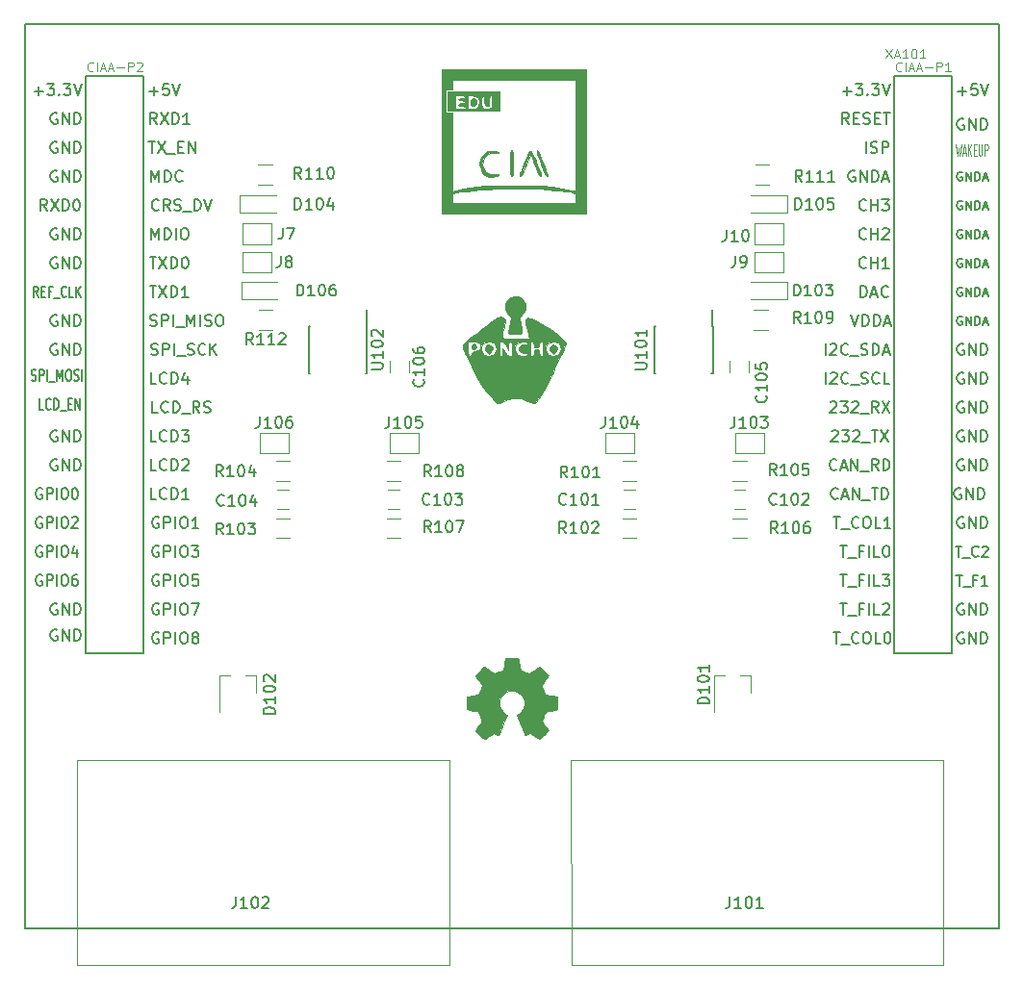
<source format=gbr>
G04 #@! TF.FileFunction,Legend,Top*
%FSLAX46Y46*%
G04 Gerber Fmt 4.6, Leading zero omitted, Abs format (unit mm)*
G04 Created by KiCad (PCBNEW 4.0.7-e2-6376~58~ubuntu16.04.1) date Thu Oct 11 01:20:23 2018*
%MOMM*%
%LPD*%
G01*
G04 APERTURE LIST*
%ADD10C,0.100000*%
%ADD11C,0.150000*%
%ADD12C,0.120000*%
%ADD13C,0.002540*%
%ADD14C,0.200000*%
%ADD15C,0.170000*%
%ADD16C,0.175000*%
%ADD17C,0.180000*%
%ADD18C,0.190000*%
%ADD19C,0.125000*%
G04 APERTURE END LIST*
D10*
D11*
X151500000Y-133950000D02*
X65800000Y-133950000D01*
X65800000Y-133950000D02*
X65800000Y-54395000D01*
X151500000Y-54395000D02*
X151500000Y-133950000D01*
X65800000Y-54395000D02*
X151500000Y-54395000D01*
D12*
X86350000Y-79570000D02*
X87550000Y-79570000D01*
X87550000Y-81330000D02*
X86350000Y-81330000D01*
X131200000Y-68530000D02*
X130000000Y-68530000D01*
X130000000Y-66770000D02*
X131200000Y-66770000D01*
X88000000Y-78600000D02*
X84800000Y-78600000D01*
X84800000Y-77100000D02*
X88000000Y-77100000D01*
X84800000Y-77100000D02*
X84800000Y-78600000D01*
X129600000Y-69500000D02*
X132800000Y-69500000D01*
X132800000Y-71000000D02*
X129600000Y-71000000D01*
X132800000Y-71000000D02*
X132800000Y-69500000D01*
D13*
G36*
X115150000Y-71100000D02*
X114220360Y-71100000D01*
X114220360Y-69550600D01*
X114217820Y-69487100D01*
X114217820Y-69146740D01*
X114217820Y-64239460D01*
X114217820Y-59329640D01*
X108800000Y-59329640D01*
X103379640Y-59329640D01*
X103379640Y-59753820D01*
X103379640Y-60178000D01*
X103085000Y-60178000D01*
X102787820Y-60178000D01*
X102787820Y-61194000D01*
X102787820Y-62210000D01*
X103085000Y-62210000D01*
X103379640Y-62210000D01*
X103379640Y-65677100D01*
X103379640Y-69146740D01*
X103585380Y-69068000D01*
X103740320Y-69027360D01*
X104027340Y-68968940D01*
X104408340Y-68897820D01*
X104847760Y-68821620D01*
X105002700Y-68796220D01*
X105376080Y-68737800D01*
X105718980Y-68694620D01*
X106059340Y-68659060D01*
X106425100Y-68633660D01*
X106844200Y-68618420D01*
X107344580Y-68608260D01*
X107954180Y-68603180D01*
X108703480Y-68600640D01*
X108800000Y-68600640D01*
X109564540Y-68603180D01*
X110189380Y-68608260D01*
X110702460Y-68615880D01*
X111129180Y-68633660D01*
X111500020Y-68656520D01*
X111840380Y-68689540D01*
X112180740Y-68732720D01*
X112549040Y-68788600D01*
X112594760Y-68796220D01*
X113044340Y-68872420D01*
X113450740Y-68946080D01*
X113773320Y-69009580D01*
X113976520Y-69057840D01*
X114012080Y-69068000D01*
X114217820Y-69146740D01*
X114217820Y-69487100D01*
X114215280Y-69426140D01*
X114182260Y-69334700D01*
X114098440Y-69266120D01*
X113946040Y-69212780D01*
X113704740Y-69167060D01*
X113351680Y-69121340D01*
X112866540Y-69065460D01*
X112396640Y-69014660D01*
X111746400Y-68953700D01*
X111002180Y-68910520D01*
X110146200Y-68882580D01*
X109150520Y-68872420D01*
X108800000Y-68869880D01*
X107908460Y-68874960D01*
X107143920Y-68887660D01*
X106465740Y-68915600D01*
X105833280Y-68956240D01*
X105203360Y-69017200D01*
X104535340Y-69095940D01*
X104037500Y-69164520D01*
X103379640Y-69255960D01*
X103379640Y-69710620D01*
X103379640Y-70167820D01*
X108800000Y-70167820D01*
X114217820Y-70167820D01*
X114217820Y-69710620D01*
X114220360Y-69550600D01*
X114220360Y-71100000D01*
X108800000Y-71100000D01*
X102450000Y-71100000D01*
X102450000Y-64750000D01*
X102450000Y-58400000D01*
X108800000Y-58400000D01*
X115150000Y-58400000D01*
X115150000Y-64750000D01*
X115150000Y-71100000D01*
X115150000Y-71100000D01*
X115150000Y-71100000D01*
G37*
X115150000Y-71100000D02*
X114220360Y-71100000D01*
X114220360Y-69550600D01*
X114217820Y-69487100D01*
X114217820Y-69146740D01*
X114217820Y-64239460D01*
X114217820Y-59329640D01*
X108800000Y-59329640D01*
X103379640Y-59329640D01*
X103379640Y-59753820D01*
X103379640Y-60178000D01*
X103085000Y-60178000D01*
X102787820Y-60178000D01*
X102787820Y-61194000D01*
X102787820Y-62210000D01*
X103085000Y-62210000D01*
X103379640Y-62210000D01*
X103379640Y-65677100D01*
X103379640Y-69146740D01*
X103585380Y-69068000D01*
X103740320Y-69027360D01*
X104027340Y-68968940D01*
X104408340Y-68897820D01*
X104847760Y-68821620D01*
X105002700Y-68796220D01*
X105376080Y-68737800D01*
X105718980Y-68694620D01*
X106059340Y-68659060D01*
X106425100Y-68633660D01*
X106844200Y-68618420D01*
X107344580Y-68608260D01*
X107954180Y-68603180D01*
X108703480Y-68600640D01*
X108800000Y-68600640D01*
X109564540Y-68603180D01*
X110189380Y-68608260D01*
X110702460Y-68615880D01*
X111129180Y-68633660D01*
X111500020Y-68656520D01*
X111840380Y-68689540D01*
X112180740Y-68732720D01*
X112549040Y-68788600D01*
X112594760Y-68796220D01*
X113044340Y-68872420D01*
X113450740Y-68946080D01*
X113773320Y-69009580D01*
X113976520Y-69057840D01*
X114012080Y-69068000D01*
X114217820Y-69146740D01*
X114217820Y-69487100D01*
X114215280Y-69426140D01*
X114182260Y-69334700D01*
X114098440Y-69266120D01*
X113946040Y-69212780D01*
X113704740Y-69167060D01*
X113351680Y-69121340D01*
X112866540Y-69065460D01*
X112396640Y-69014660D01*
X111746400Y-68953700D01*
X111002180Y-68910520D01*
X110146200Y-68882580D01*
X109150520Y-68872420D01*
X108800000Y-68869880D01*
X107908460Y-68874960D01*
X107143920Y-68887660D01*
X106465740Y-68915600D01*
X105833280Y-68956240D01*
X105203360Y-69017200D01*
X104535340Y-69095940D01*
X104037500Y-69164520D01*
X103379640Y-69255960D01*
X103379640Y-69710620D01*
X103379640Y-70167820D01*
X108800000Y-70167820D01*
X114217820Y-70167820D01*
X114217820Y-69710620D01*
X114220360Y-69550600D01*
X114220360Y-71100000D01*
X108800000Y-71100000D01*
X102450000Y-71100000D01*
X102450000Y-64750000D01*
X102450000Y-58400000D01*
X108800000Y-58400000D01*
X115150000Y-58400000D01*
X115150000Y-64750000D01*
X115150000Y-71100000D01*
X115150000Y-71100000D01*
G36*
X107436020Y-67698940D02*
X107380140Y-67742120D01*
X107217580Y-67792920D01*
X106968660Y-67828480D01*
X106714660Y-67838640D01*
X106559720Y-67823400D01*
X106206660Y-67648140D01*
X105952660Y-67340800D01*
X105879000Y-67185860D01*
X105782480Y-66736280D01*
X105851060Y-66309560D01*
X106084740Y-65915860D01*
X106133000Y-65862520D01*
X106308260Y-65687260D01*
X106465740Y-65595820D01*
X106676560Y-65560260D01*
X106897540Y-65555180D01*
X107220120Y-65572960D01*
X107395380Y-65626300D01*
X107420780Y-65659320D01*
X107397920Y-65720280D01*
X107248060Y-65732980D01*
X107090580Y-65717740D01*
X106712120Y-65740600D01*
X106402240Y-65893000D01*
X106171100Y-66141920D01*
X106041560Y-66454340D01*
X106021240Y-66799780D01*
X106125380Y-67145220D01*
X106323500Y-67414460D01*
X106480980Y-67551620D01*
X106641000Y-67612580D01*
X106869600Y-67617660D01*
X106999140Y-67607500D01*
X107281080Y-67599880D01*
X107430940Y-67632900D01*
X107436020Y-67698940D01*
X107436020Y-67698940D01*
X107436020Y-67698940D01*
G37*
X107436020Y-67698940D02*
X107380140Y-67742120D01*
X107217580Y-67792920D01*
X106968660Y-67828480D01*
X106714660Y-67838640D01*
X106559720Y-67823400D01*
X106206660Y-67648140D01*
X105952660Y-67340800D01*
X105879000Y-67185860D01*
X105782480Y-66736280D01*
X105851060Y-66309560D01*
X106084740Y-65915860D01*
X106133000Y-65862520D01*
X106308260Y-65687260D01*
X106465740Y-65595820D01*
X106676560Y-65560260D01*
X106897540Y-65555180D01*
X107220120Y-65572960D01*
X107395380Y-65626300D01*
X107420780Y-65659320D01*
X107397920Y-65720280D01*
X107248060Y-65732980D01*
X107090580Y-65717740D01*
X106712120Y-65740600D01*
X106402240Y-65893000D01*
X106171100Y-66141920D01*
X106041560Y-66454340D01*
X106021240Y-66799780D01*
X106125380Y-67145220D01*
X106323500Y-67414460D01*
X106480980Y-67551620D01*
X106641000Y-67612580D01*
X106869600Y-67617660D01*
X106999140Y-67607500D01*
X107281080Y-67599880D01*
X107430940Y-67632900D01*
X107436020Y-67698940D01*
X107436020Y-67698940D01*
G36*
X108713640Y-66655000D02*
X108711100Y-67122360D01*
X108700940Y-67444940D01*
X108680620Y-67650680D01*
X108650140Y-67757360D01*
X108601880Y-67795460D01*
X108586640Y-67798000D01*
X108535840Y-67772600D01*
X108500280Y-67683700D01*
X108477420Y-67505900D01*
X108464720Y-67213800D01*
X108459640Y-66782000D01*
X108459640Y-66655000D01*
X108462180Y-66185100D01*
X108472340Y-65862520D01*
X108492660Y-65656780D01*
X108525680Y-65550100D01*
X108573940Y-65512000D01*
X108586640Y-65512000D01*
X108639980Y-65534860D01*
X108675540Y-65623760D01*
X108698400Y-65801560D01*
X108708560Y-66093660D01*
X108713640Y-66525460D01*
X108713640Y-66655000D01*
X108713640Y-66655000D01*
X108713640Y-66655000D01*
G37*
X108713640Y-66655000D02*
X108711100Y-67122360D01*
X108700940Y-67444940D01*
X108680620Y-67650680D01*
X108650140Y-67757360D01*
X108601880Y-67795460D01*
X108586640Y-67798000D01*
X108535840Y-67772600D01*
X108500280Y-67683700D01*
X108477420Y-67505900D01*
X108464720Y-67213800D01*
X108459640Y-66782000D01*
X108459640Y-66655000D01*
X108462180Y-66185100D01*
X108472340Y-65862520D01*
X108492660Y-65656780D01*
X108525680Y-65550100D01*
X108573940Y-65512000D01*
X108586640Y-65512000D01*
X108639980Y-65534860D01*
X108675540Y-65623760D01*
X108698400Y-65801560D01*
X108708560Y-66093660D01*
X108713640Y-66525460D01*
X108713640Y-66655000D01*
X108713640Y-66655000D01*
G36*
X111202840Y-67785300D02*
X111103780Y-67803080D01*
X110976780Y-67653220D01*
X110821840Y-67343340D01*
X110636420Y-66870900D01*
X110608480Y-66787080D01*
X110476400Y-66421320D01*
X110362100Y-66121600D01*
X110278280Y-65920940D01*
X110237640Y-65849820D01*
X110194460Y-65926020D01*
X110108100Y-66129220D01*
X109991260Y-66431480D01*
X109856640Y-66799780D01*
X109856640Y-66802320D01*
X109678840Y-67272220D01*
X109536600Y-67584640D01*
X109424840Y-67749740D01*
X109374040Y-67780220D01*
X109305460Y-67775140D01*
X109292760Y-67709100D01*
X109338480Y-67546540D01*
X109445160Y-67272220D01*
X109589940Y-66906460D01*
X109752500Y-66477200D01*
X109884580Y-66121600D01*
X110031900Y-65766000D01*
X110151280Y-65572960D01*
X110235100Y-65529780D01*
X110298600Y-65611060D01*
X110407820Y-65811720D01*
X110547520Y-66103820D01*
X110702460Y-66449260D01*
X110859940Y-66815020D01*
X111004720Y-67165540D01*
X111119020Y-67465260D01*
X111190140Y-67683700D01*
X111202840Y-67785300D01*
X111202840Y-67785300D01*
X111202840Y-67785300D01*
G37*
X111202840Y-67785300D02*
X111103780Y-67803080D01*
X110976780Y-67653220D01*
X110821840Y-67343340D01*
X110636420Y-66870900D01*
X110608480Y-66787080D01*
X110476400Y-66421320D01*
X110362100Y-66121600D01*
X110278280Y-65920940D01*
X110237640Y-65849820D01*
X110194460Y-65926020D01*
X110108100Y-66129220D01*
X109991260Y-66431480D01*
X109856640Y-66799780D01*
X109856640Y-66802320D01*
X109678840Y-67272220D01*
X109536600Y-67584640D01*
X109424840Y-67749740D01*
X109374040Y-67780220D01*
X109305460Y-67775140D01*
X109292760Y-67709100D01*
X109338480Y-67546540D01*
X109445160Y-67272220D01*
X109589940Y-66906460D01*
X109752500Y-66477200D01*
X109884580Y-66121600D01*
X110031900Y-65766000D01*
X110151280Y-65572960D01*
X110235100Y-65529780D01*
X110298600Y-65611060D01*
X110407820Y-65811720D01*
X110547520Y-66103820D01*
X110702460Y-66449260D01*
X110859940Y-66815020D01*
X111004720Y-67165540D01*
X111119020Y-67465260D01*
X111190140Y-67683700D01*
X111202840Y-67785300D01*
X111202840Y-67785300D01*
G36*
X111761640Y-67737040D02*
X111695600Y-67792920D01*
X111652420Y-67798000D01*
X111583840Y-67721800D01*
X111472080Y-67508440D01*
X111329840Y-67185860D01*
X111169820Y-66779460D01*
X111136800Y-66690560D01*
X110951380Y-66164780D01*
X110837080Y-65791400D01*
X110791360Y-65567880D01*
X110816760Y-65494220D01*
X110905660Y-65557720D01*
X110959000Y-65661860D01*
X111055520Y-65882840D01*
X111182520Y-66192720D01*
X111324760Y-66545780D01*
X111469540Y-66911540D01*
X111596540Y-67249360D01*
X111698140Y-67526220D01*
X111754020Y-67698940D01*
X111761640Y-67737040D01*
X111761640Y-67737040D01*
X111761640Y-67737040D01*
G37*
X111761640Y-67737040D02*
X111695600Y-67792920D01*
X111652420Y-67798000D01*
X111583840Y-67721800D01*
X111472080Y-67508440D01*
X111329840Y-67185860D01*
X111169820Y-66779460D01*
X111136800Y-66690560D01*
X110951380Y-66164780D01*
X110837080Y-65791400D01*
X110791360Y-65567880D01*
X110816760Y-65494220D01*
X110905660Y-65557720D01*
X110959000Y-65661860D01*
X111055520Y-65882840D01*
X111182520Y-66192720D01*
X111324760Y-66545780D01*
X111469540Y-66911540D01*
X111596540Y-67249360D01*
X111698140Y-67526220D01*
X111754020Y-67698940D01*
X111761640Y-67737040D01*
X111761640Y-67737040D01*
G36*
X107530000Y-62039820D02*
X106851820Y-62039820D01*
X106851820Y-61176220D01*
X106841660Y-60886660D01*
X106803560Y-60734260D01*
X106732440Y-60686000D01*
X106724820Y-60686000D01*
X106648620Y-60726640D01*
X106607980Y-60871420D01*
X106597820Y-61153360D01*
X106597820Y-61155900D01*
X106592740Y-61425140D01*
X106564800Y-61562300D01*
X106501300Y-61605480D01*
X106407320Y-61600400D01*
X106293020Y-61562300D01*
X106229520Y-61460700D01*
X106199040Y-61252420D01*
X106191420Y-61130500D01*
X106158400Y-60846020D01*
X106099980Y-60708860D01*
X106041560Y-60686000D01*
X105970440Y-60759660D01*
X105929800Y-60947620D01*
X105917100Y-61199080D01*
X105937420Y-61455620D01*
X105990760Y-61668980D01*
X106008540Y-61707080D01*
X106153320Y-61823920D01*
X106381920Y-61872180D01*
X106613060Y-61844240D01*
X106750220Y-61768040D01*
X106806100Y-61633420D01*
X106841660Y-61389580D01*
X106851820Y-61176220D01*
X106851820Y-62039820D01*
X105713900Y-62039820D01*
X105713900Y-61328620D01*
X105706280Y-61102560D01*
X105594520Y-60861260D01*
X105371000Y-60724100D01*
X105035720Y-60686000D01*
X104736000Y-60686000D01*
X104736000Y-61277820D01*
X104736000Y-61869640D01*
X105053500Y-61869640D01*
X105284640Y-61851860D01*
X105447200Y-61813760D01*
X105462440Y-61806140D01*
X105627540Y-61608020D01*
X105713900Y-61328620D01*
X105713900Y-62039820D01*
X105244000Y-62039820D01*
X104565820Y-62039820D01*
X104565820Y-61742640D01*
X104509940Y-61653740D01*
X104324520Y-61618180D01*
X104228000Y-61615640D01*
X103991780Y-61595320D01*
X103895260Y-61526740D01*
X103887640Y-61488640D01*
X103951140Y-61394660D01*
X104156880Y-61361640D01*
X104184820Y-61361640D01*
X104403260Y-61333700D01*
X104479460Y-61247340D01*
X104482000Y-61234640D01*
X104415960Y-61140660D01*
X104210220Y-61107640D01*
X104184820Y-61107640D01*
X103989240Y-61087320D01*
X103890180Y-61033980D01*
X103887640Y-61023820D01*
X103961300Y-60967940D01*
X104146720Y-60940000D01*
X104184820Y-60940000D01*
X104403260Y-60912060D01*
X104479460Y-60823160D01*
X104482000Y-60813000D01*
X104436280Y-60731720D01*
X104278800Y-60693620D01*
X104057820Y-60686000D01*
X103633640Y-60686000D01*
X103633640Y-61277820D01*
X103633640Y-61869640D01*
X104101000Y-61869640D01*
X104380400Y-61859480D01*
X104525180Y-61818840D01*
X104565820Y-61742640D01*
X104565820Y-62039820D01*
X102958000Y-62039820D01*
X102958000Y-61194000D01*
X102958000Y-60345640D01*
X105244000Y-60345640D01*
X107530000Y-60345640D01*
X107530000Y-61194000D01*
X107530000Y-62039820D01*
X107530000Y-62039820D01*
X107530000Y-62039820D01*
G37*
X107530000Y-62039820D02*
X106851820Y-62039820D01*
X106851820Y-61176220D01*
X106841660Y-60886660D01*
X106803560Y-60734260D01*
X106732440Y-60686000D01*
X106724820Y-60686000D01*
X106648620Y-60726640D01*
X106607980Y-60871420D01*
X106597820Y-61153360D01*
X106597820Y-61155900D01*
X106592740Y-61425140D01*
X106564800Y-61562300D01*
X106501300Y-61605480D01*
X106407320Y-61600400D01*
X106293020Y-61562300D01*
X106229520Y-61460700D01*
X106199040Y-61252420D01*
X106191420Y-61130500D01*
X106158400Y-60846020D01*
X106099980Y-60708860D01*
X106041560Y-60686000D01*
X105970440Y-60759660D01*
X105929800Y-60947620D01*
X105917100Y-61199080D01*
X105937420Y-61455620D01*
X105990760Y-61668980D01*
X106008540Y-61707080D01*
X106153320Y-61823920D01*
X106381920Y-61872180D01*
X106613060Y-61844240D01*
X106750220Y-61768040D01*
X106806100Y-61633420D01*
X106841660Y-61389580D01*
X106851820Y-61176220D01*
X106851820Y-62039820D01*
X105713900Y-62039820D01*
X105713900Y-61328620D01*
X105706280Y-61102560D01*
X105594520Y-60861260D01*
X105371000Y-60724100D01*
X105035720Y-60686000D01*
X104736000Y-60686000D01*
X104736000Y-61277820D01*
X104736000Y-61869640D01*
X105053500Y-61869640D01*
X105284640Y-61851860D01*
X105447200Y-61813760D01*
X105462440Y-61806140D01*
X105627540Y-61608020D01*
X105713900Y-61328620D01*
X105713900Y-62039820D01*
X105244000Y-62039820D01*
X104565820Y-62039820D01*
X104565820Y-61742640D01*
X104509940Y-61653740D01*
X104324520Y-61618180D01*
X104228000Y-61615640D01*
X103991780Y-61595320D01*
X103895260Y-61526740D01*
X103887640Y-61488640D01*
X103951140Y-61394660D01*
X104156880Y-61361640D01*
X104184820Y-61361640D01*
X104403260Y-61333700D01*
X104479460Y-61247340D01*
X104482000Y-61234640D01*
X104415960Y-61140660D01*
X104210220Y-61107640D01*
X104184820Y-61107640D01*
X103989240Y-61087320D01*
X103890180Y-61033980D01*
X103887640Y-61023820D01*
X103961300Y-60967940D01*
X104146720Y-60940000D01*
X104184820Y-60940000D01*
X104403260Y-60912060D01*
X104479460Y-60823160D01*
X104482000Y-60813000D01*
X104436280Y-60731720D01*
X104278800Y-60693620D01*
X104057820Y-60686000D01*
X103633640Y-60686000D01*
X103633640Y-61277820D01*
X103633640Y-61869640D01*
X104101000Y-61869640D01*
X104380400Y-61859480D01*
X104525180Y-61818840D01*
X104565820Y-61742640D01*
X104565820Y-62039820D01*
X102958000Y-62039820D01*
X102958000Y-61194000D01*
X102958000Y-60345640D01*
X105244000Y-60345640D01*
X107530000Y-60345640D01*
X107530000Y-61194000D01*
X107530000Y-62039820D01*
X107530000Y-62039820D01*
G36*
X105462440Y-61150820D02*
X105457360Y-61392120D01*
X105330360Y-61562300D01*
X105147480Y-61615640D01*
X105043340Y-61582620D01*
X104997620Y-61458160D01*
X104990000Y-61277820D01*
X105000160Y-61059380D01*
X105056040Y-60962860D01*
X105183040Y-60940000D01*
X105198280Y-60940000D01*
X105378620Y-60990800D01*
X105462440Y-61150820D01*
X105462440Y-61150820D01*
X105462440Y-61150820D01*
G37*
X105462440Y-61150820D02*
X105457360Y-61392120D01*
X105330360Y-61562300D01*
X105147480Y-61615640D01*
X105043340Y-61582620D01*
X104997620Y-61458160D01*
X104990000Y-61277820D01*
X105000160Y-61059380D01*
X105056040Y-60962860D01*
X105183040Y-60940000D01*
X105198280Y-60940000D01*
X105378620Y-60990800D01*
X105462440Y-61150820D01*
X105462440Y-61150820D01*
G36*
X106176840Y-117341560D02*
X106217480Y-117321240D01*
X106311460Y-117262820D01*
X106446080Y-117173920D01*
X106603560Y-117069780D01*
X106761040Y-116960560D01*
X106890580Y-116874200D01*
X106982020Y-116815780D01*
X107020120Y-116795460D01*
X107040440Y-116800540D01*
X107116640Y-116838640D01*
X107225860Y-116894520D01*
X107289360Y-116927540D01*
X107388420Y-116970720D01*
X107439220Y-116980880D01*
X107446840Y-116965640D01*
X107484940Y-116889440D01*
X107540820Y-116757360D01*
X107617020Y-116584640D01*
X107703380Y-116381440D01*
X107797360Y-116163000D01*
X107888800Y-115939480D01*
X107977700Y-115726120D01*
X108056440Y-115535620D01*
X108119940Y-115380680D01*
X108160580Y-115271460D01*
X108175820Y-115225740D01*
X108170740Y-115215580D01*
X108119940Y-115167320D01*
X108033580Y-115101280D01*
X107843080Y-114946340D01*
X107657660Y-114712660D01*
X107543360Y-114448500D01*
X107505260Y-114153860D01*
X107538280Y-113882080D01*
X107644960Y-113620460D01*
X107827840Y-113384240D01*
X108048820Y-113208980D01*
X108307900Y-113097220D01*
X108600000Y-113061660D01*
X108879400Y-113092140D01*
X109146100Y-113198820D01*
X109382320Y-113379160D01*
X109481380Y-113493460D01*
X109618540Y-113732220D01*
X109697280Y-113988760D01*
X109704900Y-114052260D01*
X109694740Y-114334200D01*
X109610920Y-114603440D01*
X109463600Y-114844740D01*
X109257860Y-115040320D01*
X109229920Y-115060640D01*
X109135940Y-115131760D01*
X109072440Y-115180020D01*
X109021640Y-115220660D01*
X109379780Y-116081720D01*
X109435660Y-116218880D01*
X109534720Y-116455100D01*
X109621080Y-116658300D01*
X109689660Y-116818320D01*
X109737920Y-116927540D01*
X109758240Y-116970720D01*
X109760780Y-116973260D01*
X109791260Y-116978340D01*
X109857300Y-116952940D01*
X109976680Y-116894520D01*
X110057960Y-116853880D01*
X110149400Y-116810700D01*
X110190040Y-116795460D01*
X110225600Y-116813240D01*
X110311960Y-116871660D01*
X110441500Y-116955480D01*
X110593900Y-117059620D01*
X110741220Y-117161220D01*
X110875840Y-117250120D01*
X110974900Y-117311080D01*
X111023160Y-117339020D01*
X111030780Y-117339020D01*
X111071420Y-117313620D01*
X111150160Y-117250120D01*
X111267000Y-117138360D01*
X111432100Y-116975800D01*
X111457500Y-116950400D01*
X111594660Y-116810700D01*
X111706420Y-116693860D01*
X111780080Y-116612580D01*
X111805480Y-116574480D01*
X111805480Y-116574480D01*
X111782620Y-116526220D01*
X111719120Y-116429700D01*
X111630220Y-116292540D01*
X111521000Y-116132520D01*
X111236520Y-115718500D01*
X111394000Y-115327340D01*
X111442260Y-115207960D01*
X111503220Y-115063180D01*
X111546400Y-114959040D01*
X111571800Y-114913320D01*
X111612440Y-114898080D01*
X111721660Y-114872680D01*
X111876600Y-114839660D01*
X112059480Y-114806640D01*
X112237280Y-114773620D01*
X112397300Y-114743140D01*
X112511600Y-114720280D01*
X112562400Y-114710120D01*
X112575100Y-114702500D01*
X112585260Y-114677100D01*
X112592880Y-114623760D01*
X112595420Y-114527240D01*
X112597960Y-114374840D01*
X112597960Y-114153860D01*
X112597960Y-114131000D01*
X112595420Y-113920180D01*
X112592880Y-113752540D01*
X112587800Y-113643320D01*
X112580180Y-113600140D01*
X112580180Y-113600140D01*
X112529380Y-113587440D01*
X112417620Y-113564580D01*
X112257600Y-113531560D01*
X112067100Y-113496000D01*
X112056940Y-113493460D01*
X111866440Y-113457900D01*
X111708960Y-113424880D01*
X111597200Y-113399480D01*
X111551480Y-113384240D01*
X111541320Y-113371540D01*
X111503220Y-113297880D01*
X111447340Y-113181040D01*
X111386380Y-113036260D01*
X111322880Y-112888940D01*
X111269540Y-112754320D01*
X111233980Y-112655260D01*
X111223820Y-112609540D01*
X111223820Y-112609540D01*
X111251760Y-112563820D01*
X111317800Y-112464760D01*
X111409240Y-112330140D01*
X111521000Y-112167580D01*
X111528620Y-112154880D01*
X111637840Y-111994860D01*
X111726740Y-111860240D01*
X111785160Y-111763720D01*
X111805480Y-111720540D01*
X111805480Y-111718000D01*
X111769920Y-111669740D01*
X111688640Y-111580840D01*
X111571800Y-111458920D01*
X111432100Y-111316680D01*
X111386380Y-111273500D01*
X111231440Y-111121100D01*
X111124760Y-111022040D01*
X111056180Y-110968700D01*
X111023160Y-110956000D01*
X111023160Y-110958540D01*
X110974900Y-110986480D01*
X110873300Y-111052520D01*
X110736140Y-111146500D01*
X110573580Y-111255720D01*
X110563420Y-111263340D01*
X110403400Y-111372560D01*
X110271320Y-111461460D01*
X110174800Y-111524960D01*
X110134160Y-111550360D01*
X110126540Y-111550360D01*
X110063040Y-111530040D01*
X109948740Y-111491940D01*
X109809040Y-111436060D01*
X109661720Y-111377640D01*
X109527100Y-111321760D01*
X109425500Y-111273500D01*
X109377240Y-111248100D01*
X109377240Y-111245560D01*
X109359460Y-111187140D01*
X109331520Y-111067760D01*
X109298500Y-110902660D01*
X109260400Y-110707080D01*
X109255320Y-110676600D01*
X109219760Y-110486100D01*
X109189280Y-110328620D01*
X109166420Y-110219400D01*
X109153720Y-110173680D01*
X109128320Y-110168600D01*
X109034340Y-110160980D01*
X108892100Y-110158440D01*
X108719380Y-110155900D01*
X108539040Y-110158440D01*
X108363780Y-110160980D01*
X108211380Y-110166060D01*
X108104700Y-110173680D01*
X108058980Y-110183840D01*
X108056440Y-110186380D01*
X108041200Y-110244800D01*
X108015800Y-110364180D01*
X107980240Y-110529280D01*
X107942140Y-110727400D01*
X107937060Y-110760420D01*
X107901500Y-110950920D01*
X107868480Y-111105860D01*
X107845620Y-111215080D01*
X107832920Y-111255720D01*
X107817680Y-111265880D01*
X107738940Y-111298900D01*
X107611940Y-111352240D01*
X107451920Y-111415740D01*
X107086160Y-111565600D01*
X106639120Y-111255720D01*
X106595940Y-111227780D01*
X106435920Y-111118560D01*
X106301300Y-111029660D01*
X106209860Y-110971240D01*
X106171760Y-110948380D01*
X106169220Y-110950920D01*
X106123500Y-110989020D01*
X106034600Y-111072840D01*
X105912680Y-111192220D01*
X105772980Y-111331920D01*
X105668840Y-111436060D01*
X105544380Y-111563060D01*
X105465640Y-111646880D01*
X105422460Y-111702760D01*
X105407220Y-111735780D01*
X105412300Y-111756100D01*
X105440240Y-111801820D01*
X105506280Y-111900880D01*
X105597720Y-112038040D01*
X105706940Y-112195520D01*
X105798380Y-112330140D01*
X105894900Y-112480000D01*
X105958400Y-112586680D01*
X105981260Y-112640020D01*
X105976180Y-112662880D01*
X105943160Y-112749240D01*
X105889820Y-112883860D01*
X105823780Y-113041340D01*
X105666300Y-113396940D01*
X105432620Y-113440120D01*
X105292920Y-113468060D01*
X105094800Y-113506160D01*
X104906840Y-113541720D01*
X104612200Y-113600140D01*
X104602040Y-114682180D01*
X104647760Y-114702500D01*
X104690940Y-114715200D01*
X104800160Y-114738060D01*
X104955100Y-114768540D01*
X105140520Y-114804100D01*
X105295460Y-114834580D01*
X105455480Y-114862520D01*
X105567240Y-114885380D01*
X105618040Y-114895540D01*
X105630740Y-114913320D01*
X105671380Y-114989520D01*
X105727260Y-115111440D01*
X105788220Y-115258760D01*
X105851720Y-115408620D01*
X105907600Y-115548320D01*
X105948240Y-115655000D01*
X105960940Y-115710880D01*
X105940620Y-115754060D01*
X105879660Y-115845500D01*
X105793300Y-115977580D01*
X105686620Y-116135060D01*
X105577400Y-116292540D01*
X105488500Y-116427160D01*
X105425000Y-116523680D01*
X105399600Y-116566860D01*
X105412300Y-116597340D01*
X105473260Y-116673540D01*
X105592640Y-116795460D01*
X105767900Y-116970720D01*
X105798380Y-116998660D01*
X105938080Y-117133280D01*
X106057460Y-117242500D01*
X106138740Y-117316160D01*
X106176840Y-117341560D01*
X106176840Y-117341560D01*
G37*
X106176840Y-117341560D02*
X106217480Y-117321240D01*
X106311460Y-117262820D01*
X106446080Y-117173920D01*
X106603560Y-117069780D01*
X106761040Y-116960560D01*
X106890580Y-116874200D01*
X106982020Y-116815780D01*
X107020120Y-116795460D01*
X107040440Y-116800540D01*
X107116640Y-116838640D01*
X107225860Y-116894520D01*
X107289360Y-116927540D01*
X107388420Y-116970720D01*
X107439220Y-116980880D01*
X107446840Y-116965640D01*
X107484940Y-116889440D01*
X107540820Y-116757360D01*
X107617020Y-116584640D01*
X107703380Y-116381440D01*
X107797360Y-116163000D01*
X107888800Y-115939480D01*
X107977700Y-115726120D01*
X108056440Y-115535620D01*
X108119940Y-115380680D01*
X108160580Y-115271460D01*
X108175820Y-115225740D01*
X108170740Y-115215580D01*
X108119940Y-115167320D01*
X108033580Y-115101280D01*
X107843080Y-114946340D01*
X107657660Y-114712660D01*
X107543360Y-114448500D01*
X107505260Y-114153860D01*
X107538280Y-113882080D01*
X107644960Y-113620460D01*
X107827840Y-113384240D01*
X108048820Y-113208980D01*
X108307900Y-113097220D01*
X108600000Y-113061660D01*
X108879400Y-113092140D01*
X109146100Y-113198820D01*
X109382320Y-113379160D01*
X109481380Y-113493460D01*
X109618540Y-113732220D01*
X109697280Y-113988760D01*
X109704900Y-114052260D01*
X109694740Y-114334200D01*
X109610920Y-114603440D01*
X109463600Y-114844740D01*
X109257860Y-115040320D01*
X109229920Y-115060640D01*
X109135940Y-115131760D01*
X109072440Y-115180020D01*
X109021640Y-115220660D01*
X109379780Y-116081720D01*
X109435660Y-116218880D01*
X109534720Y-116455100D01*
X109621080Y-116658300D01*
X109689660Y-116818320D01*
X109737920Y-116927540D01*
X109758240Y-116970720D01*
X109760780Y-116973260D01*
X109791260Y-116978340D01*
X109857300Y-116952940D01*
X109976680Y-116894520D01*
X110057960Y-116853880D01*
X110149400Y-116810700D01*
X110190040Y-116795460D01*
X110225600Y-116813240D01*
X110311960Y-116871660D01*
X110441500Y-116955480D01*
X110593900Y-117059620D01*
X110741220Y-117161220D01*
X110875840Y-117250120D01*
X110974900Y-117311080D01*
X111023160Y-117339020D01*
X111030780Y-117339020D01*
X111071420Y-117313620D01*
X111150160Y-117250120D01*
X111267000Y-117138360D01*
X111432100Y-116975800D01*
X111457500Y-116950400D01*
X111594660Y-116810700D01*
X111706420Y-116693860D01*
X111780080Y-116612580D01*
X111805480Y-116574480D01*
X111805480Y-116574480D01*
X111782620Y-116526220D01*
X111719120Y-116429700D01*
X111630220Y-116292540D01*
X111521000Y-116132520D01*
X111236520Y-115718500D01*
X111394000Y-115327340D01*
X111442260Y-115207960D01*
X111503220Y-115063180D01*
X111546400Y-114959040D01*
X111571800Y-114913320D01*
X111612440Y-114898080D01*
X111721660Y-114872680D01*
X111876600Y-114839660D01*
X112059480Y-114806640D01*
X112237280Y-114773620D01*
X112397300Y-114743140D01*
X112511600Y-114720280D01*
X112562400Y-114710120D01*
X112575100Y-114702500D01*
X112585260Y-114677100D01*
X112592880Y-114623760D01*
X112595420Y-114527240D01*
X112597960Y-114374840D01*
X112597960Y-114153860D01*
X112597960Y-114131000D01*
X112595420Y-113920180D01*
X112592880Y-113752540D01*
X112587800Y-113643320D01*
X112580180Y-113600140D01*
X112580180Y-113600140D01*
X112529380Y-113587440D01*
X112417620Y-113564580D01*
X112257600Y-113531560D01*
X112067100Y-113496000D01*
X112056940Y-113493460D01*
X111866440Y-113457900D01*
X111708960Y-113424880D01*
X111597200Y-113399480D01*
X111551480Y-113384240D01*
X111541320Y-113371540D01*
X111503220Y-113297880D01*
X111447340Y-113181040D01*
X111386380Y-113036260D01*
X111322880Y-112888940D01*
X111269540Y-112754320D01*
X111233980Y-112655260D01*
X111223820Y-112609540D01*
X111223820Y-112609540D01*
X111251760Y-112563820D01*
X111317800Y-112464760D01*
X111409240Y-112330140D01*
X111521000Y-112167580D01*
X111528620Y-112154880D01*
X111637840Y-111994860D01*
X111726740Y-111860240D01*
X111785160Y-111763720D01*
X111805480Y-111720540D01*
X111805480Y-111718000D01*
X111769920Y-111669740D01*
X111688640Y-111580840D01*
X111571800Y-111458920D01*
X111432100Y-111316680D01*
X111386380Y-111273500D01*
X111231440Y-111121100D01*
X111124760Y-111022040D01*
X111056180Y-110968700D01*
X111023160Y-110956000D01*
X111023160Y-110958540D01*
X110974900Y-110986480D01*
X110873300Y-111052520D01*
X110736140Y-111146500D01*
X110573580Y-111255720D01*
X110563420Y-111263340D01*
X110403400Y-111372560D01*
X110271320Y-111461460D01*
X110174800Y-111524960D01*
X110134160Y-111550360D01*
X110126540Y-111550360D01*
X110063040Y-111530040D01*
X109948740Y-111491940D01*
X109809040Y-111436060D01*
X109661720Y-111377640D01*
X109527100Y-111321760D01*
X109425500Y-111273500D01*
X109377240Y-111248100D01*
X109377240Y-111245560D01*
X109359460Y-111187140D01*
X109331520Y-111067760D01*
X109298500Y-110902660D01*
X109260400Y-110707080D01*
X109255320Y-110676600D01*
X109219760Y-110486100D01*
X109189280Y-110328620D01*
X109166420Y-110219400D01*
X109153720Y-110173680D01*
X109128320Y-110168600D01*
X109034340Y-110160980D01*
X108892100Y-110158440D01*
X108719380Y-110155900D01*
X108539040Y-110158440D01*
X108363780Y-110160980D01*
X108211380Y-110166060D01*
X108104700Y-110173680D01*
X108058980Y-110183840D01*
X108056440Y-110186380D01*
X108041200Y-110244800D01*
X108015800Y-110364180D01*
X107980240Y-110529280D01*
X107942140Y-110727400D01*
X107937060Y-110760420D01*
X107901500Y-110950920D01*
X107868480Y-111105860D01*
X107845620Y-111215080D01*
X107832920Y-111255720D01*
X107817680Y-111265880D01*
X107738940Y-111298900D01*
X107611940Y-111352240D01*
X107451920Y-111415740D01*
X107086160Y-111565600D01*
X106639120Y-111255720D01*
X106595940Y-111227780D01*
X106435920Y-111118560D01*
X106301300Y-111029660D01*
X106209860Y-110971240D01*
X106171760Y-110948380D01*
X106169220Y-110950920D01*
X106123500Y-110989020D01*
X106034600Y-111072840D01*
X105912680Y-111192220D01*
X105772980Y-111331920D01*
X105668840Y-111436060D01*
X105544380Y-111563060D01*
X105465640Y-111646880D01*
X105422460Y-111702760D01*
X105407220Y-111735780D01*
X105412300Y-111756100D01*
X105440240Y-111801820D01*
X105506280Y-111900880D01*
X105597720Y-112038040D01*
X105706940Y-112195520D01*
X105798380Y-112330140D01*
X105894900Y-112480000D01*
X105958400Y-112586680D01*
X105981260Y-112640020D01*
X105976180Y-112662880D01*
X105943160Y-112749240D01*
X105889820Y-112883860D01*
X105823780Y-113041340D01*
X105666300Y-113396940D01*
X105432620Y-113440120D01*
X105292920Y-113468060D01*
X105094800Y-113506160D01*
X104906840Y-113541720D01*
X104612200Y-113600140D01*
X104602040Y-114682180D01*
X104647760Y-114702500D01*
X104690940Y-114715200D01*
X104800160Y-114738060D01*
X104955100Y-114768540D01*
X105140520Y-114804100D01*
X105295460Y-114834580D01*
X105455480Y-114862520D01*
X105567240Y-114885380D01*
X105618040Y-114895540D01*
X105630740Y-114913320D01*
X105671380Y-114989520D01*
X105727260Y-115111440D01*
X105788220Y-115258760D01*
X105851720Y-115408620D01*
X105907600Y-115548320D01*
X105948240Y-115655000D01*
X105960940Y-115710880D01*
X105940620Y-115754060D01*
X105879660Y-115845500D01*
X105793300Y-115977580D01*
X105686620Y-116135060D01*
X105577400Y-116292540D01*
X105488500Y-116427160D01*
X105425000Y-116523680D01*
X105399600Y-116566860D01*
X105412300Y-116597340D01*
X105473260Y-116673540D01*
X105592640Y-116795460D01*
X105767900Y-116970720D01*
X105798380Y-116998660D01*
X105938080Y-117133280D01*
X106057460Y-117242500D01*
X106138740Y-117316160D01*
X106176840Y-117341560D01*
D10*
G36*
X113335714Y-82472979D02*
X113298746Y-82679891D01*
X113205012Y-82964800D01*
X113080272Y-83262897D01*
X112950281Y-83509374D01*
X112923376Y-83547413D01*
X112923376Y-82976299D01*
X112858326Y-82663062D01*
X112669112Y-82455622D01*
X112364639Y-82362329D01*
X112263636Y-82357792D01*
X111929516Y-82418777D01*
X111708248Y-82596165D01*
X111608734Y-82881608D01*
X111603896Y-82976299D01*
X111668946Y-83289536D01*
X111858159Y-83496975D01*
X112162633Y-83590269D01*
X112263636Y-83594805D01*
X112597606Y-83536492D01*
X112758441Y-83429870D01*
X112892315Y-83192030D01*
X112923376Y-82976299D01*
X112923376Y-83547413D01*
X112889856Y-83594805D01*
X112813749Y-83721925D01*
X112695220Y-83961365D01*
X112553792Y-84272585D01*
X112472876Y-84460714D01*
X112221635Y-85029272D01*
X111949718Y-85596808D01*
X111669494Y-86141693D01*
X111393334Y-86642296D01*
X111356493Y-86703955D01*
X111356493Y-82976299D01*
X111352598Y-82660064D01*
X111334834Y-82474516D01*
X111294089Y-82385476D01*
X111221247Y-82358762D01*
X111191558Y-82357792D01*
X111070831Y-82396671D01*
X111028325Y-82541331D01*
X111026623Y-82605195D01*
X111006189Y-82780430D01*
X110909798Y-82845018D01*
X110779220Y-82852598D01*
X110603985Y-82832163D01*
X110539397Y-82735773D01*
X110531818Y-82605195D01*
X110505898Y-82424104D01*
X110409459Y-82360345D01*
X110366883Y-82357792D01*
X110282553Y-82372401D01*
X110233074Y-82439012D01*
X110209330Y-82591807D01*
X110202206Y-82864964D01*
X110201948Y-82976299D01*
X110205843Y-83292533D01*
X110223606Y-83478081D01*
X110264351Y-83567122D01*
X110337193Y-83593835D01*
X110366883Y-83594805D01*
X110480559Y-83562518D01*
X110526426Y-83436472D01*
X110531818Y-83306169D01*
X110545609Y-83112245D01*
X110615564Y-83032706D01*
X110779220Y-83017533D01*
X110945441Y-83033623D01*
X111013617Y-83115237D01*
X111026623Y-83306169D01*
X111045073Y-83505103D01*
X111117099Y-83585370D01*
X111191558Y-83594805D01*
X111275887Y-83580197D01*
X111325367Y-83513586D01*
X111349111Y-83360791D01*
X111356234Y-83087634D01*
X111356493Y-82976299D01*
X111356493Y-86703955D01*
X111133610Y-87076986D01*
X110902692Y-87424132D01*
X110712952Y-87662103D01*
X110581691Y-87767512D01*
X110460102Y-87754002D01*
X110238445Y-87680892D01*
X109963465Y-87563746D01*
X109954545Y-87559546D01*
X109954545Y-83461490D01*
X109910706Y-83368405D01*
X109756623Y-83366159D01*
X109738776Y-83369422D01*
X109517011Y-83343945D01*
X109323128Y-83215310D01*
X109217755Y-83028790D01*
X109212337Y-82976299D01*
X109284303Y-82781398D01*
X109458393Y-82627991D01*
X109671896Y-82563309D01*
X109749632Y-82571645D01*
X109905982Y-82584616D01*
X109954279Y-82502533D01*
X109954545Y-82490434D01*
X109914247Y-82404720D01*
X109770303Y-82364936D01*
X109583441Y-82357792D01*
X109229195Y-82412653D01*
X108998088Y-82576882D01*
X108890717Y-82849956D01*
X108882467Y-82976299D01*
X108944642Y-83288869D01*
X109130769Y-83492787D01*
X109440252Y-83587526D01*
X109583441Y-83594805D01*
X109822962Y-83580515D01*
X109934243Y-83529291D01*
X109954545Y-83461490D01*
X109954545Y-87559546D01*
X109948315Y-87556614D01*
X109392041Y-87356938D01*
X108861238Y-87307886D01*
X108635065Y-87349843D01*
X108635065Y-82976299D01*
X108631169Y-82660064D01*
X108613406Y-82474516D01*
X108572661Y-82385476D01*
X108499819Y-82358762D01*
X108470129Y-82357792D01*
X108364651Y-82383769D01*
X108316125Y-82490106D01*
X108304414Y-82708279D01*
X108303634Y-83058766D01*
X108093571Y-82708279D01*
X107925995Y-82474431D01*
X107770269Y-82370267D01*
X107682014Y-82357792D01*
X107579505Y-82366063D01*
X107519414Y-82414024D01*
X107490429Y-82536397D01*
X107481238Y-82767906D01*
X107480519Y-82976299D01*
X107484415Y-83292533D01*
X107502178Y-83478081D01*
X107542923Y-83567122D01*
X107615765Y-83593835D01*
X107645454Y-83594805D01*
X107750932Y-83568829D01*
X107799459Y-83462492D01*
X107811169Y-83244318D01*
X107811950Y-82893831D01*
X108022012Y-83244318D01*
X108189588Y-83478167D01*
X108345315Y-83582330D01*
X108433570Y-83594805D01*
X108536078Y-83586535D01*
X108596169Y-83538574D01*
X108625154Y-83416200D01*
X108634345Y-83184692D01*
X108635065Y-82976299D01*
X108635065Y-87349843D01*
X108317590Y-87408738D01*
X108016558Y-87520415D01*
X107740534Y-87635832D01*
X107514037Y-87726797D01*
X107398052Y-87769513D01*
X107281124Y-87725399D01*
X107233116Y-87684033D01*
X107233116Y-82976299D01*
X107168066Y-82663062D01*
X106978853Y-82455622D01*
X106674380Y-82362329D01*
X106573376Y-82357792D01*
X106239257Y-82418777D01*
X106017988Y-82596165D01*
X105918475Y-82881608D01*
X105913636Y-82976299D01*
X105978686Y-83289536D01*
X106167900Y-83496975D01*
X106472373Y-83590269D01*
X106573376Y-83594805D01*
X106907347Y-83536492D01*
X107068181Y-83429870D01*
X107202055Y-83192030D01*
X107233116Y-82976299D01*
X107233116Y-87684033D01*
X107082824Y-87554536D01*
X106814180Y-87266799D01*
X106738311Y-87178924D01*
X106430139Y-86807270D01*
X106167799Y-86463429D01*
X105929659Y-86113116D01*
X105831168Y-85949614D01*
X105831168Y-82770130D01*
X105792515Y-82554020D01*
X105659854Y-82424720D01*
X105408131Y-82365961D01*
X105196168Y-82357792D01*
X104759090Y-82357792D01*
X104759090Y-82976299D01*
X104762986Y-83292533D01*
X104780749Y-83478081D01*
X104821494Y-83567122D01*
X104894336Y-83593835D01*
X104924026Y-83594805D01*
X105053361Y-83546485D01*
X105088961Y-83388637D01*
X105112327Y-83246227D01*
X105215269Y-83190232D01*
X105361103Y-83182468D01*
X105639350Y-83134793D01*
X105791932Y-82985235D01*
X105831168Y-82770130D01*
X105831168Y-85949614D01*
X105694084Y-85722046D01*
X105439442Y-85255935D01*
X105144100Y-84680499D01*
X105075195Y-84543182D01*
X104872554Y-84140996D01*
X104692532Y-83788910D01*
X104549373Y-83514385D01*
X104457322Y-83344880D01*
X104433488Y-83306169D01*
X104320287Y-83038262D01*
X104329598Y-82731701D01*
X104407920Y-82537928D01*
X104588246Y-82305761D01*
X104829229Y-82072825D01*
X105070117Y-81894418D01*
X105171428Y-81842986D01*
X105284414Y-81771742D01*
X105489280Y-81618489D01*
X105752796Y-81408692D01*
X105938847Y-81254858D01*
X106321606Y-80948273D01*
X106706040Y-80665849D01*
X107064115Y-80425844D01*
X107367798Y-80246518D01*
X107589055Y-80146129D01*
X107664077Y-80131169D01*
X107807245Y-80188013D01*
X107931204Y-80292915D01*
X108001177Y-80381911D01*
X108031535Y-80478628D01*
X108020852Y-80623694D01*
X107967698Y-80857739D01*
X107902752Y-81102589D01*
X107797923Y-81485459D01*
X107736300Y-81757087D01*
X107737106Y-81936449D01*
X107819564Y-82042520D01*
X108002895Y-82094274D01*
X108306322Y-82110686D01*
X108749068Y-82110733D01*
X108923701Y-82110390D01*
X109416616Y-82106848D01*
X109763601Y-82095121D01*
X109983529Y-82073554D01*
X110095275Y-82040495D01*
X110119480Y-82005648D01*
X110098521Y-81879660D01*
X110043133Y-81642674D01*
X109964548Y-81342181D01*
X109950407Y-81290787D01*
X109843088Y-80844153D01*
X109808894Y-80530369D01*
X109848676Y-80334028D01*
X109963285Y-80239721D01*
X110008992Y-80229488D01*
X110220553Y-80260090D01*
X110539874Y-80388811D01*
X110949801Y-80606071D01*
X111433175Y-80902287D01*
X111972841Y-81267878D01*
X112325487Y-81523187D01*
X112729546Y-81827697D01*
X113014754Y-82056510D01*
X113198878Y-82226333D01*
X113299689Y-82353872D01*
X113334955Y-82455833D01*
X113335714Y-82472979D01*
X113335714Y-82472979D01*
X113335714Y-82472979D01*
G37*
X113335714Y-82472979D02*
X113298746Y-82679891D01*
X113205012Y-82964800D01*
X113080272Y-83262897D01*
X112950281Y-83509374D01*
X112923376Y-83547413D01*
X112923376Y-82976299D01*
X112858326Y-82663062D01*
X112669112Y-82455622D01*
X112364639Y-82362329D01*
X112263636Y-82357792D01*
X111929516Y-82418777D01*
X111708248Y-82596165D01*
X111608734Y-82881608D01*
X111603896Y-82976299D01*
X111668946Y-83289536D01*
X111858159Y-83496975D01*
X112162633Y-83590269D01*
X112263636Y-83594805D01*
X112597606Y-83536492D01*
X112758441Y-83429870D01*
X112892315Y-83192030D01*
X112923376Y-82976299D01*
X112923376Y-83547413D01*
X112889856Y-83594805D01*
X112813749Y-83721925D01*
X112695220Y-83961365D01*
X112553792Y-84272585D01*
X112472876Y-84460714D01*
X112221635Y-85029272D01*
X111949718Y-85596808D01*
X111669494Y-86141693D01*
X111393334Y-86642296D01*
X111356493Y-86703955D01*
X111356493Y-82976299D01*
X111352598Y-82660064D01*
X111334834Y-82474516D01*
X111294089Y-82385476D01*
X111221247Y-82358762D01*
X111191558Y-82357792D01*
X111070831Y-82396671D01*
X111028325Y-82541331D01*
X111026623Y-82605195D01*
X111006189Y-82780430D01*
X110909798Y-82845018D01*
X110779220Y-82852598D01*
X110603985Y-82832163D01*
X110539397Y-82735773D01*
X110531818Y-82605195D01*
X110505898Y-82424104D01*
X110409459Y-82360345D01*
X110366883Y-82357792D01*
X110282553Y-82372401D01*
X110233074Y-82439012D01*
X110209330Y-82591807D01*
X110202206Y-82864964D01*
X110201948Y-82976299D01*
X110205843Y-83292533D01*
X110223606Y-83478081D01*
X110264351Y-83567122D01*
X110337193Y-83593835D01*
X110366883Y-83594805D01*
X110480559Y-83562518D01*
X110526426Y-83436472D01*
X110531818Y-83306169D01*
X110545609Y-83112245D01*
X110615564Y-83032706D01*
X110779220Y-83017533D01*
X110945441Y-83033623D01*
X111013617Y-83115237D01*
X111026623Y-83306169D01*
X111045073Y-83505103D01*
X111117099Y-83585370D01*
X111191558Y-83594805D01*
X111275887Y-83580197D01*
X111325367Y-83513586D01*
X111349111Y-83360791D01*
X111356234Y-83087634D01*
X111356493Y-82976299D01*
X111356493Y-86703955D01*
X111133610Y-87076986D01*
X110902692Y-87424132D01*
X110712952Y-87662103D01*
X110581691Y-87767512D01*
X110460102Y-87754002D01*
X110238445Y-87680892D01*
X109963465Y-87563746D01*
X109954545Y-87559546D01*
X109954545Y-83461490D01*
X109910706Y-83368405D01*
X109756623Y-83366159D01*
X109738776Y-83369422D01*
X109517011Y-83343945D01*
X109323128Y-83215310D01*
X109217755Y-83028790D01*
X109212337Y-82976299D01*
X109284303Y-82781398D01*
X109458393Y-82627991D01*
X109671896Y-82563309D01*
X109749632Y-82571645D01*
X109905982Y-82584616D01*
X109954279Y-82502533D01*
X109954545Y-82490434D01*
X109914247Y-82404720D01*
X109770303Y-82364936D01*
X109583441Y-82357792D01*
X109229195Y-82412653D01*
X108998088Y-82576882D01*
X108890717Y-82849956D01*
X108882467Y-82976299D01*
X108944642Y-83288869D01*
X109130769Y-83492787D01*
X109440252Y-83587526D01*
X109583441Y-83594805D01*
X109822962Y-83580515D01*
X109934243Y-83529291D01*
X109954545Y-83461490D01*
X109954545Y-87559546D01*
X109948315Y-87556614D01*
X109392041Y-87356938D01*
X108861238Y-87307886D01*
X108635065Y-87349843D01*
X108635065Y-82976299D01*
X108631169Y-82660064D01*
X108613406Y-82474516D01*
X108572661Y-82385476D01*
X108499819Y-82358762D01*
X108470129Y-82357792D01*
X108364651Y-82383769D01*
X108316125Y-82490106D01*
X108304414Y-82708279D01*
X108303634Y-83058766D01*
X108093571Y-82708279D01*
X107925995Y-82474431D01*
X107770269Y-82370267D01*
X107682014Y-82357792D01*
X107579505Y-82366063D01*
X107519414Y-82414024D01*
X107490429Y-82536397D01*
X107481238Y-82767906D01*
X107480519Y-82976299D01*
X107484415Y-83292533D01*
X107502178Y-83478081D01*
X107542923Y-83567122D01*
X107615765Y-83593835D01*
X107645454Y-83594805D01*
X107750932Y-83568829D01*
X107799459Y-83462492D01*
X107811169Y-83244318D01*
X107811950Y-82893831D01*
X108022012Y-83244318D01*
X108189588Y-83478167D01*
X108345315Y-83582330D01*
X108433570Y-83594805D01*
X108536078Y-83586535D01*
X108596169Y-83538574D01*
X108625154Y-83416200D01*
X108634345Y-83184692D01*
X108635065Y-82976299D01*
X108635065Y-87349843D01*
X108317590Y-87408738D01*
X108016558Y-87520415D01*
X107740534Y-87635832D01*
X107514037Y-87726797D01*
X107398052Y-87769513D01*
X107281124Y-87725399D01*
X107233116Y-87684033D01*
X107233116Y-82976299D01*
X107168066Y-82663062D01*
X106978853Y-82455622D01*
X106674380Y-82362329D01*
X106573376Y-82357792D01*
X106239257Y-82418777D01*
X106017988Y-82596165D01*
X105918475Y-82881608D01*
X105913636Y-82976299D01*
X105978686Y-83289536D01*
X106167900Y-83496975D01*
X106472373Y-83590269D01*
X106573376Y-83594805D01*
X106907347Y-83536492D01*
X107068181Y-83429870D01*
X107202055Y-83192030D01*
X107233116Y-82976299D01*
X107233116Y-87684033D01*
X107082824Y-87554536D01*
X106814180Y-87266799D01*
X106738311Y-87178924D01*
X106430139Y-86807270D01*
X106167799Y-86463429D01*
X105929659Y-86113116D01*
X105831168Y-85949614D01*
X105831168Y-82770130D01*
X105792515Y-82554020D01*
X105659854Y-82424720D01*
X105408131Y-82365961D01*
X105196168Y-82357792D01*
X104759090Y-82357792D01*
X104759090Y-82976299D01*
X104762986Y-83292533D01*
X104780749Y-83478081D01*
X104821494Y-83567122D01*
X104894336Y-83593835D01*
X104924026Y-83594805D01*
X105053361Y-83546485D01*
X105088961Y-83388637D01*
X105112327Y-83246227D01*
X105215269Y-83190232D01*
X105361103Y-83182468D01*
X105639350Y-83134793D01*
X105791932Y-82985235D01*
X105831168Y-82770130D01*
X105831168Y-85949614D01*
X105694084Y-85722046D01*
X105439442Y-85255935D01*
X105144100Y-84680499D01*
X105075195Y-84543182D01*
X104872554Y-84140996D01*
X104692532Y-83788910D01*
X104549373Y-83514385D01*
X104457322Y-83344880D01*
X104433488Y-83306169D01*
X104320287Y-83038262D01*
X104329598Y-82731701D01*
X104407920Y-82537928D01*
X104588246Y-82305761D01*
X104829229Y-82072825D01*
X105070117Y-81894418D01*
X105171428Y-81842986D01*
X105284414Y-81771742D01*
X105489280Y-81618489D01*
X105752796Y-81408692D01*
X105938847Y-81254858D01*
X106321606Y-80948273D01*
X106706040Y-80665849D01*
X107064115Y-80425844D01*
X107367798Y-80246518D01*
X107589055Y-80146129D01*
X107664077Y-80131169D01*
X107807245Y-80188013D01*
X107931204Y-80292915D01*
X108001177Y-80381911D01*
X108031535Y-80478628D01*
X108020852Y-80623694D01*
X107967698Y-80857739D01*
X107902752Y-81102589D01*
X107797923Y-81485459D01*
X107736300Y-81757087D01*
X107737106Y-81936449D01*
X107819564Y-82042520D01*
X108002895Y-82094274D01*
X108306322Y-82110686D01*
X108749068Y-82110733D01*
X108923701Y-82110390D01*
X109416616Y-82106848D01*
X109763601Y-82095121D01*
X109983529Y-82073554D01*
X110095275Y-82040495D01*
X110119480Y-82005648D01*
X110098521Y-81879660D01*
X110043133Y-81642674D01*
X109964548Y-81342181D01*
X109950407Y-81290787D01*
X109843088Y-80844153D01*
X109808894Y-80530369D01*
X109848676Y-80334028D01*
X109963285Y-80239721D01*
X110008992Y-80229488D01*
X110220553Y-80260090D01*
X110539874Y-80388811D01*
X110949801Y-80606071D01*
X111433175Y-80902287D01*
X111972841Y-81267878D01*
X112325487Y-81523187D01*
X112729546Y-81827697D01*
X113014754Y-82056510D01*
X113198878Y-82226333D01*
X113299689Y-82353872D01*
X113334955Y-82455833D01*
X113335714Y-82472979D01*
X113335714Y-82472979D01*
G36*
X109823542Y-79363681D02*
X109695402Y-79710555D01*
X109479417Y-79987770D01*
X109363302Y-80117644D01*
X109308034Y-80230302D01*
X109306066Y-80379019D01*
X109349854Y-80617070D01*
X109374294Y-80729978D01*
X109458312Y-81126812D01*
X109496110Y-81390578D01*
X109475383Y-81549618D01*
X109383822Y-81632277D01*
X109209122Y-81666896D01*
X108961440Y-81680813D01*
X108676450Y-81684805D01*
X108460118Y-81671737D01*
X108363550Y-81646451D01*
X108309692Y-81481732D01*
X108333559Y-81176316D01*
X108434776Y-80734778D01*
X108439985Y-80715942D01*
X108574775Y-80231128D01*
X108311192Y-79995596D01*
X108085647Y-79697415D01*
X107991576Y-79353176D01*
X108024480Y-79003477D01*
X108179862Y-78688915D01*
X108453223Y-78450085D01*
X108484290Y-78433262D01*
X108833719Y-78336095D01*
X109180075Y-78384270D01*
X109487140Y-78561559D01*
X109718691Y-78851735D01*
X109789692Y-79018105D01*
X109823542Y-79363681D01*
X109823542Y-79363681D01*
X109823542Y-79363681D01*
G37*
X109823542Y-79363681D02*
X109695402Y-79710555D01*
X109479417Y-79987770D01*
X109363302Y-80117644D01*
X109308034Y-80230302D01*
X109306066Y-80379019D01*
X109349854Y-80617070D01*
X109374294Y-80729978D01*
X109458312Y-81126812D01*
X109496110Y-81390578D01*
X109475383Y-81549618D01*
X109383822Y-81632277D01*
X109209122Y-81666896D01*
X108961440Y-81680813D01*
X108676450Y-81684805D01*
X108460118Y-81671737D01*
X108363550Y-81646451D01*
X108309692Y-81481732D01*
X108333559Y-81176316D01*
X108434776Y-80734778D01*
X108439985Y-80715942D01*
X108574775Y-80231128D01*
X108311192Y-79995596D01*
X108085647Y-79697415D01*
X107991576Y-79353176D01*
X108024480Y-79003477D01*
X108179862Y-78688915D01*
X108453223Y-78450085D01*
X108484290Y-78433262D01*
X108833719Y-78336095D01*
X109180075Y-78384270D01*
X109487140Y-78561559D01*
X109718691Y-78851735D01*
X109789692Y-79018105D01*
X109823542Y-79363681D01*
X109823542Y-79363681D01*
G36*
X105479921Y-82778422D02*
X105418831Y-82893831D01*
X105262394Y-83012559D01*
X105143056Y-82977350D01*
X105089586Y-82798993D01*
X105088961Y-82770130D01*
X105133119Y-82576179D01*
X105246417Y-82524150D01*
X105400085Y-82624830D01*
X105418831Y-82646429D01*
X105479921Y-82778422D01*
X105479921Y-82778422D01*
X105479921Y-82778422D01*
G37*
X105479921Y-82778422D02*
X105418831Y-82893831D01*
X105262394Y-83012559D01*
X105143056Y-82977350D01*
X105089586Y-82798993D01*
X105088961Y-82770130D01*
X105133119Y-82576179D01*
X105246417Y-82524150D01*
X105400085Y-82624830D01*
X105418831Y-82646429D01*
X105479921Y-82778422D01*
X105479921Y-82778422D01*
G36*
X106888176Y-82953300D02*
X106864806Y-83093268D01*
X106793355Y-83214199D01*
X106671495Y-83365484D01*
X106574528Y-83429848D01*
X106573376Y-83429870D01*
X106477357Y-83367542D01*
X106355448Y-83217317D01*
X106353397Y-83214199D01*
X106262594Y-83043160D01*
X106273440Y-82902983D01*
X106334042Y-82781244D01*
X106456518Y-82626105D01*
X106573376Y-82563961D01*
X106693963Y-82629490D01*
X106812711Y-82781244D01*
X106888176Y-82953300D01*
X106888176Y-82953300D01*
X106888176Y-82953300D01*
G37*
X106888176Y-82953300D02*
X106864806Y-83093268D01*
X106793355Y-83214199D01*
X106671495Y-83365484D01*
X106574528Y-83429848D01*
X106573376Y-83429870D01*
X106477357Y-83367542D01*
X106355448Y-83217317D01*
X106353397Y-83214199D01*
X106262594Y-83043160D01*
X106273440Y-82902983D01*
X106334042Y-82781244D01*
X106456518Y-82626105D01*
X106573376Y-82563961D01*
X106693963Y-82629490D01*
X106812711Y-82781244D01*
X106888176Y-82953300D01*
X106888176Y-82953300D01*
G36*
X112578435Y-82953300D02*
X112555065Y-83093268D01*
X112483615Y-83214199D01*
X112361755Y-83365484D01*
X112264788Y-83429848D01*
X112263636Y-83429870D01*
X112167616Y-83367542D01*
X112045708Y-83217317D01*
X112043657Y-83214199D01*
X111952854Y-83043160D01*
X111963699Y-82902983D01*
X112024301Y-82781244D01*
X112146778Y-82626105D01*
X112263636Y-82563961D01*
X112384223Y-82629490D01*
X112502971Y-82781244D01*
X112578435Y-82953300D01*
X112578435Y-82953300D01*
X112578435Y-82953300D01*
G37*
X112578435Y-82953300D02*
X112555065Y-83093268D01*
X112483615Y-83214199D01*
X112361755Y-83365484D01*
X112264788Y-83429848D01*
X112263636Y-83429870D01*
X112167616Y-83367542D01*
X112045708Y-83217317D01*
X112043657Y-83214199D01*
X111952854Y-83043160D01*
X111963699Y-82902983D01*
X112024301Y-82781244D01*
X112146778Y-82626105D01*
X112263636Y-82563961D01*
X112384223Y-82629490D01*
X112502971Y-82781244D01*
X112578435Y-82953300D01*
X112578435Y-82953300D01*
D12*
X119450000Y-95400000D02*
X118450000Y-95400000D01*
X118450000Y-97100000D02*
X119450000Y-97100000D01*
X129150000Y-95400000D02*
X128150000Y-95400000D01*
X128150000Y-97100000D02*
X129150000Y-97100000D01*
X97700000Y-97100000D02*
X98700000Y-97100000D01*
X98700000Y-95400000D02*
X97700000Y-95400000D01*
X88000000Y-97100000D02*
X89000000Y-97100000D01*
X89000000Y-95400000D02*
X88000000Y-95400000D01*
X129450000Y-85050000D02*
X129450000Y-84050000D01*
X127750000Y-84050000D02*
X127750000Y-85050000D01*
X99550000Y-85050000D02*
X99550000Y-84050000D01*
X97850000Y-84050000D02*
X97850000Y-85050000D01*
X84930000Y-73740000D02*
X87470000Y-73740000D01*
X87470000Y-71960000D02*
X84930000Y-71960000D01*
X87470000Y-71960000D02*
X87470000Y-73740000D01*
X84930000Y-73740000D02*
X84930000Y-71960000D01*
X84930000Y-76240000D02*
X87470000Y-76240000D01*
X87470000Y-74460000D02*
X84930000Y-74460000D01*
X87470000Y-74460000D02*
X87470000Y-76240000D01*
X84930000Y-76240000D02*
X84930000Y-74460000D01*
X132530000Y-74460000D02*
X129990000Y-74460000D01*
X129990000Y-76240000D02*
X132530000Y-76240000D01*
X129990000Y-76240000D02*
X129990000Y-74460000D01*
X132530000Y-74460000D02*
X132530000Y-76240000D01*
X132530000Y-71960000D02*
X129990000Y-71960000D01*
X129990000Y-73740000D02*
X132530000Y-73740000D01*
X129990000Y-73740000D02*
X129990000Y-71960000D01*
X132530000Y-71960000D02*
X132530000Y-73740000D01*
X146590000Y-119180000D02*
X146590000Y-137180000D01*
X146590000Y-137180000D02*
X113840000Y-137180000D01*
X113840000Y-137180000D02*
X113790000Y-119130000D01*
X113790000Y-119130000D02*
X146590000Y-119130000D01*
X103130000Y-119180000D02*
X103130000Y-137180000D01*
X103130000Y-137180000D02*
X70380000Y-137180000D01*
X70380000Y-137180000D02*
X70330000Y-119130000D01*
X70330000Y-119130000D02*
X103130000Y-119130000D01*
X128230000Y-92140000D02*
X130770000Y-92140000D01*
X130770000Y-90360000D02*
X128230000Y-90360000D01*
X130770000Y-90360000D02*
X130770000Y-92140000D01*
X128230000Y-92140000D02*
X128230000Y-90360000D01*
X116830000Y-92140000D02*
X119370000Y-92140000D01*
X119370000Y-90360000D02*
X116830000Y-90360000D01*
X119370000Y-90360000D02*
X119370000Y-92140000D01*
X116830000Y-92140000D02*
X116830000Y-90360000D01*
X97830000Y-92140000D02*
X100370000Y-92140000D01*
X100370000Y-90360000D02*
X97830000Y-90360000D01*
X100370000Y-90360000D02*
X100370000Y-92140000D01*
X97830000Y-92140000D02*
X97830000Y-90360000D01*
X86430000Y-92140000D02*
X88970000Y-92140000D01*
X88970000Y-90360000D02*
X86430000Y-90360000D01*
X88970000Y-90360000D02*
X88970000Y-92140000D01*
X86430000Y-92140000D02*
X86430000Y-90360000D01*
X118350000Y-92870000D02*
X119550000Y-92870000D01*
X119550000Y-94630000D02*
X118350000Y-94630000D01*
X118350000Y-97870000D02*
X119550000Y-97870000D01*
X119550000Y-99630000D02*
X118350000Y-99630000D01*
X87900000Y-97870000D02*
X89100000Y-97870000D01*
X89100000Y-99630000D02*
X87900000Y-99630000D01*
X87900000Y-92870000D02*
X89100000Y-92870000D01*
X89100000Y-94630000D02*
X87900000Y-94630000D01*
X128050000Y-92870000D02*
X129250000Y-92870000D01*
X129250000Y-94630000D02*
X128050000Y-94630000D01*
X128050000Y-97870000D02*
X129250000Y-97870000D01*
X129250000Y-99630000D02*
X128050000Y-99630000D01*
X97600000Y-97870000D02*
X98800000Y-97870000D01*
X98800000Y-99630000D02*
X97600000Y-99630000D01*
X97600000Y-92870000D02*
X98800000Y-92870000D01*
X98800000Y-94630000D02*
X97600000Y-94630000D01*
D11*
X126275000Y-80975000D02*
X126225000Y-80975000D01*
X126275000Y-85125000D02*
X126130000Y-85125000D01*
X121125000Y-85125000D02*
X121270000Y-85125000D01*
X121125000Y-80975000D02*
X121270000Y-80975000D01*
X126275000Y-80975000D02*
X126275000Y-85125000D01*
X121125000Y-80975000D02*
X121125000Y-85125000D01*
X126225000Y-80975000D02*
X126225000Y-79575000D01*
X95875000Y-80975000D02*
X95825000Y-80975000D01*
X95875000Y-85125000D02*
X95730000Y-85125000D01*
X90725000Y-85125000D02*
X90870000Y-85125000D01*
X90725000Y-80975000D02*
X90870000Y-80975000D01*
X95875000Y-80975000D02*
X95875000Y-85125000D01*
X90725000Y-80975000D02*
X90725000Y-85125000D01*
X95825000Y-80975000D02*
X95825000Y-79575000D01*
D12*
X86080000Y-111740000D02*
X85150000Y-111740000D01*
X82920000Y-111740000D02*
X83850000Y-111740000D01*
X82920000Y-111740000D02*
X82920000Y-114900000D01*
X86080000Y-111740000D02*
X86080000Y-113200000D01*
X129580000Y-111740000D02*
X128650000Y-111740000D01*
X126420000Y-111740000D02*
X127350000Y-111740000D01*
X126420000Y-111740000D02*
X126420000Y-114900000D01*
X129580000Y-111740000D02*
X129580000Y-113200000D01*
X129600000Y-77100000D02*
X132800000Y-77100000D01*
X132800000Y-78600000D02*
X129600000Y-78600000D01*
X132800000Y-78600000D02*
X132800000Y-77100000D01*
X87900000Y-71000000D02*
X84700000Y-71000000D01*
X84700000Y-69500000D02*
X87900000Y-69500000D01*
X84700000Y-69500000D02*
X84700000Y-71000000D01*
X131100000Y-81330000D02*
X129900000Y-81330000D01*
X129900000Y-79570000D02*
X131100000Y-79570000D01*
X86300000Y-66770000D02*
X87500000Y-66770000D01*
X87500000Y-68530000D02*
X86300000Y-68530000D01*
D11*
X71130000Y-60210000D02*
X71130000Y-58940000D01*
X71130000Y-58940000D02*
X76210000Y-58940000D01*
X76210000Y-58940000D02*
X76210000Y-109740000D01*
X76210000Y-109740000D02*
X71130000Y-109740000D01*
X71130000Y-109740000D02*
X71130000Y-60210000D01*
X142250000Y-109740000D02*
X142250000Y-58940000D01*
X147330000Y-109740000D02*
X147330000Y-58940000D01*
X147330000Y-109740000D02*
X142250000Y-109740000D01*
X147330000Y-58940000D02*
X142250000Y-58940000D01*
X85830953Y-82602381D02*
X85497619Y-82126190D01*
X85259524Y-82602381D02*
X85259524Y-81602381D01*
X85640477Y-81602381D01*
X85735715Y-81650000D01*
X85783334Y-81697619D01*
X85830953Y-81792857D01*
X85830953Y-81935714D01*
X85783334Y-82030952D01*
X85735715Y-82078571D01*
X85640477Y-82126190D01*
X85259524Y-82126190D01*
X86783334Y-82602381D02*
X86211905Y-82602381D01*
X86497619Y-82602381D02*
X86497619Y-81602381D01*
X86402381Y-81745238D01*
X86307143Y-81840476D01*
X86211905Y-81888095D01*
X87735715Y-82602381D02*
X87164286Y-82602381D01*
X87450000Y-82602381D02*
X87450000Y-81602381D01*
X87354762Y-81745238D01*
X87259524Y-81840476D01*
X87164286Y-81888095D01*
X88116667Y-81697619D02*
X88164286Y-81650000D01*
X88259524Y-81602381D01*
X88497620Y-81602381D01*
X88592858Y-81650000D01*
X88640477Y-81697619D01*
X88688096Y-81792857D01*
X88688096Y-81888095D01*
X88640477Y-82030952D01*
X88069048Y-82602381D01*
X88688096Y-82602381D01*
X134130953Y-68252381D02*
X133797619Y-67776190D01*
X133559524Y-68252381D02*
X133559524Y-67252381D01*
X133940477Y-67252381D01*
X134035715Y-67300000D01*
X134083334Y-67347619D01*
X134130953Y-67442857D01*
X134130953Y-67585714D01*
X134083334Y-67680952D01*
X134035715Y-67728571D01*
X133940477Y-67776190D01*
X133559524Y-67776190D01*
X135083334Y-68252381D02*
X134511905Y-68252381D01*
X134797619Y-68252381D02*
X134797619Y-67252381D01*
X134702381Y-67395238D01*
X134607143Y-67490476D01*
X134511905Y-67538095D01*
X136035715Y-68252381D02*
X135464286Y-68252381D01*
X135750000Y-68252381D02*
X135750000Y-67252381D01*
X135654762Y-67395238D01*
X135559524Y-67490476D01*
X135464286Y-67538095D01*
X136988096Y-68252381D02*
X136416667Y-68252381D01*
X136702381Y-68252381D02*
X136702381Y-67252381D01*
X136607143Y-67395238D01*
X136511905Y-67490476D01*
X136416667Y-67538095D01*
X89709524Y-78302381D02*
X89709524Y-77302381D01*
X89947619Y-77302381D01*
X90090477Y-77350000D01*
X90185715Y-77445238D01*
X90233334Y-77540476D01*
X90280953Y-77730952D01*
X90280953Y-77873810D01*
X90233334Y-78064286D01*
X90185715Y-78159524D01*
X90090477Y-78254762D01*
X89947619Y-78302381D01*
X89709524Y-78302381D01*
X91233334Y-78302381D02*
X90661905Y-78302381D01*
X90947619Y-78302381D02*
X90947619Y-77302381D01*
X90852381Y-77445238D01*
X90757143Y-77540476D01*
X90661905Y-77588095D01*
X91852381Y-77302381D02*
X91947620Y-77302381D01*
X92042858Y-77350000D01*
X92090477Y-77397619D01*
X92138096Y-77492857D01*
X92185715Y-77683333D01*
X92185715Y-77921429D01*
X92138096Y-78111905D01*
X92090477Y-78207143D01*
X92042858Y-78254762D01*
X91947620Y-78302381D01*
X91852381Y-78302381D01*
X91757143Y-78254762D01*
X91709524Y-78207143D01*
X91661905Y-78111905D01*
X91614286Y-77921429D01*
X91614286Y-77683333D01*
X91661905Y-77492857D01*
X91709524Y-77397619D01*
X91757143Y-77350000D01*
X91852381Y-77302381D01*
X93042858Y-77302381D02*
X92852381Y-77302381D01*
X92757143Y-77350000D01*
X92709524Y-77397619D01*
X92614286Y-77540476D01*
X92566667Y-77730952D01*
X92566667Y-78111905D01*
X92614286Y-78207143D01*
X92661905Y-78254762D01*
X92757143Y-78302381D01*
X92947620Y-78302381D01*
X93042858Y-78254762D01*
X93090477Y-78207143D01*
X93138096Y-78111905D01*
X93138096Y-77873810D01*
X93090477Y-77778571D01*
X93042858Y-77730952D01*
X92947620Y-77683333D01*
X92757143Y-77683333D01*
X92661905Y-77730952D01*
X92614286Y-77778571D01*
X92566667Y-77873810D01*
X133509524Y-70702381D02*
X133509524Y-69702381D01*
X133747619Y-69702381D01*
X133890477Y-69750000D01*
X133985715Y-69845238D01*
X134033334Y-69940476D01*
X134080953Y-70130952D01*
X134080953Y-70273810D01*
X134033334Y-70464286D01*
X133985715Y-70559524D01*
X133890477Y-70654762D01*
X133747619Y-70702381D01*
X133509524Y-70702381D01*
X135033334Y-70702381D02*
X134461905Y-70702381D01*
X134747619Y-70702381D02*
X134747619Y-69702381D01*
X134652381Y-69845238D01*
X134557143Y-69940476D01*
X134461905Y-69988095D01*
X135652381Y-69702381D02*
X135747620Y-69702381D01*
X135842858Y-69750000D01*
X135890477Y-69797619D01*
X135938096Y-69892857D01*
X135985715Y-70083333D01*
X135985715Y-70321429D01*
X135938096Y-70511905D01*
X135890477Y-70607143D01*
X135842858Y-70654762D01*
X135747620Y-70702381D01*
X135652381Y-70702381D01*
X135557143Y-70654762D01*
X135509524Y-70607143D01*
X135461905Y-70511905D01*
X135414286Y-70321429D01*
X135414286Y-70083333D01*
X135461905Y-69892857D01*
X135509524Y-69797619D01*
X135557143Y-69750000D01*
X135652381Y-69702381D01*
X136890477Y-69702381D02*
X136414286Y-69702381D01*
X136366667Y-70178571D01*
X136414286Y-70130952D01*
X136509524Y-70083333D01*
X136747620Y-70083333D01*
X136842858Y-70130952D01*
X136890477Y-70178571D01*
X136938096Y-70273810D01*
X136938096Y-70511905D01*
X136890477Y-70607143D01*
X136842858Y-70654762D01*
X136747620Y-70702381D01*
X136509524Y-70702381D01*
X136414286Y-70654762D01*
X136366667Y-70607143D01*
X113380953Y-96607143D02*
X113333334Y-96654762D01*
X113190477Y-96702381D01*
X113095239Y-96702381D01*
X112952381Y-96654762D01*
X112857143Y-96559524D01*
X112809524Y-96464286D01*
X112761905Y-96273810D01*
X112761905Y-96130952D01*
X112809524Y-95940476D01*
X112857143Y-95845238D01*
X112952381Y-95750000D01*
X113095239Y-95702381D01*
X113190477Y-95702381D01*
X113333334Y-95750000D01*
X113380953Y-95797619D01*
X114333334Y-96702381D02*
X113761905Y-96702381D01*
X114047619Y-96702381D02*
X114047619Y-95702381D01*
X113952381Y-95845238D01*
X113857143Y-95940476D01*
X113761905Y-95988095D01*
X114952381Y-95702381D02*
X115047620Y-95702381D01*
X115142858Y-95750000D01*
X115190477Y-95797619D01*
X115238096Y-95892857D01*
X115285715Y-96083333D01*
X115285715Y-96321429D01*
X115238096Y-96511905D01*
X115190477Y-96607143D01*
X115142858Y-96654762D01*
X115047620Y-96702381D01*
X114952381Y-96702381D01*
X114857143Y-96654762D01*
X114809524Y-96607143D01*
X114761905Y-96511905D01*
X114714286Y-96321429D01*
X114714286Y-96083333D01*
X114761905Y-95892857D01*
X114809524Y-95797619D01*
X114857143Y-95750000D01*
X114952381Y-95702381D01*
X116238096Y-96702381D02*
X115666667Y-96702381D01*
X115952381Y-96702381D02*
X115952381Y-95702381D01*
X115857143Y-95845238D01*
X115761905Y-95940476D01*
X115666667Y-95988095D01*
X131880953Y-96607143D02*
X131833334Y-96654762D01*
X131690477Y-96702381D01*
X131595239Y-96702381D01*
X131452381Y-96654762D01*
X131357143Y-96559524D01*
X131309524Y-96464286D01*
X131261905Y-96273810D01*
X131261905Y-96130952D01*
X131309524Y-95940476D01*
X131357143Y-95845238D01*
X131452381Y-95750000D01*
X131595239Y-95702381D01*
X131690477Y-95702381D01*
X131833334Y-95750000D01*
X131880953Y-95797619D01*
X132833334Y-96702381D02*
X132261905Y-96702381D01*
X132547619Y-96702381D02*
X132547619Y-95702381D01*
X132452381Y-95845238D01*
X132357143Y-95940476D01*
X132261905Y-95988095D01*
X133452381Y-95702381D02*
X133547620Y-95702381D01*
X133642858Y-95750000D01*
X133690477Y-95797619D01*
X133738096Y-95892857D01*
X133785715Y-96083333D01*
X133785715Y-96321429D01*
X133738096Y-96511905D01*
X133690477Y-96607143D01*
X133642858Y-96654762D01*
X133547620Y-96702381D01*
X133452381Y-96702381D01*
X133357143Y-96654762D01*
X133309524Y-96607143D01*
X133261905Y-96511905D01*
X133214286Y-96321429D01*
X133214286Y-96083333D01*
X133261905Y-95892857D01*
X133309524Y-95797619D01*
X133357143Y-95750000D01*
X133452381Y-95702381D01*
X134166667Y-95797619D02*
X134214286Y-95750000D01*
X134309524Y-95702381D01*
X134547620Y-95702381D01*
X134642858Y-95750000D01*
X134690477Y-95797619D01*
X134738096Y-95892857D01*
X134738096Y-95988095D01*
X134690477Y-96130952D01*
X134119048Y-96702381D01*
X134738096Y-96702381D01*
X101380953Y-96607143D02*
X101333334Y-96654762D01*
X101190477Y-96702381D01*
X101095239Y-96702381D01*
X100952381Y-96654762D01*
X100857143Y-96559524D01*
X100809524Y-96464286D01*
X100761905Y-96273810D01*
X100761905Y-96130952D01*
X100809524Y-95940476D01*
X100857143Y-95845238D01*
X100952381Y-95750000D01*
X101095239Y-95702381D01*
X101190477Y-95702381D01*
X101333334Y-95750000D01*
X101380953Y-95797619D01*
X102333334Y-96702381D02*
X101761905Y-96702381D01*
X102047619Y-96702381D02*
X102047619Y-95702381D01*
X101952381Y-95845238D01*
X101857143Y-95940476D01*
X101761905Y-95988095D01*
X102952381Y-95702381D02*
X103047620Y-95702381D01*
X103142858Y-95750000D01*
X103190477Y-95797619D01*
X103238096Y-95892857D01*
X103285715Y-96083333D01*
X103285715Y-96321429D01*
X103238096Y-96511905D01*
X103190477Y-96607143D01*
X103142858Y-96654762D01*
X103047620Y-96702381D01*
X102952381Y-96702381D01*
X102857143Y-96654762D01*
X102809524Y-96607143D01*
X102761905Y-96511905D01*
X102714286Y-96321429D01*
X102714286Y-96083333D01*
X102761905Y-95892857D01*
X102809524Y-95797619D01*
X102857143Y-95750000D01*
X102952381Y-95702381D01*
X103619048Y-95702381D02*
X104238096Y-95702381D01*
X103904762Y-96083333D01*
X104047620Y-96083333D01*
X104142858Y-96130952D01*
X104190477Y-96178571D01*
X104238096Y-96273810D01*
X104238096Y-96511905D01*
X104190477Y-96607143D01*
X104142858Y-96654762D01*
X104047620Y-96702381D01*
X103761905Y-96702381D01*
X103666667Y-96654762D01*
X103619048Y-96607143D01*
X83280953Y-96707143D02*
X83233334Y-96754762D01*
X83090477Y-96802381D01*
X82995239Y-96802381D01*
X82852381Y-96754762D01*
X82757143Y-96659524D01*
X82709524Y-96564286D01*
X82661905Y-96373810D01*
X82661905Y-96230952D01*
X82709524Y-96040476D01*
X82757143Y-95945238D01*
X82852381Y-95850000D01*
X82995239Y-95802381D01*
X83090477Y-95802381D01*
X83233334Y-95850000D01*
X83280953Y-95897619D01*
X84233334Y-96802381D02*
X83661905Y-96802381D01*
X83947619Y-96802381D02*
X83947619Y-95802381D01*
X83852381Y-95945238D01*
X83757143Y-96040476D01*
X83661905Y-96088095D01*
X84852381Y-95802381D02*
X84947620Y-95802381D01*
X85042858Y-95850000D01*
X85090477Y-95897619D01*
X85138096Y-95992857D01*
X85185715Y-96183333D01*
X85185715Y-96421429D01*
X85138096Y-96611905D01*
X85090477Y-96707143D01*
X85042858Y-96754762D01*
X84947620Y-96802381D01*
X84852381Y-96802381D01*
X84757143Y-96754762D01*
X84709524Y-96707143D01*
X84661905Y-96611905D01*
X84614286Y-96421429D01*
X84614286Y-96183333D01*
X84661905Y-95992857D01*
X84709524Y-95897619D01*
X84757143Y-95850000D01*
X84852381Y-95802381D01*
X86042858Y-96135714D02*
X86042858Y-96802381D01*
X85804762Y-95754762D02*
X85566667Y-96469048D01*
X86185715Y-96469048D01*
X130957143Y-87069047D02*
X131004762Y-87116666D01*
X131052381Y-87259523D01*
X131052381Y-87354761D01*
X131004762Y-87497619D01*
X130909524Y-87592857D01*
X130814286Y-87640476D01*
X130623810Y-87688095D01*
X130480952Y-87688095D01*
X130290476Y-87640476D01*
X130195238Y-87592857D01*
X130100000Y-87497619D01*
X130052381Y-87354761D01*
X130052381Y-87259523D01*
X130100000Y-87116666D01*
X130147619Y-87069047D01*
X131052381Y-86116666D02*
X131052381Y-86688095D01*
X131052381Y-86402381D02*
X130052381Y-86402381D01*
X130195238Y-86497619D01*
X130290476Y-86592857D01*
X130338095Y-86688095D01*
X130052381Y-85497619D02*
X130052381Y-85402380D01*
X130100000Y-85307142D01*
X130147619Y-85259523D01*
X130242857Y-85211904D01*
X130433333Y-85164285D01*
X130671429Y-85164285D01*
X130861905Y-85211904D01*
X130957143Y-85259523D01*
X131004762Y-85307142D01*
X131052381Y-85402380D01*
X131052381Y-85497619D01*
X131004762Y-85592857D01*
X130957143Y-85640476D01*
X130861905Y-85688095D01*
X130671429Y-85735714D01*
X130433333Y-85735714D01*
X130242857Y-85688095D01*
X130147619Y-85640476D01*
X130100000Y-85592857D01*
X130052381Y-85497619D01*
X130052381Y-84259523D02*
X130052381Y-84735714D01*
X130528571Y-84783333D01*
X130480952Y-84735714D01*
X130433333Y-84640476D01*
X130433333Y-84402380D01*
X130480952Y-84307142D01*
X130528571Y-84259523D01*
X130623810Y-84211904D01*
X130861905Y-84211904D01*
X130957143Y-84259523D01*
X131004762Y-84307142D01*
X131052381Y-84402380D01*
X131052381Y-84640476D01*
X131004762Y-84735714D01*
X130957143Y-84783333D01*
X100807143Y-85669047D02*
X100854762Y-85716666D01*
X100902381Y-85859523D01*
X100902381Y-85954761D01*
X100854762Y-86097619D01*
X100759524Y-86192857D01*
X100664286Y-86240476D01*
X100473810Y-86288095D01*
X100330952Y-86288095D01*
X100140476Y-86240476D01*
X100045238Y-86192857D01*
X99950000Y-86097619D01*
X99902381Y-85954761D01*
X99902381Y-85859523D01*
X99950000Y-85716666D01*
X99997619Y-85669047D01*
X100902381Y-84716666D02*
X100902381Y-85288095D01*
X100902381Y-85002381D02*
X99902381Y-85002381D01*
X100045238Y-85097619D01*
X100140476Y-85192857D01*
X100188095Y-85288095D01*
X99902381Y-84097619D02*
X99902381Y-84002380D01*
X99950000Y-83907142D01*
X99997619Y-83859523D01*
X100092857Y-83811904D01*
X100283333Y-83764285D01*
X100521429Y-83764285D01*
X100711905Y-83811904D01*
X100807143Y-83859523D01*
X100854762Y-83907142D01*
X100902381Y-84002380D01*
X100902381Y-84097619D01*
X100854762Y-84192857D01*
X100807143Y-84240476D01*
X100711905Y-84288095D01*
X100521429Y-84335714D01*
X100283333Y-84335714D01*
X100092857Y-84288095D01*
X99997619Y-84240476D01*
X99950000Y-84192857D01*
X99902381Y-84097619D01*
X99902381Y-82907142D02*
X99902381Y-83097619D01*
X99950000Y-83192857D01*
X99997619Y-83240476D01*
X100140476Y-83335714D01*
X100330952Y-83383333D01*
X100711905Y-83383333D01*
X100807143Y-83335714D01*
X100854762Y-83288095D01*
X100902381Y-83192857D01*
X100902381Y-83002380D01*
X100854762Y-82907142D01*
X100807143Y-82859523D01*
X100711905Y-82811904D01*
X100473810Y-82811904D01*
X100378571Y-82859523D01*
X100330952Y-82907142D01*
X100283333Y-83002380D01*
X100283333Y-83192857D01*
X100330952Y-83288095D01*
X100378571Y-83335714D01*
X100473810Y-83383333D01*
X88466667Y-72302381D02*
X88466667Y-73016667D01*
X88419047Y-73159524D01*
X88323809Y-73254762D01*
X88180952Y-73302381D01*
X88085714Y-73302381D01*
X88847619Y-72302381D02*
X89514286Y-72302381D01*
X89085714Y-73302381D01*
X88266667Y-74802381D02*
X88266667Y-75516667D01*
X88219047Y-75659524D01*
X88123809Y-75754762D01*
X87980952Y-75802381D01*
X87885714Y-75802381D01*
X88885714Y-75230952D02*
X88790476Y-75183333D01*
X88742857Y-75135714D01*
X88695238Y-75040476D01*
X88695238Y-74992857D01*
X88742857Y-74897619D01*
X88790476Y-74850000D01*
X88885714Y-74802381D01*
X89076191Y-74802381D01*
X89171429Y-74850000D01*
X89219048Y-74897619D01*
X89266667Y-74992857D01*
X89266667Y-75040476D01*
X89219048Y-75135714D01*
X89171429Y-75183333D01*
X89076191Y-75230952D01*
X88885714Y-75230952D01*
X88790476Y-75278571D01*
X88742857Y-75326190D01*
X88695238Y-75421429D01*
X88695238Y-75611905D01*
X88742857Y-75707143D01*
X88790476Y-75754762D01*
X88885714Y-75802381D01*
X89076191Y-75802381D01*
X89171429Y-75754762D01*
X89219048Y-75707143D01*
X89266667Y-75611905D01*
X89266667Y-75421429D01*
X89219048Y-75326190D01*
X89171429Y-75278571D01*
X89076191Y-75230952D01*
X128266667Y-74802381D02*
X128266667Y-75516667D01*
X128219047Y-75659524D01*
X128123809Y-75754762D01*
X127980952Y-75802381D01*
X127885714Y-75802381D01*
X128790476Y-75802381D02*
X128980952Y-75802381D01*
X129076191Y-75754762D01*
X129123810Y-75707143D01*
X129219048Y-75564286D01*
X129266667Y-75373810D01*
X129266667Y-74992857D01*
X129219048Y-74897619D01*
X129171429Y-74850000D01*
X129076191Y-74802381D01*
X128885714Y-74802381D01*
X128790476Y-74850000D01*
X128742857Y-74897619D01*
X128695238Y-74992857D01*
X128695238Y-75230952D01*
X128742857Y-75326190D01*
X128790476Y-75373810D01*
X128885714Y-75421429D01*
X129076191Y-75421429D01*
X129171429Y-75373810D01*
X129219048Y-75326190D01*
X129266667Y-75230952D01*
X127490477Y-72502381D02*
X127490477Y-73216667D01*
X127442857Y-73359524D01*
X127347619Y-73454762D01*
X127204762Y-73502381D01*
X127109524Y-73502381D01*
X128490477Y-73502381D02*
X127919048Y-73502381D01*
X128204762Y-73502381D02*
X128204762Y-72502381D01*
X128109524Y-72645238D01*
X128014286Y-72740476D01*
X127919048Y-72788095D01*
X129109524Y-72502381D02*
X129204763Y-72502381D01*
X129300001Y-72550000D01*
X129347620Y-72597619D01*
X129395239Y-72692857D01*
X129442858Y-72883333D01*
X129442858Y-73121429D01*
X129395239Y-73311905D01*
X129347620Y-73407143D01*
X129300001Y-73454762D01*
X129204763Y-73502381D01*
X129109524Y-73502381D01*
X129014286Y-73454762D01*
X128966667Y-73407143D01*
X128919048Y-73311905D01*
X128871429Y-73121429D01*
X128871429Y-72883333D01*
X128919048Y-72692857D01*
X128966667Y-72597619D01*
X129014286Y-72550000D01*
X129109524Y-72502381D01*
X127784286Y-131192381D02*
X127784286Y-131906667D01*
X127736666Y-132049524D01*
X127641428Y-132144762D01*
X127498571Y-132192381D01*
X127403333Y-132192381D01*
X128784286Y-132192381D02*
X128212857Y-132192381D01*
X128498571Y-132192381D02*
X128498571Y-131192381D01*
X128403333Y-131335238D01*
X128308095Y-131430476D01*
X128212857Y-131478095D01*
X129403333Y-131192381D02*
X129498572Y-131192381D01*
X129593810Y-131240000D01*
X129641429Y-131287619D01*
X129689048Y-131382857D01*
X129736667Y-131573333D01*
X129736667Y-131811429D01*
X129689048Y-132001905D01*
X129641429Y-132097143D01*
X129593810Y-132144762D01*
X129498572Y-132192381D01*
X129403333Y-132192381D01*
X129308095Y-132144762D01*
X129260476Y-132097143D01*
X129212857Y-132001905D01*
X129165238Y-131811429D01*
X129165238Y-131573333D01*
X129212857Y-131382857D01*
X129260476Y-131287619D01*
X129308095Y-131240000D01*
X129403333Y-131192381D01*
X130689048Y-132192381D02*
X130117619Y-132192381D01*
X130403333Y-132192381D02*
X130403333Y-131192381D01*
X130308095Y-131335238D01*
X130212857Y-131430476D01*
X130117619Y-131478095D01*
X84324286Y-131192381D02*
X84324286Y-131906667D01*
X84276666Y-132049524D01*
X84181428Y-132144762D01*
X84038571Y-132192381D01*
X83943333Y-132192381D01*
X85324286Y-132192381D02*
X84752857Y-132192381D01*
X85038571Y-132192381D02*
X85038571Y-131192381D01*
X84943333Y-131335238D01*
X84848095Y-131430476D01*
X84752857Y-131478095D01*
X85943333Y-131192381D02*
X86038572Y-131192381D01*
X86133810Y-131240000D01*
X86181429Y-131287619D01*
X86229048Y-131382857D01*
X86276667Y-131573333D01*
X86276667Y-131811429D01*
X86229048Y-132001905D01*
X86181429Y-132097143D01*
X86133810Y-132144762D01*
X86038572Y-132192381D01*
X85943333Y-132192381D01*
X85848095Y-132144762D01*
X85800476Y-132097143D01*
X85752857Y-132001905D01*
X85705238Y-131811429D01*
X85705238Y-131573333D01*
X85752857Y-131382857D01*
X85800476Y-131287619D01*
X85848095Y-131240000D01*
X85943333Y-131192381D01*
X86657619Y-131287619D02*
X86705238Y-131240000D01*
X86800476Y-131192381D01*
X87038572Y-131192381D01*
X87133810Y-131240000D01*
X87181429Y-131287619D01*
X87229048Y-131382857D01*
X87229048Y-131478095D01*
X87181429Y-131620952D01*
X86610000Y-132192381D01*
X87229048Y-132192381D01*
X128214286Y-88922381D02*
X128214286Y-89636667D01*
X128166666Y-89779524D01*
X128071428Y-89874762D01*
X127928571Y-89922381D01*
X127833333Y-89922381D01*
X129214286Y-89922381D02*
X128642857Y-89922381D01*
X128928571Y-89922381D02*
X128928571Y-88922381D01*
X128833333Y-89065238D01*
X128738095Y-89160476D01*
X128642857Y-89208095D01*
X129833333Y-88922381D02*
X129928572Y-88922381D01*
X130023810Y-88970000D01*
X130071429Y-89017619D01*
X130119048Y-89112857D01*
X130166667Y-89303333D01*
X130166667Y-89541429D01*
X130119048Y-89731905D01*
X130071429Y-89827143D01*
X130023810Y-89874762D01*
X129928572Y-89922381D01*
X129833333Y-89922381D01*
X129738095Y-89874762D01*
X129690476Y-89827143D01*
X129642857Y-89731905D01*
X129595238Y-89541429D01*
X129595238Y-89303333D01*
X129642857Y-89112857D01*
X129690476Y-89017619D01*
X129738095Y-88970000D01*
X129833333Y-88922381D01*
X130500000Y-88922381D02*
X131119048Y-88922381D01*
X130785714Y-89303333D01*
X130928572Y-89303333D01*
X131023810Y-89350952D01*
X131071429Y-89398571D01*
X131119048Y-89493810D01*
X131119048Y-89731905D01*
X131071429Y-89827143D01*
X131023810Y-89874762D01*
X130928572Y-89922381D01*
X130642857Y-89922381D01*
X130547619Y-89874762D01*
X130500000Y-89827143D01*
X116814286Y-88922381D02*
X116814286Y-89636667D01*
X116766666Y-89779524D01*
X116671428Y-89874762D01*
X116528571Y-89922381D01*
X116433333Y-89922381D01*
X117814286Y-89922381D02*
X117242857Y-89922381D01*
X117528571Y-89922381D02*
X117528571Y-88922381D01*
X117433333Y-89065238D01*
X117338095Y-89160476D01*
X117242857Y-89208095D01*
X118433333Y-88922381D02*
X118528572Y-88922381D01*
X118623810Y-88970000D01*
X118671429Y-89017619D01*
X118719048Y-89112857D01*
X118766667Y-89303333D01*
X118766667Y-89541429D01*
X118719048Y-89731905D01*
X118671429Y-89827143D01*
X118623810Y-89874762D01*
X118528572Y-89922381D01*
X118433333Y-89922381D01*
X118338095Y-89874762D01*
X118290476Y-89827143D01*
X118242857Y-89731905D01*
X118195238Y-89541429D01*
X118195238Y-89303333D01*
X118242857Y-89112857D01*
X118290476Y-89017619D01*
X118338095Y-88970000D01*
X118433333Y-88922381D01*
X119623810Y-89255714D02*
X119623810Y-89922381D01*
X119385714Y-88874762D02*
X119147619Y-89589048D01*
X119766667Y-89589048D01*
X97814286Y-88922381D02*
X97814286Y-89636667D01*
X97766666Y-89779524D01*
X97671428Y-89874762D01*
X97528571Y-89922381D01*
X97433333Y-89922381D01*
X98814286Y-89922381D02*
X98242857Y-89922381D01*
X98528571Y-89922381D02*
X98528571Y-88922381D01*
X98433333Y-89065238D01*
X98338095Y-89160476D01*
X98242857Y-89208095D01*
X99433333Y-88922381D02*
X99528572Y-88922381D01*
X99623810Y-88970000D01*
X99671429Y-89017619D01*
X99719048Y-89112857D01*
X99766667Y-89303333D01*
X99766667Y-89541429D01*
X99719048Y-89731905D01*
X99671429Y-89827143D01*
X99623810Y-89874762D01*
X99528572Y-89922381D01*
X99433333Y-89922381D01*
X99338095Y-89874762D01*
X99290476Y-89827143D01*
X99242857Y-89731905D01*
X99195238Y-89541429D01*
X99195238Y-89303333D01*
X99242857Y-89112857D01*
X99290476Y-89017619D01*
X99338095Y-88970000D01*
X99433333Y-88922381D01*
X100671429Y-88922381D02*
X100195238Y-88922381D01*
X100147619Y-89398571D01*
X100195238Y-89350952D01*
X100290476Y-89303333D01*
X100528572Y-89303333D01*
X100623810Y-89350952D01*
X100671429Y-89398571D01*
X100719048Y-89493810D01*
X100719048Y-89731905D01*
X100671429Y-89827143D01*
X100623810Y-89874762D01*
X100528572Y-89922381D01*
X100290476Y-89922381D01*
X100195238Y-89874762D01*
X100147619Y-89827143D01*
X86414286Y-88922381D02*
X86414286Y-89636667D01*
X86366666Y-89779524D01*
X86271428Y-89874762D01*
X86128571Y-89922381D01*
X86033333Y-89922381D01*
X87414286Y-89922381D02*
X86842857Y-89922381D01*
X87128571Y-89922381D02*
X87128571Y-88922381D01*
X87033333Y-89065238D01*
X86938095Y-89160476D01*
X86842857Y-89208095D01*
X88033333Y-88922381D02*
X88128572Y-88922381D01*
X88223810Y-88970000D01*
X88271429Y-89017619D01*
X88319048Y-89112857D01*
X88366667Y-89303333D01*
X88366667Y-89541429D01*
X88319048Y-89731905D01*
X88271429Y-89827143D01*
X88223810Y-89874762D01*
X88128572Y-89922381D01*
X88033333Y-89922381D01*
X87938095Y-89874762D01*
X87890476Y-89827143D01*
X87842857Y-89731905D01*
X87795238Y-89541429D01*
X87795238Y-89303333D01*
X87842857Y-89112857D01*
X87890476Y-89017619D01*
X87938095Y-88970000D01*
X88033333Y-88922381D01*
X89223810Y-88922381D02*
X89033333Y-88922381D01*
X88938095Y-88970000D01*
X88890476Y-89017619D01*
X88795238Y-89160476D01*
X88747619Y-89350952D01*
X88747619Y-89731905D01*
X88795238Y-89827143D01*
X88842857Y-89874762D01*
X88938095Y-89922381D01*
X89128572Y-89922381D01*
X89223810Y-89874762D01*
X89271429Y-89827143D01*
X89319048Y-89731905D01*
X89319048Y-89493810D01*
X89271429Y-89398571D01*
X89223810Y-89350952D01*
X89128572Y-89303333D01*
X88938095Y-89303333D01*
X88842857Y-89350952D01*
X88795238Y-89398571D01*
X88747619Y-89493810D01*
X113480953Y-94302381D02*
X113147619Y-93826190D01*
X112909524Y-94302381D02*
X112909524Y-93302381D01*
X113290477Y-93302381D01*
X113385715Y-93350000D01*
X113433334Y-93397619D01*
X113480953Y-93492857D01*
X113480953Y-93635714D01*
X113433334Y-93730952D01*
X113385715Y-93778571D01*
X113290477Y-93826190D01*
X112909524Y-93826190D01*
X114433334Y-94302381D02*
X113861905Y-94302381D01*
X114147619Y-94302381D02*
X114147619Y-93302381D01*
X114052381Y-93445238D01*
X113957143Y-93540476D01*
X113861905Y-93588095D01*
X115052381Y-93302381D02*
X115147620Y-93302381D01*
X115242858Y-93350000D01*
X115290477Y-93397619D01*
X115338096Y-93492857D01*
X115385715Y-93683333D01*
X115385715Y-93921429D01*
X115338096Y-94111905D01*
X115290477Y-94207143D01*
X115242858Y-94254762D01*
X115147620Y-94302381D01*
X115052381Y-94302381D01*
X114957143Y-94254762D01*
X114909524Y-94207143D01*
X114861905Y-94111905D01*
X114814286Y-93921429D01*
X114814286Y-93683333D01*
X114861905Y-93492857D01*
X114909524Y-93397619D01*
X114957143Y-93350000D01*
X115052381Y-93302381D01*
X116338096Y-94302381D02*
X115766667Y-94302381D01*
X116052381Y-94302381D02*
X116052381Y-93302381D01*
X115957143Y-93445238D01*
X115861905Y-93540476D01*
X115766667Y-93588095D01*
X113380953Y-99202381D02*
X113047619Y-98726190D01*
X112809524Y-99202381D02*
X112809524Y-98202381D01*
X113190477Y-98202381D01*
X113285715Y-98250000D01*
X113333334Y-98297619D01*
X113380953Y-98392857D01*
X113380953Y-98535714D01*
X113333334Y-98630952D01*
X113285715Y-98678571D01*
X113190477Y-98726190D01*
X112809524Y-98726190D01*
X114333334Y-99202381D02*
X113761905Y-99202381D01*
X114047619Y-99202381D02*
X114047619Y-98202381D01*
X113952381Y-98345238D01*
X113857143Y-98440476D01*
X113761905Y-98488095D01*
X114952381Y-98202381D02*
X115047620Y-98202381D01*
X115142858Y-98250000D01*
X115190477Y-98297619D01*
X115238096Y-98392857D01*
X115285715Y-98583333D01*
X115285715Y-98821429D01*
X115238096Y-99011905D01*
X115190477Y-99107143D01*
X115142858Y-99154762D01*
X115047620Y-99202381D01*
X114952381Y-99202381D01*
X114857143Y-99154762D01*
X114809524Y-99107143D01*
X114761905Y-99011905D01*
X114714286Y-98821429D01*
X114714286Y-98583333D01*
X114761905Y-98392857D01*
X114809524Y-98297619D01*
X114857143Y-98250000D01*
X114952381Y-98202381D01*
X115666667Y-98297619D02*
X115714286Y-98250000D01*
X115809524Y-98202381D01*
X116047620Y-98202381D01*
X116142858Y-98250000D01*
X116190477Y-98297619D01*
X116238096Y-98392857D01*
X116238096Y-98488095D01*
X116190477Y-98630952D01*
X115619048Y-99202381D01*
X116238096Y-99202381D01*
X83180953Y-99302381D02*
X82847619Y-98826190D01*
X82609524Y-99302381D02*
X82609524Y-98302381D01*
X82990477Y-98302381D01*
X83085715Y-98350000D01*
X83133334Y-98397619D01*
X83180953Y-98492857D01*
X83180953Y-98635714D01*
X83133334Y-98730952D01*
X83085715Y-98778571D01*
X82990477Y-98826190D01*
X82609524Y-98826190D01*
X84133334Y-99302381D02*
X83561905Y-99302381D01*
X83847619Y-99302381D02*
X83847619Y-98302381D01*
X83752381Y-98445238D01*
X83657143Y-98540476D01*
X83561905Y-98588095D01*
X84752381Y-98302381D02*
X84847620Y-98302381D01*
X84942858Y-98350000D01*
X84990477Y-98397619D01*
X85038096Y-98492857D01*
X85085715Y-98683333D01*
X85085715Y-98921429D01*
X85038096Y-99111905D01*
X84990477Y-99207143D01*
X84942858Y-99254762D01*
X84847620Y-99302381D01*
X84752381Y-99302381D01*
X84657143Y-99254762D01*
X84609524Y-99207143D01*
X84561905Y-99111905D01*
X84514286Y-98921429D01*
X84514286Y-98683333D01*
X84561905Y-98492857D01*
X84609524Y-98397619D01*
X84657143Y-98350000D01*
X84752381Y-98302381D01*
X85419048Y-98302381D02*
X86038096Y-98302381D01*
X85704762Y-98683333D01*
X85847620Y-98683333D01*
X85942858Y-98730952D01*
X85990477Y-98778571D01*
X86038096Y-98873810D01*
X86038096Y-99111905D01*
X85990477Y-99207143D01*
X85942858Y-99254762D01*
X85847620Y-99302381D01*
X85561905Y-99302381D01*
X85466667Y-99254762D01*
X85419048Y-99207143D01*
X83180953Y-94202381D02*
X82847619Y-93726190D01*
X82609524Y-94202381D02*
X82609524Y-93202381D01*
X82990477Y-93202381D01*
X83085715Y-93250000D01*
X83133334Y-93297619D01*
X83180953Y-93392857D01*
X83180953Y-93535714D01*
X83133334Y-93630952D01*
X83085715Y-93678571D01*
X82990477Y-93726190D01*
X82609524Y-93726190D01*
X84133334Y-94202381D02*
X83561905Y-94202381D01*
X83847619Y-94202381D02*
X83847619Y-93202381D01*
X83752381Y-93345238D01*
X83657143Y-93440476D01*
X83561905Y-93488095D01*
X84752381Y-93202381D02*
X84847620Y-93202381D01*
X84942858Y-93250000D01*
X84990477Y-93297619D01*
X85038096Y-93392857D01*
X85085715Y-93583333D01*
X85085715Y-93821429D01*
X85038096Y-94011905D01*
X84990477Y-94107143D01*
X84942858Y-94154762D01*
X84847620Y-94202381D01*
X84752381Y-94202381D01*
X84657143Y-94154762D01*
X84609524Y-94107143D01*
X84561905Y-94011905D01*
X84514286Y-93821429D01*
X84514286Y-93583333D01*
X84561905Y-93392857D01*
X84609524Y-93297619D01*
X84657143Y-93250000D01*
X84752381Y-93202381D01*
X85942858Y-93535714D02*
X85942858Y-94202381D01*
X85704762Y-93154762D02*
X85466667Y-93869048D01*
X86085715Y-93869048D01*
X131880953Y-94102381D02*
X131547619Y-93626190D01*
X131309524Y-94102381D02*
X131309524Y-93102381D01*
X131690477Y-93102381D01*
X131785715Y-93150000D01*
X131833334Y-93197619D01*
X131880953Y-93292857D01*
X131880953Y-93435714D01*
X131833334Y-93530952D01*
X131785715Y-93578571D01*
X131690477Y-93626190D01*
X131309524Y-93626190D01*
X132833334Y-94102381D02*
X132261905Y-94102381D01*
X132547619Y-94102381D02*
X132547619Y-93102381D01*
X132452381Y-93245238D01*
X132357143Y-93340476D01*
X132261905Y-93388095D01*
X133452381Y-93102381D02*
X133547620Y-93102381D01*
X133642858Y-93150000D01*
X133690477Y-93197619D01*
X133738096Y-93292857D01*
X133785715Y-93483333D01*
X133785715Y-93721429D01*
X133738096Y-93911905D01*
X133690477Y-94007143D01*
X133642858Y-94054762D01*
X133547620Y-94102381D01*
X133452381Y-94102381D01*
X133357143Y-94054762D01*
X133309524Y-94007143D01*
X133261905Y-93911905D01*
X133214286Y-93721429D01*
X133214286Y-93483333D01*
X133261905Y-93292857D01*
X133309524Y-93197619D01*
X133357143Y-93150000D01*
X133452381Y-93102381D01*
X134690477Y-93102381D02*
X134214286Y-93102381D01*
X134166667Y-93578571D01*
X134214286Y-93530952D01*
X134309524Y-93483333D01*
X134547620Y-93483333D01*
X134642858Y-93530952D01*
X134690477Y-93578571D01*
X134738096Y-93673810D01*
X134738096Y-93911905D01*
X134690477Y-94007143D01*
X134642858Y-94054762D01*
X134547620Y-94102381D01*
X134309524Y-94102381D01*
X134214286Y-94054762D01*
X134166667Y-94007143D01*
X131980953Y-99202381D02*
X131647619Y-98726190D01*
X131409524Y-99202381D02*
X131409524Y-98202381D01*
X131790477Y-98202381D01*
X131885715Y-98250000D01*
X131933334Y-98297619D01*
X131980953Y-98392857D01*
X131980953Y-98535714D01*
X131933334Y-98630952D01*
X131885715Y-98678571D01*
X131790477Y-98726190D01*
X131409524Y-98726190D01*
X132933334Y-99202381D02*
X132361905Y-99202381D01*
X132647619Y-99202381D02*
X132647619Y-98202381D01*
X132552381Y-98345238D01*
X132457143Y-98440476D01*
X132361905Y-98488095D01*
X133552381Y-98202381D02*
X133647620Y-98202381D01*
X133742858Y-98250000D01*
X133790477Y-98297619D01*
X133838096Y-98392857D01*
X133885715Y-98583333D01*
X133885715Y-98821429D01*
X133838096Y-99011905D01*
X133790477Y-99107143D01*
X133742858Y-99154762D01*
X133647620Y-99202381D01*
X133552381Y-99202381D01*
X133457143Y-99154762D01*
X133409524Y-99107143D01*
X133361905Y-99011905D01*
X133314286Y-98821429D01*
X133314286Y-98583333D01*
X133361905Y-98392857D01*
X133409524Y-98297619D01*
X133457143Y-98250000D01*
X133552381Y-98202381D01*
X134742858Y-98202381D02*
X134552381Y-98202381D01*
X134457143Y-98250000D01*
X134409524Y-98297619D01*
X134314286Y-98440476D01*
X134266667Y-98630952D01*
X134266667Y-99011905D01*
X134314286Y-99107143D01*
X134361905Y-99154762D01*
X134457143Y-99202381D01*
X134647620Y-99202381D01*
X134742858Y-99154762D01*
X134790477Y-99107143D01*
X134838096Y-99011905D01*
X134838096Y-98773810D01*
X134790477Y-98678571D01*
X134742858Y-98630952D01*
X134647620Y-98583333D01*
X134457143Y-98583333D01*
X134361905Y-98630952D01*
X134314286Y-98678571D01*
X134266667Y-98773810D01*
X101480953Y-99102381D02*
X101147619Y-98626190D01*
X100909524Y-99102381D02*
X100909524Y-98102381D01*
X101290477Y-98102381D01*
X101385715Y-98150000D01*
X101433334Y-98197619D01*
X101480953Y-98292857D01*
X101480953Y-98435714D01*
X101433334Y-98530952D01*
X101385715Y-98578571D01*
X101290477Y-98626190D01*
X100909524Y-98626190D01*
X102433334Y-99102381D02*
X101861905Y-99102381D01*
X102147619Y-99102381D02*
X102147619Y-98102381D01*
X102052381Y-98245238D01*
X101957143Y-98340476D01*
X101861905Y-98388095D01*
X103052381Y-98102381D02*
X103147620Y-98102381D01*
X103242858Y-98150000D01*
X103290477Y-98197619D01*
X103338096Y-98292857D01*
X103385715Y-98483333D01*
X103385715Y-98721429D01*
X103338096Y-98911905D01*
X103290477Y-99007143D01*
X103242858Y-99054762D01*
X103147620Y-99102381D01*
X103052381Y-99102381D01*
X102957143Y-99054762D01*
X102909524Y-99007143D01*
X102861905Y-98911905D01*
X102814286Y-98721429D01*
X102814286Y-98483333D01*
X102861905Y-98292857D01*
X102909524Y-98197619D01*
X102957143Y-98150000D01*
X103052381Y-98102381D01*
X103719048Y-98102381D02*
X104385715Y-98102381D01*
X103957143Y-99102381D01*
X101480953Y-94202381D02*
X101147619Y-93726190D01*
X100909524Y-94202381D02*
X100909524Y-93202381D01*
X101290477Y-93202381D01*
X101385715Y-93250000D01*
X101433334Y-93297619D01*
X101480953Y-93392857D01*
X101480953Y-93535714D01*
X101433334Y-93630952D01*
X101385715Y-93678571D01*
X101290477Y-93726190D01*
X100909524Y-93726190D01*
X102433334Y-94202381D02*
X101861905Y-94202381D01*
X102147619Y-94202381D02*
X102147619Y-93202381D01*
X102052381Y-93345238D01*
X101957143Y-93440476D01*
X101861905Y-93488095D01*
X103052381Y-93202381D02*
X103147620Y-93202381D01*
X103242858Y-93250000D01*
X103290477Y-93297619D01*
X103338096Y-93392857D01*
X103385715Y-93583333D01*
X103385715Y-93821429D01*
X103338096Y-94011905D01*
X103290477Y-94107143D01*
X103242858Y-94154762D01*
X103147620Y-94202381D01*
X103052381Y-94202381D01*
X102957143Y-94154762D01*
X102909524Y-94107143D01*
X102861905Y-94011905D01*
X102814286Y-93821429D01*
X102814286Y-93583333D01*
X102861905Y-93392857D01*
X102909524Y-93297619D01*
X102957143Y-93250000D01*
X103052381Y-93202381D01*
X103957143Y-93630952D02*
X103861905Y-93583333D01*
X103814286Y-93535714D01*
X103766667Y-93440476D01*
X103766667Y-93392857D01*
X103814286Y-93297619D01*
X103861905Y-93250000D01*
X103957143Y-93202381D01*
X104147620Y-93202381D01*
X104242858Y-93250000D01*
X104290477Y-93297619D01*
X104338096Y-93392857D01*
X104338096Y-93440476D01*
X104290477Y-93535714D01*
X104242858Y-93583333D01*
X104147620Y-93630952D01*
X103957143Y-93630952D01*
X103861905Y-93678571D01*
X103814286Y-93726190D01*
X103766667Y-93821429D01*
X103766667Y-94011905D01*
X103814286Y-94107143D01*
X103861905Y-94154762D01*
X103957143Y-94202381D01*
X104147620Y-94202381D01*
X104242858Y-94154762D01*
X104290477Y-94107143D01*
X104338096Y-94011905D01*
X104338096Y-93821429D01*
X104290477Y-93726190D01*
X104242858Y-93678571D01*
X104147620Y-93630952D01*
X119452381Y-84764286D02*
X120261905Y-84764286D01*
X120357143Y-84716667D01*
X120404762Y-84669048D01*
X120452381Y-84573810D01*
X120452381Y-84383333D01*
X120404762Y-84288095D01*
X120357143Y-84240476D01*
X120261905Y-84192857D01*
X119452381Y-84192857D01*
X120452381Y-83192857D02*
X120452381Y-83764286D01*
X120452381Y-83478572D02*
X119452381Y-83478572D01*
X119595238Y-83573810D01*
X119690476Y-83669048D01*
X119738095Y-83764286D01*
X119452381Y-82573810D02*
X119452381Y-82478571D01*
X119500000Y-82383333D01*
X119547619Y-82335714D01*
X119642857Y-82288095D01*
X119833333Y-82240476D01*
X120071429Y-82240476D01*
X120261905Y-82288095D01*
X120357143Y-82335714D01*
X120404762Y-82383333D01*
X120452381Y-82478571D01*
X120452381Y-82573810D01*
X120404762Y-82669048D01*
X120357143Y-82716667D01*
X120261905Y-82764286D01*
X120071429Y-82811905D01*
X119833333Y-82811905D01*
X119642857Y-82764286D01*
X119547619Y-82716667D01*
X119500000Y-82669048D01*
X119452381Y-82573810D01*
X120452381Y-81288095D02*
X120452381Y-81859524D01*
X120452381Y-81573810D02*
X119452381Y-81573810D01*
X119595238Y-81669048D01*
X119690476Y-81764286D01*
X119738095Y-81859524D01*
X96252381Y-84764286D02*
X97061905Y-84764286D01*
X97157143Y-84716667D01*
X97204762Y-84669048D01*
X97252381Y-84573810D01*
X97252381Y-84383333D01*
X97204762Y-84288095D01*
X97157143Y-84240476D01*
X97061905Y-84192857D01*
X96252381Y-84192857D01*
X97252381Y-83192857D02*
X97252381Y-83764286D01*
X97252381Y-83478572D02*
X96252381Y-83478572D01*
X96395238Y-83573810D01*
X96490476Y-83669048D01*
X96538095Y-83764286D01*
X96252381Y-82573810D02*
X96252381Y-82478571D01*
X96300000Y-82383333D01*
X96347619Y-82335714D01*
X96442857Y-82288095D01*
X96633333Y-82240476D01*
X96871429Y-82240476D01*
X97061905Y-82288095D01*
X97157143Y-82335714D01*
X97204762Y-82383333D01*
X97252381Y-82478571D01*
X97252381Y-82573810D01*
X97204762Y-82669048D01*
X97157143Y-82716667D01*
X97061905Y-82764286D01*
X96871429Y-82811905D01*
X96633333Y-82811905D01*
X96442857Y-82764286D01*
X96347619Y-82716667D01*
X96300000Y-82669048D01*
X96252381Y-82573810D01*
X96347619Y-81859524D02*
X96300000Y-81811905D01*
X96252381Y-81716667D01*
X96252381Y-81478571D01*
X96300000Y-81383333D01*
X96347619Y-81335714D01*
X96442857Y-81288095D01*
X96538095Y-81288095D01*
X96680952Y-81335714D01*
X97252381Y-81907143D01*
X97252381Y-81288095D01*
X87752381Y-115090476D02*
X86752381Y-115090476D01*
X86752381Y-114852381D01*
X86800000Y-114709523D01*
X86895238Y-114614285D01*
X86990476Y-114566666D01*
X87180952Y-114519047D01*
X87323810Y-114519047D01*
X87514286Y-114566666D01*
X87609524Y-114614285D01*
X87704762Y-114709523D01*
X87752381Y-114852381D01*
X87752381Y-115090476D01*
X87752381Y-113566666D02*
X87752381Y-114138095D01*
X87752381Y-113852381D02*
X86752381Y-113852381D01*
X86895238Y-113947619D01*
X86990476Y-114042857D01*
X87038095Y-114138095D01*
X86752381Y-112947619D02*
X86752381Y-112852380D01*
X86800000Y-112757142D01*
X86847619Y-112709523D01*
X86942857Y-112661904D01*
X87133333Y-112614285D01*
X87371429Y-112614285D01*
X87561905Y-112661904D01*
X87657143Y-112709523D01*
X87704762Y-112757142D01*
X87752381Y-112852380D01*
X87752381Y-112947619D01*
X87704762Y-113042857D01*
X87657143Y-113090476D01*
X87561905Y-113138095D01*
X87371429Y-113185714D01*
X87133333Y-113185714D01*
X86942857Y-113138095D01*
X86847619Y-113090476D01*
X86800000Y-113042857D01*
X86752381Y-112947619D01*
X86847619Y-112233333D02*
X86800000Y-112185714D01*
X86752381Y-112090476D01*
X86752381Y-111852380D01*
X86800000Y-111757142D01*
X86847619Y-111709523D01*
X86942857Y-111661904D01*
X87038095Y-111661904D01*
X87180952Y-111709523D01*
X87752381Y-112280952D01*
X87752381Y-111661904D01*
X125952381Y-114190476D02*
X124952381Y-114190476D01*
X124952381Y-113952381D01*
X125000000Y-113809523D01*
X125095238Y-113714285D01*
X125190476Y-113666666D01*
X125380952Y-113619047D01*
X125523810Y-113619047D01*
X125714286Y-113666666D01*
X125809524Y-113714285D01*
X125904762Y-113809523D01*
X125952381Y-113952381D01*
X125952381Y-114190476D01*
X125952381Y-112666666D02*
X125952381Y-113238095D01*
X125952381Y-112952381D02*
X124952381Y-112952381D01*
X125095238Y-113047619D01*
X125190476Y-113142857D01*
X125238095Y-113238095D01*
X124952381Y-112047619D02*
X124952381Y-111952380D01*
X125000000Y-111857142D01*
X125047619Y-111809523D01*
X125142857Y-111761904D01*
X125333333Y-111714285D01*
X125571429Y-111714285D01*
X125761905Y-111761904D01*
X125857143Y-111809523D01*
X125904762Y-111857142D01*
X125952381Y-111952380D01*
X125952381Y-112047619D01*
X125904762Y-112142857D01*
X125857143Y-112190476D01*
X125761905Y-112238095D01*
X125571429Y-112285714D01*
X125333333Y-112285714D01*
X125142857Y-112238095D01*
X125047619Y-112190476D01*
X125000000Y-112142857D01*
X124952381Y-112047619D01*
X125952381Y-110761904D02*
X125952381Y-111333333D01*
X125952381Y-111047619D02*
X124952381Y-111047619D01*
X125095238Y-111142857D01*
X125190476Y-111238095D01*
X125238095Y-111333333D01*
X133409524Y-78302381D02*
X133409524Y-77302381D01*
X133647619Y-77302381D01*
X133790477Y-77350000D01*
X133885715Y-77445238D01*
X133933334Y-77540476D01*
X133980953Y-77730952D01*
X133980953Y-77873810D01*
X133933334Y-78064286D01*
X133885715Y-78159524D01*
X133790477Y-78254762D01*
X133647619Y-78302381D01*
X133409524Y-78302381D01*
X134933334Y-78302381D02*
X134361905Y-78302381D01*
X134647619Y-78302381D02*
X134647619Y-77302381D01*
X134552381Y-77445238D01*
X134457143Y-77540476D01*
X134361905Y-77588095D01*
X135552381Y-77302381D02*
X135647620Y-77302381D01*
X135742858Y-77350000D01*
X135790477Y-77397619D01*
X135838096Y-77492857D01*
X135885715Y-77683333D01*
X135885715Y-77921429D01*
X135838096Y-78111905D01*
X135790477Y-78207143D01*
X135742858Y-78254762D01*
X135647620Y-78302381D01*
X135552381Y-78302381D01*
X135457143Y-78254762D01*
X135409524Y-78207143D01*
X135361905Y-78111905D01*
X135314286Y-77921429D01*
X135314286Y-77683333D01*
X135361905Y-77492857D01*
X135409524Y-77397619D01*
X135457143Y-77350000D01*
X135552381Y-77302381D01*
X136219048Y-77302381D02*
X136838096Y-77302381D01*
X136504762Y-77683333D01*
X136647620Y-77683333D01*
X136742858Y-77730952D01*
X136790477Y-77778571D01*
X136838096Y-77873810D01*
X136838096Y-78111905D01*
X136790477Y-78207143D01*
X136742858Y-78254762D01*
X136647620Y-78302381D01*
X136361905Y-78302381D01*
X136266667Y-78254762D01*
X136219048Y-78207143D01*
X89509524Y-70702381D02*
X89509524Y-69702381D01*
X89747619Y-69702381D01*
X89890477Y-69750000D01*
X89985715Y-69845238D01*
X90033334Y-69940476D01*
X90080953Y-70130952D01*
X90080953Y-70273810D01*
X90033334Y-70464286D01*
X89985715Y-70559524D01*
X89890477Y-70654762D01*
X89747619Y-70702381D01*
X89509524Y-70702381D01*
X91033334Y-70702381D02*
X90461905Y-70702381D01*
X90747619Y-70702381D02*
X90747619Y-69702381D01*
X90652381Y-69845238D01*
X90557143Y-69940476D01*
X90461905Y-69988095D01*
X91652381Y-69702381D02*
X91747620Y-69702381D01*
X91842858Y-69750000D01*
X91890477Y-69797619D01*
X91938096Y-69892857D01*
X91985715Y-70083333D01*
X91985715Y-70321429D01*
X91938096Y-70511905D01*
X91890477Y-70607143D01*
X91842858Y-70654762D01*
X91747620Y-70702381D01*
X91652381Y-70702381D01*
X91557143Y-70654762D01*
X91509524Y-70607143D01*
X91461905Y-70511905D01*
X91414286Y-70321429D01*
X91414286Y-70083333D01*
X91461905Y-69892857D01*
X91509524Y-69797619D01*
X91557143Y-69750000D01*
X91652381Y-69702381D01*
X92842858Y-70035714D02*
X92842858Y-70702381D01*
X92604762Y-69654762D02*
X92366667Y-70369048D01*
X92985715Y-70369048D01*
X133980953Y-80702381D02*
X133647619Y-80226190D01*
X133409524Y-80702381D02*
X133409524Y-79702381D01*
X133790477Y-79702381D01*
X133885715Y-79750000D01*
X133933334Y-79797619D01*
X133980953Y-79892857D01*
X133980953Y-80035714D01*
X133933334Y-80130952D01*
X133885715Y-80178571D01*
X133790477Y-80226190D01*
X133409524Y-80226190D01*
X134933334Y-80702381D02*
X134361905Y-80702381D01*
X134647619Y-80702381D02*
X134647619Y-79702381D01*
X134552381Y-79845238D01*
X134457143Y-79940476D01*
X134361905Y-79988095D01*
X135552381Y-79702381D02*
X135647620Y-79702381D01*
X135742858Y-79750000D01*
X135790477Y-79797619D01*
X135838096Y-79892857D01*
X135885715Y-80083333D01*
X135885715Y-80321429D01*
X135838096Y-80511905D01*
X135790477Y-80607143D01*
X135742858Y-80654762D01*
X135647620Y-80702381D01*
X135552381Y-80702381D01*
X135457143Y-80654762D01*
X135409524Y-80607143D01*
X135361905Y-80511905D01*
X135314286Y-80321429D01*
X135314286Y-80083333D01*
X135361905Y-79892857D01*
X135409524Y-79797619D01*
X135457143Y-79750000D01*
X135552381Y-79702381D01*
X136361905Y-80702381D02*
X136552381Y-80702381D01*
X136647620Y-80654762D01*
X136695239Y-80607143D01*
X136790477Y-80464286D01*
X136838096Y-80273810D01*
X136838096Y-79892857D01*
X136790477Y-79797619D01*
X136742858Y-79750000D01*
X136647620Y-79702381D01*
X136457143Y-79702381D01*
X136361905Y-79750000D01*
X136314286Y-79797619D01*
X136266667Y-79892857D01*
X136266667Y-80130952D01*
X136314286Y-80226190D01*
X136361905Y-80273810D01*
X136457143Y-80321429D01*
X136647620Y-80321429D01*
X136742858Y-80273810D01*
X136790477Y-80226190D01*
X136838096Y-80130952D01*
X90080953Y-68002381D02*
X89747619Y-67526190D01*
X89509524Y-68002381D02*
X89509524Y-67002381D01*
X89890477Y-67002381D01*
X89985715Y-67050000D01*
X90033334Y-67097619D01*
X90080953Y-67192857D01*
X90080953Y-67335714D01*
X90033334Y-67430952D01*
X89985715Y-67478571D01*
X89890477Y-67526190D01*
X89509524Y-67526190D01*
X91033334Y-68002381D02*
X90461905Y-68002381D01*
X90747619Y-68002381D02*
X90747619Y-67002381D01*
X90652381Y-67145238D01*
X90557143Y-67240476D01*
X90461905Y-67288095D01*
X91985715Y-68002381D02*
X91414286Y-68002381D01*
X91700000Y-68002381D02*
X91700000Y-67002381D01*
X91604762Y-67145238D01*
X91509524Y-67240476D01*
X91414286Y-67288095D01*
X92604762Y-67002381D02*
X92700001Y-67002381D01*
X92795239Y-67050000D01*
X92842858Y-67097619D01*
X92890477Y-67192857D01*
X92938096Y-67383333D01*
X92938096Y-67621429D01*
X92890477Y-67811905D01*
X92842858Y-67907143D01*
X92795239Y-67954762D01*
X92700001Y-68002381D01*
X92604762Y-68002381D01*
X92509524Y-67954762D01*
X92461905Y-67907143D01*
X92414286Y-67811905D01*
X92366667Y-67621429D01*
X92366667Y-67383333D01*
X92414286Y-67192857D01*
X92461905Y-67097619D01*
X92509524Y-67050000D01*
X92604762Y-67002381D01*
D12*
X141513619Y-56596905D02*
X142046952Y-57396905D01*
X142046952Y-56596905D02*
X141513619Y-57396905D01*
X142313619Y-57168333D02*
X142694571Y-57168333D01*
X142237428Y-57396905D02*
X142504095Y-56596905D01*
X142770762Y-57396905D01*
X143456476Y-57396905D02*
X142999333Y-57396905D01*
X143227904Y-57396905D02*
X143227904Y-56596905D01*
X143151714Y-56711190D01*
X143075523Y-56787381D01*
X142999333Y-56825476D01*
X143951714Y-56596905D02*
X144027905Y-56596905D01*
X144104095Y-56635000D01*
X144142190Y-56673095D01*
X144180286Y-56749286D01*
X144218381Y-56901667D01*
X144218381Y-57092143D01*
X144180286Y-57244524D01*
X144142190Y-57320714D01*
X144104095Y-57358810D01*
X144027905Y-57396905D01*
X143951714Y-57396905D01*
X143875524Y-57358810D01*
X143837428Y-57320714D01*
X143799333Y-57244524D01*
X143761238Y-57092143D01*
X143761238Y-56901667D01*
X143799333Y-56749286D01*
X143837428Y-56673095D01*
X143875524Y-56635000D01*
X143951714Y-56596905D01*
X144980286Y-57396905D02*
X144523143Y-57396905D01*
X144751714Y-57396905D02*
X144751714Y-56596905D01*
X144675524Y-56711190D01*
X144599333Y-56787381D01*
X144523143Y-56825476D01*
D14*
X77527810Y-107970000D02*
X77432572Y-107922381D01*
X77289715Y-107922381D01*
X77146857Y-107970000D01*
X77051619Y-108065238D01*
X77004000Y-108160476D01*
X76956381Y-108350952D01*
X76956381Y-108493810D01*
X77004000Y-108684286D01*
X77051619Y-108779524D01*
X77146857Y-108874762D01*
X77289715Y-108922381D01*
X77384953Y-108922381D01*
X77527810Y-108874762D01*
X77575429Y-108827143D01*
X77575429Y-108493810D01*
X77384953Y-108493810D01*
X78004000Y-108922381D02*
X78004000Y-107922381D01*
X78384953Y-107922381D01*
X78480191Y-107970000D01*
X78527810Y-108017619D01*
X78575429Y-108112857D01*
X78575429Y-108255714D01*
X78527810Y-108350952D01*
X78480191Y-108398571D01*
X78384953Y-108446190D01*
X78004000Y-108446190D01*
X79004000Y-108922381D02*
X79004000Y-107922381D01*
X79670666Y-107922381D02*
X79861143Y-107922381D01*
X79956381Y-107970000D01*
X80051619Y-108065238D01*
X80099238Y-108255714D01*
X80099238Y-108589048D01*
X80051619Y-108779524D01*
X79956381Y-108874762D01*
X79861143Y-108922381D01*
X79670666Y-108922381D01*
X79575428Y-108874762D01*
X79480190Y-108779524D01*
X79432571Y-108589048D01*
X79432571Y-108255714D01*
X79480190Y-108065238D01*
X79575428Y-107970000D01*
X79670666Y-107922381D01*
X80670666Y-108350952D02*
X80575428Y-108303333D01*
X80527809Y-108255714D01*
X80480190Y-108160476D01*
X80480190Y-108112857D01*
X80527809Y-108017619D01*
X80575428Y-107970000D01*
X80670666Y-107922381D01*
X80861143Y-107922381D01*
X80956381Y-107970000D01*
X81004000Y-108017619D01*
X81051619Y-108112857D01*
X81051619Y-108160476D01*
X81004000Y-108255714D01*
X80956381Y-108303333D01*
X80861143Y-108350952D01*
X80670666Y-108350952D01*
X80575428Y-108398571D01*
X80527809Y-108446190D01*
X80480190Y-108541429D01*
X80480190Y-108731905D01*
X80527809Y-108827143D01*
X80575428Y-108874762D01*
X80670666Y-108922381D01*
X80861143Y-108922381D01*
X80956381Y-108874762D01*
X81004000Y-108827143D01*
X81051619Y-108731905D01*
X81051619Y-108541429D01*
X81004000Y-108446190D01*
X80956381Y-108398571D01*
X80861143Y-108350952D01*
X77527810Y-105430000D02*
X77432572Y-105382381D01*
X77289715Y-105382381D01*
X77146857Y-105430000D01*
X77051619Y-105525238D01*
X77004000Y-105620476D01*
X76956381Y-105810952D01*
X76956381Y-105953810D01*
X77004000Y-106144286D01*
X77051619Y-106239524D01*
X77146857Y-106334762D01*
X77289715Y-106382381D01*
X77384953Y-106382381D01*
X77527810Y-106334762D01*
X77575429Y-106287143D01*
X77575429Y-105953810D01*
X77384953Y-105953810D01*
X78004000Y-106382381D02*
X78004000Y-105382381D01*
X78384953Y-105382381D01*
X78480191Y-105430000D01*
X78527810Y-105477619D01*
X78575429Y-105572857D01*
X78575429Y-105715714D01*
X78527810Y-105810952D01*
X78480191Y-105858571D01*
X78384953Y-105906190D01*
X78004000Y-105906190D01*
X79004000Y-106382381D02*
X79004000Y-105382381D01*
X79670666Y-105382381D02*
X79861143Y-105382381D01*
X79956381Y-105430000D01*
X80051619Y-105525238D01*
X80099238Y-105715714D01*
X80099238Y-106049048D01*
X80051619Y-106239524D01*
X79956381Y-106334762D01*
X79861143Y-106382381D01*
X79670666Y-106382381D01*
X79575428Y-106334762D01*
X79480190Y-106239524D01*
X79432571Y-106049048D01*
X79432571Y-105715714D01*
X79480190Y-105525238D01*
X79575428Y-105430000D01*
X79670666Y-105382381D01*
X80432571Y-105382381D02*
X81099238Y-105382381D01*
X80670666Y-106382381D01*
X77527810Y-102890000D02*
X77432572Y-102842381D01*
X77289715Y-102842381D01*
X77146857Y-102890000D01*
X77051619Y-102985238D01*
X77004000Y-103080476D01*
X76956381Y-103270952D01*
X76956381Y-103413810D01*
X77004000Y-103604286D01*
X77051619Y-103699524D01*
X77146857Y-103794762D01*
X77289715Y-103842381D01*
X77384953Y-103842381D01*
X77527810Y-103794762D01*
X77575429Y-103747143D01*
X77575429Y-103413810D01*
X77384953Y-103413810D01*
X78004000Y-103842381D02*
X78004000Y-102842381D01*
X78384953Y-102842381D01*
X78480191Y-102890000D01*
X78527810Y-102937619D01*
X78575429Y-103032857D01*
X78575429Y-103175714D01*
X78527810Y-103270952D01*
X78480191Y-103318571D01*
X78384953Y-103366190D01*
X78004000Y-103366190D01*
X79004000Y-103842381D02*
X79004000Y-102842381D01*
X79670666Y-102842381D02*
X79861143Y-102842381D01*
X79956381Y-102890000D01*
X80051619Y-102985238D01*
X80099238Y-103175714D01*
X80099238Y-103509048D01*
X80051619Y-103699524D01*
X79956381Y-103794762D01*
X79861143Y-103842381D01*
X79670666Y-103842381D01*
X79575428Y-103794762D01*
X79480190Y-103699524D01*
X79432571Y-103509048D01*
X79432571Y-103175714D01*
X79480190Y-102985238D01*
X79575428Y-102890000D01*
X79670666Y-102842381D01*
X81004000Y-102842381D02*
X80527809Y-102842381D01*
X80480190Y-103318571D01*
X80527809Y-103270952D01*
X80623047Y-103223333D01*
X80861143Y-103223333D01*
X80956381Y-103270952D01*
X81004000Y-103318571D01*
X81051619Y-103413810D01*
X81051619Y-103651905D01*
X81004000Y-103747143D01*
X80956381Y-103794762D01*
X80861143Y-103842381D01*
X80623047Y-103842381D01*
X80527809Y-103794762D01*
X80480190Y-103747143D01*
X77527810Y-100350000D02*
X77432572Y-100302381D01*
X77289715Y-100302381D01*
X77146857Y-100350000D01*
X77051619Y-100445238D01*
X77004000Y-100540476D01*
X76956381Y-100730952D01*
X76956381Y-100873810D01*
X77004000Y-101064286D01*
X77051619Y-101159524D01*
X77146857Y-101254762D01*
X77289715Y-101302381D01*
X77384953Y-101302381D01*
X77527810Y-101254762D01*
X77575429Y-101207143D01*
X77575429Y-100873810D01*
X77384953Y-100873810D01*
X78004000Y-101302381D02*
X78004000Y-100302381D01*
X78384953Y-100302381D01*
X78480191Y-100350000D01*
X78527810Y-100397619D01*
X78575429Y-100492857D01*
X78575429Y-100635714D01*
X78527810Y-100730952D01*
X78480191Y-100778571D01*
X78384953Y-100826190D01*
X78004000Y-100826190D01*
X79004000Y-101302381D02*
X79004000Y-100302381D01*
X79670666Y-100302381D02*
X79861143Y-100302381D01*
X79956381Y-100350000D01*
X80051619Y-100445238D01*
X80099238Y-100635714D01*
X80099238Y-100969048D01*
X80051619Y-101159524D01*
X79956381Y-101254762D01*
X79861143Y-101302381D01*
X79670666Y-101302381D01*
X79575428Y-101254762D01*
X79480190Y-101159524D01*
X79432571Y-100969048D01*
X79432571Y-100635714D01*
X79480190Y-100445238D01*
X79575428Y-100350000D01*
X79670666Y-100302381D01*
X80432571Y-100302381D02*
X81051619Y-100302381D01*
X80718285Y-100683333D01*
X80861143Y-100683333D01*
X80956381Y-100730952D01*
X81004000Y-100778571D01*
X81051619Y-100873810D01*
X81051619Y-101111905D01*
X81004000Y-101207143D01*
X80956381Y-101254762D01*
X80861143Y-101302381D01*
X80575428Y-101302381D01*
X80480190Y-101254762D01*
X80432571Y-101207143D01*
X77527810Y-97810000D02*
X77432572Y-97762381D01*
X77289715Y-97762381D01*
X77146857Y-97810000D01*
X77051619Y-97905238D01*
X77004000Y-98000476D01*
X76956381Y-98190952D01*
X76956381Y-98333810D01*
X77004000Y-98524286D01*
X77051619Y-98619524D01*
X77146857Y-98714762D01*
X77289715Y-98762381D01*
X77384953Y-98762381D01*
X77527810Y-98714762D01*
X77575429Y-98667143D01*
X77575429Y-98333810D01*
X77384953Y-98333810D01*
X78004000Y-98762381D02*
X78004000Y-97762381D01*
X78384953Y-97762381D01*
X78480191Y-97810000D01*
X78527810Y-97857619D01*
X78575429Y-97952857D01*
X78575429Y-98095714D01*
X78527810Y-98190952D01*
X78480191Y-98238571D01*
X78384953Y-98286190D01*
X78004000Y-98286190D01*
X79004000Y-98762381D02*
X79004000Y-97762381D01*
X79670666Y-97762381D02*
X79861143Y-97762381D01*
X79956381Y-97810000D01*
X80051619Y-97905238D01*
X80099238Y-98095714D01*
X80099238Y-98429048D01*
X80051619Y-98619524D01*
X79956381Y-98714762D01*
X79861143Y-98762381D01*
X79670666Y-98762381D01*
X79575428Y-98714762D01*
X79480190Y-98619524D01*
X79432571Y-98429048D01*
X79432571Y-98095714D01*
X79480190Y-97905238D01*
X79575428Y-97810000D01*
X79670666Y-97762381D01*
X81051619Y-98762381D02*
X80480190Y-98762381D01*
X80765904Y-98762381D02*
X80765904Y-97762381D01*
X80670666Y-97905238D01*
X80575428Y-98000476D01*
X80480190Y-98048095D01*
X77329334Y-96222381D02*
X76853143Y-96222381D01*
X76853143Y-95222381D01*
X78234096Y-96127143D02*
X78186477Y-96174762D01*
X78043620Y-96222381D01*
X77948382Y-96222381D01*
X77805524Y-96174762D01*
X77710286Y-96079524D01*
X77662667Y-95984286D01*
X77615048Y-95793810D01*
X77615048Y-95650952D01*
X77662667Y-95460476D01*
X77710286Y-95365238D01*
X77805524Y-95270000D01*
X77948382Y-95222381D01*
X78043620Y-95222381D01*
X78186477Y-95270000D01*
X78234096Y-95317619D01*
X78662667Y-96222381D02*
X78662667Y-95222381D01*
X78900762Y-95222381D01*
X79043620Y-95270000D01*
X79138858Y-95365238D01*
X79186477Y-95460476D01*
X79234096Y-95650952D01*
X79234096Y-95793810D01*
X79186477Y-95984286D01*
X79138858Y-96079524D01*
X79043620Y-96174762D01*
X78900762Y-96222381D01*
X78662667Y-96222381D01*
X80186477Y-96222381D02*
X79615048Y-96222381D01*
X79900762Y-96222381D02*
X79900762Y-95222381D01*
X79805524Y-95365238D01*
X79710286Y-95460476D01*
X79615048Y-95508095D01*
X77329334Y-93682381D02*
X76853143Y-93682381D01*
X76853143Y-92682381D01*
X78234096Y-93587143D02*
X78186477Y-93634762D01*
X78043620Y-93682381D01*
X77948382Y-93682381D01*
X77805524Y-93634762D01*
X77710286Y-93539524D01*
X77662667Y-93444286D01*
X77615048Y-93253810D01*
X77615048Y-93110952D01*
X77662667Y-92920476D01*
X77710286Y-92825238D01*
X77805524Y-92730000D01*
X77948382Y-92682381D01*
X78043620Y-92682381D01*
X78186477Y-92730000D01*
X78234096Y-92777619D01*
X78662667Y-93682381D02*
X78662667Y-92682381D01*
X78900762Y-92682381D01*
X79043620Y-92730000D01*
X79138858Y-92825238D01*
X79186477Y-92920476D01*
X79234096Y-93110952D01*
X79234096Y-93253810D01*
X79186477Y-93444286D01*
X79138858Y-93539524D01*
X79043620Y-93634762D01*
X78900762Y-93682381D01*
X78662667Y-93682381D01*
X79615048Y-92777619D02*
X79662667Y-92730000D01*
X79757905Y-92682381D01*
X79996001Y-92682381D01*
X80091239Y-92730000D01*
X80138858Y-92777619D01*
X80186477Y-92872857D01*
X80186477Y-92968095D01*
X80138858Y-93110952D01*
X79567429Y-93682381D01*
X80186477Y-93682381D01*
X77329334Y-91142381D02*
X76853143Y-91142381D01*
X76853143Y-90142381D01*
X78234096Y-91047143D02*
X78186477Y-91094762D01*
X78043620Y-91142381D01*
X77948382Y-91142381D01*
X77805524Y-91094762D01*
X77710286Y-90999524D01*
X77662667Y-90904286D01*
X77615048Y-90713810D01*
X77615048Y-90570952D01*
X77662667Y-90380476D01*
X77710286Y-90285238D01*
X77805524Y-90190000D01*
X77948382Y-90142381D01*
X78043620Y-90142381D01*
X78186477Y-90190000D01*
X78234096Y-90237619D01*
X78662667Y-91142381D02*
X78662667Y-90142381D01*
X78900762Y-90142381D01*
X79043620Y-90190000D01*
X79138858Y-90285238D01*
X79186477Y-90380476D01*
X79234096Y-90570952D01*
X79234096Y-90713810D01*
X79186477Y-90904286D01*
X79138858Y-90999524D01*
X79043620Y-91094762D01*
X78900762Y-91142381D01*
X78662667Y-91142381D01*
X79567429Y-90142381D02*
X80186477Y-90142381D01*
X79853143Y-90523333D01*
X79996001Y-90523333D01*
X80091239Y-90570952D01*
X80138858Y-90618571D01*
X80186477Y-90713810D01*
X80186477Y-90951905D01*
X80138858Y-91047143D01*
X80091239Y-91094762D01*
X79996001Y-91142381D01*
X79710286Y-91142381D01*
X79615048Y-91094762D01*
X79567429Y-91047143D01*
X77464381Y-88602381D02*
X76988190Y-88602381D01*
X76988190Y-87602381D01*
X78369143Y-88507143D02*
X78321524Y-88554762D01*
X78178667Y-88602381D01*
X78083429Y-88602381D01*
X77940571Y-88554762D01*
X77845333Y-88459524D01*
X77797714Y-88364286D01*
X77750095Y-88173810D01*
X77750095Y-88030952D01*
X77797714Y-87840476D01*
X77845333Y-87745238D01*
X77940571Y-87650000D01*
X78083429Y-87602381D01*
X78178667Y-87602381D01*
X78321524Y-87650000D01*
X78369143Y-87697619D01*
X78797714Y-88602381D02*
X78797714Y-87602381D01*
X79035809Y-87602381D01*
X79178667Y-87650000D01*
X79273905Y-87745238D01*
X79321524Y-87840476D01*
X79369143Y-88030952D01*
X79369143Y-88173810D01*
X79321524Y-88364286D01*
X79273905Y-88459524D01*
X79178667Y-88554762D01*
X79035809Y-88602381D01*
X78797714Y-88602381D01*
X79559619Y-88697619D02*
X80321524Y-88697619D01*
X81131048Y-88602381D02*
X80797714Y-88126190D01*
X80559619Y-88602381D02*
X80559619Y-87602381D01*
X80940572Y-87602381D01*
X81035810Y-87650000D01*
X81083429Y-87697619D01*
X81131048Y-87792857D01*
X81131048Y-87935714D01*
X81083429Y-88030952D01*
X81035810Y-88078571D01*
X80940572Y-88126190D01*
X80559619Y-88126190D01*
X81512000Y-88554762D02*
X81654857Y-88602381D01*
X81892953Y-88602381D01*
X81988191Y-88554762D01*
X82035810Y-88507143D01*
X82083429Y-88411905D01*
X82083429Y-88316667D01*
X82035810Y-88221429D01*
X81988191Y-88173810D01*
X81892953Y-88126190D01*
X81702476Y-88078571D01*
X81607238Y-88030952D01*
X81559619Y-87983333D01*
X81512000Y-87888095D01*
X81512000Y-87792857D01*
X81559619Y-87697619D01*
X81607238Y-87650000D01*
X81702476Y-87602381D01*
X81940572Y-87602381D01*
X82083429Y-87650000D01*
X77329334Y-86062381D02*
X76853143Y-86062381D01*
X76853143Y-85062381D01*
X78234096Y-85967143D02*
X78186477Y-86014762D01*
X78043620Y-86062381D01*
X77948382Y-86062381D01*
X77805524Y-86014762D01*
X77710286Y-85919524D01*
X77662667Y-85824286D01*
X77615048Y-85633810D01*
X77615048Y-85490952D01*
X77662667Y-85300476D01*
X77710286Y-85205238D01*
X77805524Y-85110000D01*
X77948382Y-85062381D01*
X78043620Y-85062381D01*
X78186477Y-85110000D01*
X78234096Y-85157619D01*
X78662667Y-86062381D02*
X78662667Y-85062381D01*
X78900762Y-85062381D01*
X79043620Y-85110000D01*
X79138858Y-85205238D01*
X79186477Y-85300476D01*
X79234096Y-85490952D01*
X79234096Y-85633810D01*
X79186477Y-85824286D01*
X79138858Y-85919524D01*
X79043620Y-86014762D01*
X78900762Y-86062381D01*
X78662667Y-86062381D01*
X80091239Y-85395714D02*
X80091239Y-86062381D01*
X79853143Y-85014762D02*
X79615048Y-85729048D01*
X80234096Y-85729048D01*
X76885048Y-83474762D02*
X77027905Y-83522381D01*
X77266001Y-83522381D01*
X77361239Y-83474762D01*
X77408858Y-83427143D01*
X77456477Y-83331905D01*
X77456477Y-83236667D01*
X77408858Y-83141429D01*
X77361239Y-83093810D01*
X77266001Y-83046190D01*
X77075524Y-82998571D01*
X76980286Y-82950952D01*
X76932667Y-82903333D01*
X76885048Y-82808095D01*
X76885048Y-82712857D01*
X76932667Y-82617619D01*
X76980286Y-82570000D01*
X77075524Y-82522381D01*
X77313620Y-82522381D01*
X77456477Y-82570000D01*
X77885048Y-83522381D02*
X77885048Y-82522381D01*
X78266001Y-82522381D01*
X78361239Y-82570000D01*
X78408858Y-82617619D01*
X78456477Y-82712857D01*
X78456477Y-82855714D01*
X78408858Y-82950952D01*
X78361239Y-82998571D01*
X78266001Y-83046190D01*
X77885048Y-83046190D01*
X78885048Y-83522381D02*
X78885048Y-82522381D01*
X79123143Y-83617619D02*
X79885048Y-83617619D01*
X80075524Y-83474762D02*
X80218381Y-83522381D01*
X80456477Y-83522381D01*
X80551715Y-83474762D01*
X80599334Y-83427143D01*
X80646953Y-83331905D01*
X80646953Y-83236667D01*
X80599334Y-83141429D01*
X80551715Y-83093810D01*
X80456477Y-83046190D01*
X80266000Y-82998571D01*
X80170762Y-82950952D01*
X80123143Y-82903333D01*
X80075524Y-82808095D01*
X80075524Y-82712857D01*
X80123143Y-82617619D01*
X80170762Y-82570000D01*
X80266000Y-82522381D01*
X80504096Y-82522381D01*
X80646953Y-82570000D01*
X81646953Y-83427143D02*
X81599334Y-83474762D01*
X81456477Y-83522381D01*
X81361239Y-83522381D01*
X81218381Y-83474762D01*
X81123143Y-83379524D01*
X81075524Y-83284286D01*
X81027905Y-83093810D01*
X81027905Y-82950952D01*
X81075524Y-82760476D01*
X81123143Y-82665238D01*
X81218381Y-82570000D01*
X81361239Y-82522381D01*
X81456477Y-82522381D01*
X81599334Y-82570000D01*
X81646953Y-82617619D01*
X82075524Y-83522381D02*
X82075524Y-82522381D01*
X82646953Y-83522381D02*
X82218381Y-82950952D01*
X82646953Y-82522381D02*
X82075524Y-83093810D01*
X76805715Y-80934762D02*
X76948572Y-80982381D01*
X77186668Y-80982381D01*
X77281906Y-80934762D01*
X77329525Y-80887143D01*
X77377144Y-80791905D01*
X77377144Y-80696667D01*
X77329525Y-80601429D01*
X77281906Y-80553810D01*
X77186668Y-80506190D01*
X76996191Y-80458571D01*
X76900953Y-80410952D01*
X76853334Y-80363333D01*
X76805715Y-80268095D01*
X76805715Y-80172857D01*
X76853334Y-80077619D01*
X76900953Y-80030000D01*
X76996191Y-79982381D01*
X77234287Y-79982381D01*
X77377144Y-80030000D01*
X77805715Y-80982381D02*
X77805715Y-79982381D01*
X78186668Y-79982381D01*
X78281906Y-80030000D01*
X78329525Y-80077619D01*
X78377144Y-80172857D01*
X78377144Y-80315714D01*
X78329525Y-80410952D01*
X78281906Y-80458571D01*
X78186668Y-80506190D01*
X77805715Y-80506190D01*
X78805715Y-80982381D02*
X78805715Y-79982381D01*
X79043810Y-81077619D02*
X79805715Y-81077619D01*
X80043810Y-80982381D02*
X80043810Y-79982381D01*
X80377144Y-80696667D01*
X80710477Y-79982381D01*
X80710477Y-80982381D01*
X81186667Y-80982381D02*
X81186667Y-79982381D01*
X81615238Y-80934762D02*
X81758095Y-80982381D01*
X81996191Y-80982381D01*
X82091429Y-80934762D01*
X82139048Y-80887143D01*
X82186667Y-80791905D01*
X82186667Y-80696667D01*
X82139048Y-80601429D01*
X82091429Y-80553810D01*
X81996191Y-80506190D01*
X81805714Y-80458571D01*
X81710476Y-80410952D01*
X81662857Y-80363333D01*
X81615238Y-80268095D01*
X81615238Y-80172857D01*
X81662857Y-80077619D01*
X81710476Y-80030000D01*
X81805714Y-79982381D01*
X82043810Y-79982381D01*
X82186667Y-80030000D01*
X82805714Y-79982381D02*
X82996191Y-79982381D01*
X83091429Y-80030000D01*
X83186667Y-80125238D01*
X83234286Y-80315714D01*
X83234286Y-80649048D01*
X83186667Y-80839524D01*
X83091429Y-80934762D01*
X82996191Y-80982381D01*
X82805714Y-80982381D01*
X82710476Y-80934762D01*
X82615238Y-80839524D01*
X82567619Y-80649048D01*
X82567619Y-80315714D01*
X82615238Y-80125238D01*
X82710476Y-80030000D01*
X82805714Y-79982381D01*
X76757905Y-77442381D02*
X77329334Y-77442381D01*
X77043619Y-78442381D02*
X77043619Y-77442381D01*
X77567429Y-77442381D02*
X78234096Y-78442381D01*
X78234096Y-77442381D02*
X77567429Y-78442381D01*
X78615048Y-78442381D02*
X78615048Y-77442381D01*
X78853143Y-77442381D01*
X78996001Y-77490000D01*
X79091239Y-77585238D01*
X79138858Y-77680476D01*
X79186477Y-77870952D01*
X79186477Y-78013810D01*
X79138858Y-78204286D01*
X79091239Y-78299524D01*
X78996001Y-78394762D01*
X78853143Y-78442381D01*
X78615048Y-78442381D01*
X80138858Y-78442381D02*
X79567429Y-78442381D01*
X79853143Y-78442381D02*
X79853143Y-77442381D01*
X79757905Y-77585238D01*
X79662667Y-77680476D01*
X79567429Y-77728095D01*
X76757905Y-74902381D02*
X77329334Y-74902381D01*
X77043619Y-75902381D02*
X77043619Y-74902381D01*
X77567429Y-74902381D02*
X78234096Y-75902381D01*
X78234096Y-74902381D02*
X77567429Y-75902381D01*
X78615048Y-75902381D02*
X78615048Y-74902381D01*
X78853143Y-74902381D01*
X78996001Y-74950000D01*
X79091239Y-75045238D01*
X79138858Y-75140476D01*
X79186477Y-75330952D01*
X79186477Y-75473810D01*
X79138858Y-75664286D01*
X79091239Y-75759524D01*
X78996001Y-75854762D01*
X78853143Y-75902381D01*
X78615048Y-75902381D01*
X79805524Y-74902381D02*
X79900763Y-74902381D01*
X79996001Y-74950000D01*
X80043620Y-74997619D01*
X80091239Y-75092857D01*
X80138858Y-75283333D01*
X80138858Y-75521429D01*
X80091239Y-75711905D01*
X80043620Y-75807143D01*
X79996001Y-75854762D01*
X79900763Y-75902381D01*
X79805524Y-75902381D01*
X79710286Y-75854762D01*
X79662667Y-75807143D01*
X79615048Y-75711905D01*
X79567429Y-75521429D01*
X79567429Y-75283333D01*
X79615048Y-75092857D01*
X79662667Y-74997619D01*
X79710286Y-74950000D01*
X79805524Y-74902381D01*
X76900762Y-73362381D02*
X76900762Y-72362381D01*
X77234096Y-73076667D01*
X77567429Y-72362381D01*
X77567429Y-73362381D01*
X78043619Y-73362381D02*
X78043619Y-72362381D01*
X78281714Y-72362381D01*
X78424572Y-72410000D01*
X78519810Y-72505238D01*
X78567429Y-72600476D01*
X78615048Y-72790952D01*
X78615048Y-72933810D01*
X78567429Y-73124286D01*
X78519810Y-73219524D01*
X78424572Y-73314762D01*
X78281714Y-73362381D01*
X78043619Y-73362381D01*
X79043619Y-73362381D02*
X79043619Y-72362381D01*
X79710285Y-72362381D02*
X79900762Y-72362381D01*
X79996000Y-72410000D01*
X80091238Y-72505238D01*
X80138857Y-72695714D01*
X80138857Y-73029048D01*
X80091238Y-73219524D01*
X79996000Y-73314762D01*
X79900762Y-73362381D01*
X79710285Y-73362381D01*
X79615047Y-73314762D01*
X79519809Y-73219524D01*
X79472190Y-73029048D01*
X79472190Y-72695714D01*
X79519809Y-72505238D01*
X79615047Y-72410000D01*
X79710285Y-72362381D01*
X77535810Y-70727143D02*
X77488191Y-70774762D01*
X77345334Y-70822381D01*
X77250096Y-70822381D01*
X77107238Y-70774762D01*
X77012000Y-70679524D01*
X76964381Y-70584286D01*
X76916762Y-70393810D01*
X76916762Y-70250952D01*
X76964381Y-70060476D01*
X77012000Y-69965238D01*
X77107238Y-69870000D01*
X77250096Y-69822381D01*
X77345334Y-69822381D01*
X77488191Y-69870000D01*
X77535810Y-69917619D01*
X78535810Y-70822381D02*
X78202476Y-70346190D01*
X77964381Y-70822381D02*
X77964381Y-69822381D01*
X78345334Y-69822381D01*
X78440572Y-69870000D01*
X78488191Y-69917619D01*
X78535810Y-70012857D01*
X78535810Y-70155714D01*
X78488191Y-70250952D01*
X78440572Y-70298571D01*
X78345334Y-70346190D01*
X77964381Y-70346190D01*
X78916762Y-70774762D02*
X79059619Y-70822381D01*
X79297715Y-70822381D01*
X79392953Y-70774762D01*
X79440572Y-70727143D01*
X79488191Y-70631905D01*
X79488191Y-70536667D01*
X79440572Y-70441429D01*
X79392953Y-70393810D01*
X79297715Y-70346190D01*
X79107238Y-70298571D01*
X79012000Y-70250952D01*
X78964381Y-70203333D01*
X78916762Y-70108095D01*
X78916762Y-70012857D01*
X78964381Y-69917619D01*
X79012000Y-69870000D01*
X79107238Y-69822381D01*
X79345334Y-69822381D01*
X79488191Y-69870000D01*
X79678667Y-70917619D02*
X80440572Y-70917619D01*
X80678667Y-70822381D02*
X80678667Y-69822381D01*
X80916762Y-69822381D01*
X81059620Y-69870000D01*
X81154858Y-69965238D01*
X81202477Y-70060476D01*
X81250096Y-70250952D01*
X81250096Y-70393810D01*
X81202477Y-70584286D01*
X81154858Y-70679524D01*
X81059620Y-70774762D01*
X80916762Y-70822381D01*
X80678667Y-70822381D01*
X81535810Y-69822381D02*
X81869143Y-70822381D01*
X82202477Y-69822381D01*
X76908667Y-68282381D02*
X76908667Y-67282381D01*
X77242001Y-67996667D01*
X77575334Y-67282381D01*
X77575334Y-68282381D01*
X78051524Y-68282381D02*
X78051524Y-67282381D01*
X78289619Y-67282381D01*
X78432477Y-67330000D01*
X78527715Y-67425238D01*
X78575334Y-67520476D01*
X78622953Y-67710952D01*
X78622953Y-67853810D01*
X78575334Y-68044286D01*
X78527715Y-68139524D01*
X78432477Y-68234762D01*
X78289619Y-68282381D01*
X78051524Y-68282381D01*
X79622953Y-68187143D02*
X79575334Y-68234762D01*
X79432477Y-68282381D01*
X79337239Y-68282381D01*
X79194381Y-68234762D01*
X79099143Y-68139524D01*
X79051524Y-68044286D01*
X79003905Y-67853810D01*
X79003905Y-67710952D01*
X79051524Y-67520476D01*
X79099143Y-67425238D01*
X79194381Y-67330000D01*
X79337239Y-67282381D01*
X79432477Y-67282381D01*
X79575334Y-67330000D01*
X79622953Y-67377619D01*
X76630952Y-64742381D02*
X77202381Y-64742381D01*
X76916666Y-65742381D02*
X76916666Y-64742381D01*
X77440476Y-64742381D02*
X78107143Y-65742381D01*
X78107143Y-64742381D02*
X77440476Y-65742381D01*
X78250000Y-65837619D02*
X79011905Y-65837619D01*
X79250000Y-65218571D02*
X79583334Y-65218571D01*
X79726191Y-65742381D02*
X79250000Y-65742381D01*
X79250000Y-64742381D01*
X79726191Y-64742381D01*
X80154762Y-65742381D02*
X80154762Y-64742381D01*
X80726191Y-65742381D01*
X80726191Y-64742381D01*
X77353143Y-63202381D02*
X77019809Y-62726190D01*
X76781714Y-63202381D02*
X76781714Y-62202381D01*
X77162667Y-62202381D01*
X77257905Y-62250000D01*
X77305524Y-62297619D01*
X77353143Y-62392857D01*
X77353143Y-62535714D01*
X77305524Y-62630952D01*
X77257905Y-62678571D01*
X77162667Y-62726190D01*
X76781714Y-62726190D01*
X77686476Y-62202381D02*
X78353143Y-63202381D01*
X78353143Y-62202381D02*
X77686476Y-63202381D01*
X78734095Y-63202381D02*
X78734095Y-62202381D01*
X78972190Y-62202381D01*
X79115048Y-62250000D01*
X79210286Y-62345238D01*
X79257905Y-62440476D01*
X79305524Y-62630952D01*
X79305524Y-62773810D01*
X79257905Y-62964286D01*
X79210286Y-63059524D01*
X79115048Y-63154762D01*
X78972190Y-63202381D01*
X78734095Y-63202381D01*
X80257905Y-63202381D02*
X79686476Y-63202381D01*
X79972190Y-63202381D02*
X79972190Y-62202381D01*
X79876952Y-62345238D01*
X79781714Y-62440476D01*
X79686476Y-62488095D01*
X76702286Y-60281429D02*
X77464191Y-60281429D01*
X77083239Y-60662381D02*
X77083239Y-59900476D01*
X78416572Y-59662381D02*
X77940381Y-59662381D01*
X77892762Y-60138571D01*
X77940381Y-60090952D01*
X78035619Y-60043333D01*
X78273715Y-60043333D01*
X78368953Y-60090952D01*
X78416572Y-60138571D01*
X78464191Y-60233810D01*
X78464191Y-60471905D01*
X78416572Y-60567143D01*
X78368953Y-60614762D01*
X78273715Y-60662381D01*
X78035619Y-60662381D01*
X77940381Y-60614762D01*
X77892762Y-60567143D01*
X78749905Y-59662381D02*
X79083238Y-60662381D01*
X79416572Y-59662381D01*
X68590096Y-107716000D02*
X68494858Y-107668381D01*
X68352001Y-107668381D01*
X68209143Y-107716000D01*
X68113905Y-107811238D01*
X68066286Y-107906476D01*
X68018667Y-108096952D01*
X68018667Y-108239810D01*
X68066286Y-108430286D01*
X68113905Y-108525524D01*
X68209143Y-108620762D01*
X68352001Y-108668381D01*
X68447239Y-108668381D01*
X68590096Y-108620762D01*
X68637715Y-108573143D01*
X68637715Y-108239810D01*
X68447239Y-108239810D01*
X69066286Y-108668381D02*
X69066286Y-107668381D01*
X69637715Y-108668381D01*
X69637715Y-107668381D01*
X70113905Y-108668381D02*
X70113905Y-107668381D01*
X70352000Y-107668381D01*
X70494858Y-107716000D01*
X70590096Y-107811238D01*
X70637715Y-107906476D01*
X70685334Y-108096952D01*
X70685334Y-108239810D01*
X70637715Y-108430286D01*
X70590096Y-108525524D01*
X70494858Y-108620762D01*
X70352000Y-108668381D01*
X70113905Y-108668381D01*
X68590096Y-105430000D02*
X68494858Y-105382381D01*
X68352001Y-105382381D01*
X68209143Y-105430000D01*
X68113905Y-105525238D01*
X68066286Y-105620476D01*
X68018667Y-105810952D01*
X68018667Y-105953810D01*
X68066286Y-106144286D01*
X68113905Y-106239524D01*
X68209143Y-106334762D01*
X68352001Y-106382381D01*
X68447239Y-106382381D01*
X68590096Y-106334762D01*
X68637715Y-106287143D01*
X68637715Y-105953810D01*
X68447239Y-105953810D01*
X69066286Y-106382381D02*
X69066286Y-105382381D01*
X69637715Y-106382381D01*
X69637715Y-105382381D01*
X70113905Y-106382381D02*
X70113905Y-105382381D01*
X70352000Y-105382381D01*
X70494858Y-105430000D01*
X70590096Y-105525238D01*
X70637715Y-105620476D01*
X70685334Y-105810952D01*
X70685334Y-105953810D01*
X70637715Y-106144286D01*
X70590096Y-106239524D01*
X70494858Y-106334762D01*
X70352000Y-106382381D01*
X70113905Y-106382381D01*
X67261429Y-102890000D02*
X67175715Y-102842381D01*
X67047144Y-102842381D01*
X66918572Y-102890000D01*
X66832858Y-102985238D01*
X66790001Y-103080476D01*
X66747144Y-103270952D01*
X66747144Y-103413810D01*
X66790001Y-103604286D01*
X66832858Y-103699524D01*
X66918572Y-103794762D01*
X67047144Y-103842381D01*
X67132858Y-103842381D01*
X67261429Y-103794762D01*
X67304286Y-103747143D01*
X67304286Y-103413810D01*
X67132858Y-103413810D01*
X67690001Y-103842381D02*
X67690001Y-102842381D01*
X68032858Y-102842381D01*
X68118572Y-102890000D01*
X68161429Y-102937619D01*
X68204286Y-103032857D01*
X68204286Y-103175714D01*
X68161429Y-103270952D01*
X68118572Y-103318571D01*
X68032858Y-103366190D01*
X67690001Y-103366190D01*
X68590001Y-103842381D02*
X68590001Y-102842381D01*
X69190000Y-102842381D02*
X69361429Y-102842381D01*
X69447143Y-102890000D01*
X69532857Y-102985238D01*
X69575715Y-103175714D01*
X69575715Y-103509048D01*
X69532857Y-103699524D01*
X69447143Y-103794762D01*
X69361429Y-103842381D01*
X69190000Y-103842381D01*
X69104286Y-103794762D01*
X69018572Y-103699524D01*
X68975715Y-103509048D01*
X68975715Y-103175714D01*
X69018572Y-102985238D01*
X69104286Y-102890000D01*
X69190000Y-102842381D01*
X70347143Y-102842381D02*
X70175714Y-102842381D01*
X70090000Y-102890000D01*
X70047143Y-102937619D01*
X69961429Y-103080476D01*
X69918572Y-103270952D01*
X69918572Y-103651905D01*
X69961429Y-103747143D01*
X70004286Y-103794762D01*
X70090000Y-103842381D01*
X70261429Y-103842381D01*
X70347143Y-103794762D01*
X70390000Y-103747143D01*
X70432857Y-103651905D01*
X70432857Y-103413810D01*
X70390000Y-103318571D01*
X70347143Y-103270952D01*
X70261429Y-103223333D01*
X70090000Y-103223333D01*
X70004286Y-103270952D01*
X69961429Y-103318571D01*
X69918572Y-103413810D01*
X67261429Y-100350000D02*
X67175715Y-100302381D01*
X67047144Y-100302381D01*
X66918572Y-100350000D01*
X66832858Y-100445238D01*
X66790001Y-100540476D01*
X66747144Y-100730952D01*
X66747144Y-100873810D01*
X66790001Y-101064286D01*
X66832858Y-101159524D01*
X66918572Y-101254762D01*
X67047144Y-101302381D01*
X67132858Y-101302381D01*
X67261429Y-101254762D01*
X67304286Y-101207143D01*
X67304286Y-100873810D01*
X67132858Y-100873810D01*
X67690001Y-101302381D02*
X67690001Y-100302381D01*
X68032858Y-100302381D01*
X68118572Y-100350000D01*
X68161429Y-100397619D01*
X68204286Y-100492857D01*
X68204286Y-100635714D01*
X68161429Y-100730952D01*
X68118572Y-100778571D01*
X68032858Y-100826190D01*
X67690001Y-100826190D01*
X68590001Y-101302381D02*
X68590001Y-100302381D01*
X69190000Y-100302381D02*
X69361429Y-100302381D01*
X69447143Y-100350000D01*
X69532857Y-100445238D01*
X69575715Y-100635714D01*
X69575715Y-100969048D01*
X69532857Y-101159524D01*
X69447143Y-101254762D01*
X69361429Y-101302381D01*
X69190000Y-101302381D01*
X69104286Y-101254762D01*
X69018572Y-101159524D01*
X68975715Y-100969048D01*
X68975715Y-100635714D01*
X69018572Y-100445238D01*
X69104286Y-100350000D01*
X69190000Y-100302381D01*
X70347143Y-100635714D02*
X70347143Y-101302381D01*
X70132857Y-100254762D02*
X69918572Y-100969048D01*
X70475714Y-100969048D01*
X67261429Y-97810000D02*
X67175715Y-97762381D01*
X67047144Y-97762381D01*
X66918572Y-97810000D01*
X66832858Y-97905238D01*
X66790001Y-98000476D01*
X66747144Y-98190952D01*
X66747144Y-98333810D01*
X66790001Y-98524286D01*
X66832858Y-98619524D01*
X66918572Y-98714762D01*
X67047144Y-98762381D01*
X67132858Y-98762381D01*
X67261429Y-98714762D01*
X67304286Y-98667143D01*
X67304286Y-98333810D01*
X67132858Y-98333810D01*
X67690001Y-98762381D02*
X67690001Y-97762381D01*
X68032858Y-97762381D01*
X68118572Y-97810000D01*
X68161429Y-97857619D01*
X68204286Y-97952857D01*
X68204286Y-98095714D01*
X68161429Y-98190952D01*
X68118572Y-98238571D01*
X68032858Y-98286190D01*
X67690001Y-98286190D01*
X68590001Y-98762381D02*
X68590001Y-97762381D01*
X69190000Y-97762381D02*
X69361429Y-97762381D01*
X69447143Y-97810000D01*
X69532857Y-97905238D01*
X69575715Y-98095714D01*
X69575715Y-98429048D01*
X69532857Y-98619524D01*
X69447143Y-98714762D01*
X69361429Y-98762381D01*
X69190000Y-98762381D01*
X69104286Y-98714762D01*
X69018572Y-98619524D01*
X68975715Y-98429048D01*
X68975715Y-98095714D01*
X69018572Y-97905238D01*
X69104286Y-97810000D01*
X69190000Y-97762381D01*
X69918572Y-97857619D02*
X69961429Y-97810000D01*
X70047143Y-97762381D01*
X70261429Y-97762381D01*
X70347143Y-97810000D01*
X70390000Y-97857619D01*
X70432857Y-97952857D01*
X70432857Y-98048095D01*
X70390000Y-98190952D01*
X69875714Y-98762381D01*
X70432857Y-98762381D01*
X67261429Y-95270000D02*
X67175715Y-95222381D01*
X67047144Y-95222381D01*
X66918572Y-95270000D01*
X66832858Y-95365238D01*
X66790001Y-95460476D01*
X66747144Y-95650952D01*
X66747144Y-95793810D01*
X66790001Y-95984286D01*
X66832858Y-96079524D01*
X66918572Y-96174762D01*
X67047144Y-96222381D01*
X67132858Y-96222381D01*
X67261429Y-96174762D01*
X67304286Y-96127143D01*
X67304286Y-95793810D01*
X67132858Y-95793810D01*
X67690001Y-96222381D02*
X67690001Y-95222381D01*
X68032858Y-95222381D01*
X68118572Y-95270000D01*
X68161429Y-95317619D01*
X68204286Y-95412857D01*
X68204286Y-95555714D01*
X68161429Y-95650952D01*
X68118572Y-95698571D01*
X68032858Y-95746190D01*
X67690001Y-95746190D01*
X68590001Y-96222381D02*
X68590001Y-95222381D01*
X69190000Y-95222381D02*
X69361429Y-95222381D01*
X69447143Y-95270000D01*
X69532857Y-95365238D01*
X69575715Y-95555714D01*
X69575715Y-95889048D01*
X69532857Y-96079524D01*
X69447143Y-96174762D01*
X69361429Y-96222381D01*
X69190000Y-96222381D01*
X69104286Y-96174762D01*
X69018572Y-96079524D01*
X68975715Y-95889048D01*
X68975715Y-95555714D01*
X69018572Y-95365238D01*
X69104286Y-95270000D01*
X69190000Y-95222381D01*
X70132857Y-95222381D02*
X70218572Y-95222381D01*
X70304286Y-95270000D01*
X70347143Y-95317619D01*
X70390000Y-95412857D01*
X70432857Y-95603333D01*
X70432857Y-95841429D01*
X70390000Y-96031905D01*
X70347143Y-96127143D01*
X70304286Y-96174762D01*
X70218572Y-96222381D01*
X70132857Y-96222381D01*
X70047143Y-96174762D01*
X70004286Y-96127143D01*
X69961429Y-96031905D01*
X69918572Y-95841429D01*
X69918572Y-95603333D01*
X69961429Y-95412857D01*
X70004286Y-95317619D01*
X70047143Y-95270000D01*
X70132857Y-95222381D01*
X68590096Y-92730000D02*
X68494858Y-92682381D01*
X68352001Y-92682381D01*
X68209143Y-92730000D01*
X68113905Y-92825238D01*
X68066286Y-92920476D01*
X68018667Y-93110952D01*
X68018667Y-93253810D01*
X68066286Y-93444286D01*
X68113905Y-93539524D01*
X68209143Y-93634762D01*
X68352001Y-93682381D01*
X68447239Y-93682381D01*
X68590096Y-93634762D01*
X68637715Y-93587143D01*
X68637715Y-93253810D01*
X68447239Y-93253810D01*
X69066286Y-93682381D02*
X69066286Y-92682381D01*
X69637715Y-93682381D01*
X69637715Y-92682381D01*
X70113905Y-93682381D02*
X70113905Y-92682381D01*
X70352000Y-92682381D01*
X70494858Y-92730000D01*
X70590096Y-92825238D01*
X70637715Y-92920476D01*
X70685334Y-93110952D01*
X70685334Y-93253810D01*
X70637715Y-93444286D01*
X70590096Y-93539524D01*
X70494858Y-93634762D01*
X70352000Y-93682381D01*
X70113905Y-93682381D01*
X68590096Y-90190000D02*
X68494858Y-90142381D01*
X68352001Y-90142381D01*
X68209143Y-90190000D01*
X68113905Y-90285238D01*
X68066286Y-90380476D01*
X68018667Y-90570952D01*
X68018667Y-90713810D01*
X68066286Y-90904286D01*
X68113905Y-90999524D01*
X68209143Y-91094762D01*
X68352001Y-91142381D01*
X68447239Y-91142381D01*
X68590096Y-91094762D01*
X68637715Y-91047143D01*
X68637715Y-90713810D01*
X68447239Y-90713810D01*
X69066286Y-91142381D02*
X69066286Y-90142381D01*
X69637715Y-91142381D01*
X69637715Y-90142381D01*
X70113905Y-91142381D02*
X70113905Y-90142381D01*
X70352000Y-90142381D01*
X70494858Y-90190000D01*
X70590096Y-90285238D01*
X70637715Y-90380476D01*
X70685334Y-90570952D01*
X70685334Y-90713810D01*
X70637715Y-90904286D01*
X70590096Y-90999524D01*
X70494858Y-91094762D01*
X70352000Y-91142381D01*
X70113905Y-91142381D01*
D15*
X67410667Y-88348381D02*
X67077334Y-88348381D01*
X67077334Y-87348381D01*
X68044001Y-88253143D02*
X68010667Y-88300762D01*
X67910667Y-88348381D01*
X67844001Y-88348381D01*
X67744001Y-88300762D01*
X67677334Y-88205524D01*
X67644001Y-88110286D01*
X67610667Y-87919810D01*
X67610667Y-87776952D01*
X67644001Y-87586476D01*
X67677334Y-87491238D01*
X67744001Y-87396000D01*
X67844001Y-87348381D01*
X67910667Y-87348381D01*
X68010667Y-87396000D01*
X68044001Y-87443619D01*
X68344001Y-88348381D02*
X68344001Y-87348381D01*
X68510667Y-87348381D01*
X68610667Y-87396000D01*
X68677334Y-87491238D01*
X68710667Y-87586476D01*
X68744001Y-87776952D01*
X68744001Y-87919810D01*
X68710667Y-88110286D01*
X68677334Y-88205524D01*
X68610667Y-88300762D01*
X68510667Y-88348381D01*
X68344001Y-88348381D01*
X68877334Y-88443619D02*
X69410667Y-88443619D01*
X69577334Y-87824571D02*
X69810667Y-87824571D01*
X69910667Y-88348381D02*
X69577334Y-88348381D01*
X69577334Y-87348381D01*
X69910667Y-87348381D01*
X70210667Y-88348381D02*
X70210667Y-87348381D01*
X70610667Y-88348381D01*
X70610667Y-87348381D01*
X66340000Y-85760762D02*
X66440000Y-85808381D01*
X66606667Y-85808381D01*
X66673334Y-85760762D01*
X66706667Y-85713143D01*
X66740000Y-85617905D01*
X66740000Y-85522667D01*
X66706667Y-85427429D01*
X66673334Y-85379810D01*
X66606667Y-85332190D01*
X66473334Y-85284571D01*
X66406667Y-85236952D01*
X66373334Y-85189333D01*
X66340000Y-85094095D01*
X66340000Y-84998857D01*
X66373334Y-84903619D01*
X66406667Y-84856000D01*
X66473334Y-84808381D01*
X66640000Y-84808381D01*
X66740000Y-84856000D01*
X67040001Y-85808381D02*
X67040001Y-84808381D01*
X67306667Y-84808381D01*
X67373334Y-84856000D01*
X67406667Y-84903619D01*
X67440001Y-84998857D01*
X67440001Y-85141714D01*
X67406667Y-85236952D01*
X67373334Y-85284571D01*
X67306667Y-85332190D01*
X67040001Y-85332190D01*
X67740001Y-85808381D02*
X67740001Y-84808381D01*
X67906667Y-85903619D02*
X68440000Y-85903619D01*
X68606667Y-85808381D02*
X68606667Y-84808381D01*
X68840000Y-85522667D01*
X69073333Y-84808381D01*
X69073333Y-85808381D01*
X69540000Y-84808381D02*
X69673333Y-84808381D01*
X69740000Y-84856000D01*
X69806667Y-84951238D01*
X69840000Y-85141714D01*
X69840000Y-85475048D01*
X69806667Y-85665524D01*
X69740000Y-85760762D01*
X69673333Y-85808381D01*
X69540000Y-85808381D01*
X69473333Y-85760762D01*
X69406667Y-85665524D01*
X69373333Y-85475048D01*
X69373333Y-85141714D01*
X69406667Y-84951238D01*
X69473333Y-84856000D01*
X69540000Y-84808381D01*
X70106666Y-85760762D02*
X70206666Y-85808381D01*
X70373333Y-85808381D01*
X70440000Y-85760762D01*
X70473333Y-85713143D01*
X70506666Y-85617905D01*
X70506666Y-85522667D01*
X70473333Y-85427429D01*
X70440000Y-85379810D01*
X70373333Y-85332190D01*
X70240000Y-85284571D01*
X70173333Y-85236952D01*
X70140000Y-85189333D01*
X70106666Y-85094095D01*
X70106666Y-84998857D01*
X70140000Y-84903619D01*
X70173333Y-84856000D01*
X70240000Y-84808381D01*
X70406666Y-84808381D01*
X70506666Y-84856000D01*
X70806667Y-85808381D02*
X70806667Y-84808381D01*
D14*
X68590096Y-82570000D02*
X68494858Y-82522381D01*
X68352001Y-82522381D01*
X68209143Y-82570000D01*
X68113905Y-82665238D01*
X68066286Y-82760476D01*
X68018667Y-82950952D01*
X68018667Y-83093810D01*
X68066286Y-83284286D01*
X68113905Y-83379524D01*
X68209143Y-83474762D01*
X68352001Y-83522381D01*
X68447239Y-83522381D01*
X68590096Y-83474762D01*
X68637715Y-83427143D01*
X68637715Y-83093810D01*
X68447239Y-83093810D01*
X69066286Y-83522381D02*
X69066286Y-82522381D01*
X69637715Y-83522381D01*
X69637715Y-82522381D01*
X70113905Y-83522381D02*
X70113905Y-82522381D01*
X70352000Y-82522381D01*
X70494858Y-82570000D01*
X70590096Y-82665238D01*
X70637715Y-82760476D01*
X70685334Y-82950952D01*
X70685334Y-83093810D01*
X70637715Y-83284286D01*
X70590096Y-83379524D01*
X70494858Y-83474762D01*
X70352000Y-83522381D01*
X70113905Y-83522381D01*
X68590096Y-80030000D02*
X68494858Y-79982381D01*
X68352001Y-79982381D01*
X68209143Y-80030000D01*
X68113905Y-80125238D01*
X68066286Y-80220476D01*
X68018667Y-80410952D01*
X68018667Y-80553810D01*
X68066286Y-80744286D01*
X68113905Y-80839524D01*
X68209143Y-80934762D01*
X68352001Y-80982381D01*
X68447239Y-80982381D01*
X68590096Y-80934762D01*
X68637715Y-80887143D01*
X68637715Y-80553810D01*
X68447239Y-80553810D01*
X69066286Y-80982381D02*
X69066286Y-79982381D01*
X69637715Y-80982381D01*
X69637715Y-79982381D01*
X70113905Y-80982381D02*
X70113905Y-79982381D01*
X70352000Y-79982381D01*
X70494858Y-80030000D01*
X70590096Y-80125238D01*
X70637715Y-80220476D01*
X70685334Y-80410952D01*
X70685334Y-80553810D01*
X70637715Y-80744286D01*
X70590096Y-80839524D01*
X70494858Y-80934762D01*
X70352000Y-80982381D01*
X70113905Y-80982381D01*
D16*
X66940001Y-78397143D02*
X66706667Y-77968571D01*
X66540001Y-78397143D02*
X66540001Y-77497143D01*
X66806667Y-77497143D01*
X66873334Y-77540000D01*
X66906667Y-77582857D01*
X66940001Y-77668571D01*
X66940001Y-77797143D01*
X66906667Y-77882857D01*
X66873334Y-77925714D01*
X66806667Y-77968571D01*
X66540001Y-77968571D01*
X67240001Y-77925714D02*
X67473334Y-77925714D01*
X67573334Y-78397143D02*
X67240001Y-78397143D01*
X67240001Y-77497143D01*
X67573334Y-77497143D01*
X68106667Y-77925714D02*
X67873334Y-77925714D01*
X67873334Y-78397143D02*
X67873334Y-77497143D01*
X68206667Y-77497143D01*
X68306667Y-78482857D02*
X68840000Y-78482857D01*
X69406667Y-78311429D02*
X69373333Y-78354286D01*
X69273333Y-78397143D01*
X69206667Y-78397143D01*
X69106667Y-78354286D01*
X69040000Y-78268571D01*
X69006667Y-78182857D01*
X68973333Y-78011429D01*
X68973333Y-77882857D01*
X69006667Y-77711429D01*
X69040000Y-77625714D01*
X69106667Y-77540000D01*
X69206667Y-77497143D01*
X69273333Y-77497143D01*
X69373333Y-77540000D01*
X69406667Y-77582857D01*
X70040000Y-78397143D02*
X69706667Y-78397143D01*
X69706667Y-77497143D01*
X70273334Y-78397143D02*
X70273334Y-77497143D01*
X70673334Y-78397143D02*
X70373334Y-77882857D01*
X70673334Y-77497143D02*
X70273334Y-78011429D01*
D14*
X68590096Y-74950000D02*
X68494858Y-74902381D01*
X68352001Y-74902381D01*
X68209143Y-74950000D01*
X68113905Y-75045238D01*
X68066286Y-75140476D01*
X68018667Y-75330952D01*
X68018667Y-75473810D01*
X68066286Y-75664286D01*
X68113905Y-75759524D01*
X68209143Y-75854762D01*
X68352001Y-75902381D01*
X68447239Y-75902381D01*
X68590096Y-75854762D01*
X68637715Y-75807143D01*
X68637715Y-75473810D01*
X68447239Y-75473810D01*
X69066286Y-75902381D02*
X69066286Y-74902381D01*
X69637715Y-75902381D01*
X69637715Y-74902381D01*
X70113905Y-75902381D02*
X70113905Y-74902381D01*
X70352000Y-74902381D01*
X70494858Y-74950000D01*
X70590096Y-75045238D01*
X70637715Y-75140476D01*
X70685334Y-75330952D01*
X70685334Y-75473810D01*
X70637715Y-75664286D01*
X70590096Y-75759524D01*
X70494858Y-75854762D01*
X70352000Y-75902381D01*
X70113905Y-75902381D01*
X68590096Y-72410000D02*
X68494858Y-72362381D01*
X68352001Y-72362381D01*
X68209143Y-72410000D01*
X68113905Y-72505238D01*
X68066286Y-72600476D01*
X68018667Y-72790952D01*
X68018667Y-72933810D01*
X68066286Y-73124286D01*
X68113905Y-73219524D01*
X68209143Y-73314762D01*
X68352001Y-73362381D01*
X68447239Y-73362381D01*
X68590096Y-73314762D01*
X68637715Y-73267143D01*
X68637715Y-72933810D01*
X68447239Y-72933810D01*
X69066286Y-73362381D02*
X69066286Y-72362381D01*
X69637715Y-73362381D01*
X69637715Y-72362381D01*
X70113905Y-73362381D02*
X70113905Y-72362381D01*
X70352000Y-72362381D01*
X70494858Y-72410000D01*
X70590096Y-72505238D01*
X70637715Y-72600476D01*
X70685334Y-72790952D01*
X70685334Y-72933810D01*
X70637715Y-73124286D01*
X70590096Y-73219524D01*
X70494858Y-73314762D01*
X70352000Y-73362381D01*
X70113905Y-73362381D01*
X68590096Y-67330000D02*
X68494858Y-67282381D01*
X68352001Y-67282381D01*
X68209143Y-67330000D01*
X68113905Y-67425238D01*
X68066286Y-67520476D01*
X68018667Y-67710952D01*
X68018667Y-67853810D01*
X68066286Y-68044286D01*
X68113905Y-68139524D01*
X68209143Y-68234762D01*
X68352001Y-68282381D01*
X68447239Y-68282381D01*
X68590096Y-68234762D01*
X68637715Y-68187143D01*
X68637715Y-67853810D01*
X68447239Y-67853810D01*
X69066286Y-68282381D02*
X69066286Y-67282381D01*
X69637715Y-68282381D01*
X69637715Y-67282381D01*
X70113905Y-68282381D02*
X70113905Y-67282381D01*
X70352000Y-67282381D01*
X70494858Y-67330000D01*
X70590096Y-67425238D01*
X70637715Y-67520476D01*
X70685334Y-67710952D01*
X70685334Y-67853810D01*
X70637715Y-68044286D01*
X70590096Y-68139524D01*
X70494858Y-68234762D01*
X70352000Y-68282381D01*
X70113905Y-68282381D01*
X67701143Y-70822381D02*
X67367809Y-70346190D01*
X67129714Y-70822381D02*
X67129714Y-69822381D01*
X67510667Y-69822381D01*
X67605905Y-69870000D01*
X67653524Y-69917619D01*
X67701143Y-70012857D01*
X67701143Y-70155714D01*
X67653524Y-70250952D01*
X67605905Y-70298571D01*
X67510667Y-70346190D01*
X67129714Y-70346190D01*
X68034476Y-69822381D02*
X68701143Y-70822381D01*
X68701143Y-69822381D02*
X68034476Y-70822381D01*
X69082095Y-70822381D02*
X69082095Y-69822381D01*
X69320190Y-69822381D01*
X69463048Y-69870000D01*
X69558286Y-69965238D01*
X69605905Y-70060476D01*
X69653524Y-70250952D01*
X69653524Y-70393810D01*
X69605905Y-70584286D01*
X69558286Y-70679524D01*
X69463048Y-70774762D01*
X69320190Y-70822381D01*
X69082095Y-70822381D01*
X70272571Y-69822381D02*
X70367810Y-69822381D01*
X70463048Y-69870000D01*
X70510667Y-69917619D01*
X70558286Y-70012857D01*
X70605905Y-70203333D01*
X70605905Y-70441429D01*
X70558286Y-70631905D01*
X70510667Y-70727143D01*
X70463048Y-70774762D01*
X70367810Y-70822381D01*
X70272571Y-70822381D01*
X70177333Y-70774762D01*
X70129714Y-70727143D01*
X70082095Y-70631905D01*
X70034476Y-70441429D01*
X70034476Y-70203333D01*
X70082095Y-70012857D01*
X70129714Y-69917619D01*
X70177333Y-69870000D01*
X70272571Y-69822381D01*
X68590096Y-64790000D02*
X68494858Y-64742381D01*
X68352001Y-64742381D01*
X68209143Y-64790000D01*
X68113905Y-64885238D01*
X68066286Y-64980476D01*
X68018667Y-65170952D01*
X68018667Y-65313810D01*
X68066286Y-65504286D01*
X68113905Y-65599524D01*
X68209143Y-65694762D01*
X68352001Y-65742381D01*
X68447239Y-65742381D01*
X68590096Y-65694762D01*
X68637715Y-65647143D01*
X68637715Y-65313810D01*
X68447239Y-65313810D01*
X69066286Y-65742381D02*
X69066286Y-64742381D01*
X69637715Y-65742381D01*
X69637715Y-64742381D01*
X70113905Y-65742381D02*
X70113905Y-64742381D01*
X70352000Y-64742381D01*
X70494858Y-64790000D01*
X70590096Y-64885238D01*
X70637715Y-64980476D01*
X70685334Y-65170952D01*
X70685334Y-65313810D01*
X70637715Y-65504286D01*
X70590096Y-65599524D01*
X70494858Y-65694762D01*
X70352000Y-65742381D01*
X70113905Y-65742381D01*
X68590096Y-62250000D02*
X68494858Y-62202381D01*
X68352001Y-62202381D01*
X68209143Y-62250000D01*
X68113905Y-62345238D01*
X68066286Y-62440476D01*
X68018667Y-62630952D01*
X68018667Y-62773810D01*
X68066286Y-62964286D01*
X68113905Y-63059524D01*
X68209143Y-63154762D01*
X68352001Y-63202381D01*
X68447239Y-63202381D01*
X68590096Y-63154762D01*
X68637715Y-63107143D01*
X68637715Y-62773810D01*
X68447239Y-62773810D01*
X69066286Y-63202381D02*
X69066286Y-62202381D01*
X69637715Y-63202381D01*
X69637715Y-62202381D01*
X70113905Y-63202381D02*
X70113905Y-62202381D01*
X70352000Y-62202381D01*
X70494858Y-62250000D01*
X70590096Y-62345238D01*
X70637715Y-62440476D01*
X70685334Y-62630952D01*
X70685334Y-62773810D01*
X70637715Y-62964286D01*
X70590096Y-63059524D01*
X70494858Y-63154762D01*
X70352000Y-63202381D01*
X70113905Y-63202381D01*
X66590000Y-60281429D02*
X67351905Y-60281429D01*
X66970953Y-60662381D02*
X66970953Y-59900476D01*
X67732857Y-59662381D02*
X68351905Y-59662381D01*
X68018571Y-60043333D01*
X68161429Y-60043333D01*
X68256667Y-60090952D01*
X68304286Y-60138571D01*
X68351905Y-60233810D01*
X68351905Y-60471905D01*
X68304286Y-60567143D01*
X68256667Y-60614762D01*
X68161429Y-60662381D01*
X67875714Y-60662381D01*
X67780476Y-60614762D01*
X67732857Y-60567143D01*
X68780476Y-60567143D02*
X68828095Y-60614762D01*
X68780476Y-60662381D01*
X68732857Y-60614762D01*
X68780476Y-60567143D01*
X68780476Y-60662381D01*
X69161428Y-59662381D02*
X69780476Y-59662381D01*
X69447142Y-60043333D01*
X69590000Y-60043333D01*
X69685238Y-60090952D01*
X69732857Y-60138571D01*
X69780476Y-60233810D01*
X69780476Y-60471905D01*
X69732857Y-60567143D01*
X69685238Y-60614762D01*
X69590000Y-60662381D01*
X69304285Y-60662381D01*
X69209047Y-60614762D01*
X69161428Y-60567143D01*
X70066190Y-59662381D02*
X70399523Y-60662381D01*
X70732857Y-59662381D01*
X148346096Y-107970000D02*
X148250858Y-107922381D01*
X148108001Y-107922381D01*
X147965143Y-107970000D01*
X147869905Y-108065238D01*
X147822286Y-108160476D01*
X147774667Y-108350952D01*
X147774667Y-108493810D01*
X147822286Y-108684286D01*
X147869905Y-108779524D01*
X147965143Y-108874762D01*
X148108001Y-108922381D01*
X148203239Y-108922381D01*
X148346096Y-108874762D01*
X148393715Y-108827143D01*
X148393715Y-108493810D01*
X148203239Y-108493810D01*
X148822286Y-108922381D02*
X148822286Y-107922381D01*
X149393715Y-108922381D01*
X149393715Y-107922381D01*
X149869905Y-108922381D02*
X149869905Y-107922381D01*
X150108000Y-107922381D01*
X150250858Y-107970000D01*
X150346096Y-108065238D01*
X150393715Y-108160476D01*
X150441334Y-108350952D01*
X150441334Y-108493810D01*
X150393715Y-108684286D01*
X150346096Y-108779524D01*
X150250858Y-108874762D01*
X150108000Y-108922381D01*
X149869905Y-108922381D01*
X148346096Y-105430000D02*
X148250858Y-105382381D01*
X148108001Y-105382381D01*
X147965143Y-105430000D01*
X147869905Y-105525238D01*
X147822286Y-105620476D01*
X147774667Y-105810952D01*
X147774667Y-105953810D01*
X147822286Y-106144286D01*
X147869905Y-106239524D01*
X147965143Y-106334762D01*
X148108001Y-106382381D01*
X148203239Y-106382381D01*
X148346096Y-106334762D01*
X148393715Y-106287143D01*
X148393715Y-105953810D01*
X148203239Y-105953810D01*
X148822286Y-106382381D02*
X148822286Y-105382381D01*
X149393715Y-106382381D01*
X149393715Y-105382381D01*
X149869905Y-106382381D02*
X149869905Y-105382381D01*
X150108000Y-105382381D01*
X150250858Y-105430000D01*
X150346096Y-105525238D01*
X150393715Y-105620476D01*
X150441334Y-105810952D01*
X150441334Y-105953810D01*
X150393715Y-106144286D01*
X150346096Y-106239524D01*
X150250858Y-106334762D01*
X150108000Y-106382381D01*
X149869905Y-106382381D01*
D17*
X147693714Y-102897143D02*
X148208000Y-102897143D01*
X147950857Y-103797143D02*
X147950857Y-102897143D01*
X148293714Y-103882857D02*
X148979428Y-103882857D01*
X149493714Y-103325714D02*
X149193714Y-103325714D01*
X149193714Y-103797143D02*
X149193714Y-102897143D01*
X149622285Y-102897143D01*
X150436571Y-103797143D02*
X149922286Y-103797143D01*
X150179428Y-103797143D02*
X150179428Y-102897143D01*
X150093714Y-103025714D01*
X150008000Y-103111429D01*
X149922286Y-103154286D01*
X147629429Y-100357143D02*
X148143715Y-100357143D01*
X147886572Y-101257143D02*
X147886572Y-100357143D01*
X148229429Y-101342857D02*
X148915143Y-101342857D01*
X149643714Y-101171429D02*
X149600857Y-101214286D01*
X149472286Y-101257143D01*
X149386572Y-101257143D01*
X149258000Y-101214286D01*
X149172286Y-101128571D01*
X149129429Y-101042857D01*
X149086572Y-100871429D01*
X149086572Y-100742857D01*
X149129429Y-100571429D01*
X149172286Y-100485714D01*
X149258000Y-100400000D01*
X149386572Y-100357143D01*
X149472286Y-100357143D01*
X149600857Y-100400000D01*
X149643714Y-100442857D01*
X149986572Y-100442857D02*
X150029429Y-100400000D01*
X150115143Y-100357143D01*
X150329429Y-100357143D01*
X150415143Y-100400000D01*
X150458000Y-100442857D01*
X150500857Y-100528571D01*
X150500857Y-100614286D01*
X150458000Y-100742857D01*
X149943714Y-101257143D01*
X150500857Y-101257143D01*
D14*
X148346096Y-97810000D02*
X148250858Y-97762381D01*
X148108001Y-97762381D01*
X147965143Y-97810000D01*
X147869905Y-97905238D01*
X147822286Y-98000476D01*
X147774667Y-98190952D01*
X147774667Y-98333810D01*
X147822286Y-98524286D01*
X147869905Y-98619524D01*
X147965143Y-98714762D01*
X148108001Y-98762381D01*
X148203239Y-98762381D01*
X148346096Y-98714762D01*
X148393715Y-98667143D01*
X148393715Y-98333810D01*
X148203239Y-98333810D01*
X148822286Y-98762381D02*
X148822286Y-97762381D01*
X149393715Y-98762381D01*
X149393715Y-97762381D01*
X149869905Y-98762381D02*
X149869905Y-97762381D01*
X150108000Y-97762381D01*
X150250858Y-97810000D01*
X150346096Y-97905238D01*
X150393715Y-98000476D01*
X150441334Y-98190952D01*
X150441334Y-98333810D01*
X150393715Y-98524286D01*
X150346096Y-98619524D01*
X150250858Y-98714762D01*
X150108000Y-98762381D01*
X149869905Y-98762381D01*
X148092096Y-95270000D02*
X147996858Y-95222381D01*
X147854001Y-95222381D01*
X147711143Y-95270000D01*
X147615905Y-95365238D01*
X147568286Y-95460476D01*
X147520667Y-95650952D01*
X147520667Y-95793810D01*
X147568286Y-95984286D01*
X147615905Y-96079524D01*
X147711143Y-96174762D01*
X147854001Y-96222381D01*
X147949239Y-96222381D01*
X148092096Y-96174762D01*
X148139715Y-96127143D01*
X148139715Y-95793810D01*
X147949239Y-95793810D01*
X148568286Y-96222381D02*
X148568286Y-95222381D01*
X149139715Y-96222381D01*
X149139715Y-95222381D01*
X149615905Y-96222381D02*
X149615905Y-95222381D01*
X149854000Y-95222381D01*
X149996858Y-95270000D01*
X150092096Y-95365238D01*
X150139715Y-95460476D01*
X150187334Y-95650952D01*
X150187334Y-95793810D01*
X150139715Y-95984286D01*
X150092096Y-96079524D01*
X149996858Y-96174762D01*
X149854000Y-96222381D01*
X149615905Y-96222381D01*
X148346096Y-92730000D02*
X148250858Y-92682381D01*
X148108001Y-92682381D01*
X147965143Y-92730000D01*
X147869905Y-92825238D01*
X147822286Y-92920476D01*
X147774667Y-93110952D01*
X147774667Y-93253810D01*
X147822286Y-93444286D01*
X147869905Y-93539524D01*
X147965143Y-93634762D01*
X148108001Y-93682381D01*
X148203239Y-93682381D01*
X148346096Y-93634762D01*
X148393715Y-93587143D01*
X148393715Y-93253810D01*
X148203239Y-93253810D01*
X148822286Y-93682381D02*
X148822286Y-92682381D01*
X149393715Y-93682381D01*
X149393715Y-92682381D01*
X149869905Y-93682381D02*
X149869905Y-92682381D01*
X150108000Y-92682381D01*
X150250858Y-92730000D01*
X150346096Y-92825238D01*
X150393715Y-92920476D01*
X150441334Y-93110952D01*
X150441334Y-93253810D01*
X150393715Y-93444286D01*
X150346096Y-93539524D01*
X150250858Y-93634762D01*
X150108000Y-93682381D01*
X149869905Y-93682381D01*
X148346096Y-90190000D02*
X148250858Y-90142381D01*
X148108001Y-90142381D01*
X147965143Y-90190000D01*
X147869905Y-90285238D01*
X147822286Y-90380476D01*
X147774667Y-90570952D01*
X147774667Y-90713810D01*
X147822286Y-90904286D01*
X147869905Y-90999524D01*
X147965143Y-91094762D01*
X148108001Y-91142381D01*
X148203239Y-91142381D01*
X148346096Y-91094762D01*
X148393715Y-91047143D01*
X148393715Y-90713810D01*
X148203239Y-90713810D01*
X148822286Y-91142381D02*
X148822286Y-90142381D01*
X149393715Y-91142381D01*
X149393715Y-90142381D01*
X149869905Y-91142381D02*
X149869905Y-90142381D01*
X150108000Y-90142381D01*
X150250858Y-90190000D01*
X150346096Y-90285238D01*
X150393715Y-90380476D01*
X150441334Y-90570952D01*
X150441334Y-90713810D01*
X150393715Y-90904286D01*
X150346096Y-90999524D01*
X150250858Y-91094762D01*
X150108000Y-91142381D01*
X149869905Y-91142381D01*
X148346096Y-87650000D02*
X148250858Y-87602381D01*
X148108001Y-87602381D01*
X147965143Y-87650000D01*
X147869905Y-87745238D01*
X147822286Y-87840476D01*
X147774667Y-88030952D01*
X147774667Y-88173810D01*
X147822286Y-88364286D01*
X147869905Y-88459524D01*
X147965143Y-88554762D01*
X148108001Y-88602381D01*
X148203239Y-88602381D01*
X148346096Y-88554762D01*
X148393715Y-88507143D01*
X148393715Y-88173810D01*
X148203239Y-88173810D01*
X148822286Y-88602381D02*
X148822286Y-87602381D01*
X149393715Y-88602381D01*
X149393715Y-87602381D01*
X149869905Y-88602381D02*
X149869905Y-87602381D01*
X150108000Y-87602381D01*
X150250858Y-87650000D01*
X150346096Y-87745238D01*
X150393715Y-87840476D01*
X150441334Y-88030952D01*
X150441334Y-88173810D01*
X150393715Y-88364286D01*
X150346096Y-88459524D01*
X150250858Y-88554762D01*
X150108000Y-88602381D01*
X149869905Y-88602381D01*
X148346096Y-85110000D02*
X148250858Y-85062381D01*
X148108001Y-85062381D01*
X147965143Y-85110000D01*
X147869905Y-85205238D01*
X147822286Y-85300476D01*
X147774667Y-85490952D01*
X147774667Y-85633810D01*
X147822286Y-85824286D01*
X147869905Y-85919524D01*
X147965143Y-86014762D01*
X148108001Y-86062381D01*
X148203239Y-86062381D01*
X148346096Y-86014762D01*
X148393715Y-85967143D01*
X148393715Y-85633810D01*
X148203239Y-85633810D01*
X148822286Y-86062381D02*
X148822286Y-85062381D01*
X149393715Y-86062381D01*
X149393715Y-85062381D01*
X149869905Y-86062381D02*
X149869905Y-85062381D01*
X150108000Y-85062381D01*
X150250858Y-85110000D01*
X150346096Y-85205238D01*
X150393715Y-85300476D01*
X150441334Y-85490952D01*
X150441334Y-85633810D01*
X150393715Y-85824286D01*
X150346096Y-85919524D01*
X150250858Y-86014762D01*
X150108000Y-86062381D01*
X149869905Y-86062381D01*
X148346096Y-82570000D02*
X148250858Y-82522381D01*
X148108001Y-82522381D01*
X147965143Y-82570000D01*
X147869905Y-82665238D01*
X147822286Y-82760476D01*
X147774667Y-82950952D01*
X147774667Y-83093810D01*
X147822286Y-83284286D01*
X147869905Y-83379524D01*
X147965143Y-83474762D01*
X148108001Y-83522381D01*
X148203239Y-83522381D01*
X148346096Y-83474762D01*
X148393715Y-83427143D01*
X148393715Y-83093810D01*
X148203239Y-83093810D01*
X148822286Y-83522381D02*
X148822286Y-82522381D01*
X149393715Y-83522381D01*
X149393715Y-82522381D01*
X149869905Y-83522381D02*
X149869905Y-82522381D01*
X150108000Y-82522381D01*
X150250858Y-82570000D01*
X150346096Y-82665238D01*
X150393715Y-82760476D01*
X150441334Y-82950952D01*
X150441334Y-83093810D01*
X150393715Y-83284286D01*
X150346096Y-83379524D01*
X150250858Y-83474762D01*
X150108000Y-83522381D01*
X149869905Y-83522381D01*
D18*
X148203239Y-80150000D02*
X148130858Y-80113810D01*
X148022286Y-80113810D01*
X147913715Y-80150000D01*
X147841334Y-80222381D01*
X147805143Y-80294762D01*
X147768953Y-80439524D01*
X147768953Y-80548095D01*
X147805143Y-80692857D01*
X147841334Y-80765238D01*
X147913715Y-80837619D01*
X148022286Y-80873810D01*
X148094667Y-80873810D01*
X148203239Y-80837619D01*
X148239429Y-80801429D01*
X148239429Y-80548095D01*
X148094667Y-80548095D01*
X148565143Y-80873810D02*
X148565143Y-80113810D01*
X148999429Y-80873810D01*
X148999429Y-80113810D01*
X149361333Y-80873810D02*
X149361333Y-80113810D01*
X149542286Y-80113810D01*
X149650857Y-80150000D01*
X149723238Y-80222381D01*
X149759429Y-80294762D01*
X149795619Y-80439524D01*
X149795619Y-80548095D01*
X149759429Y-80692857D01*
X149723238Y-80765238D01*
X149650857Y-80837619D01*
X149542286Y-80873810D01*
X149361333Y-80873810D01*
X150085143Y-80656667D02*
X150447048Y-80656667D01*
X150012762Y-80873810D02*
X150266095Y-80113810D01*
X150519429Y-80873810D01*
X148203239Y-77610000D02*
X148130858Y-77573810D01*
X148022286Y-77573810D01*
X147913715Y-77610000D01*
X147841334Y-77682381D01*
X147805143Y-77754762D01*
X147768953Y-77899524D01*
X147768953Y-78008095D01*
X147805143Y-78152857D01*
X147841334Y-78225238D01*
X147913715Y-78297619D01*
X148022286Y-78333810D01*
X148094667Y-78333810D01*
X148203239Y-78297619D01*
X148239429Y-78261429D01*
X148239429Y-78008095D01*
X148094667Y-78008095D01*
X148565143Y-78333810D02*
X148565143Y-77573810D01*
X148999429Y-78333810D01*
X148999429Y-77573810D01*
X149361333Y-78333810D02*
X149361333Y-77573810D01*
X149542286Y-77573810D01*
X149650857Y-77610000D01*
X149723238Y-77682381D01*
X149759429Y-77754762D01*
X149795619Y-77899524D01*
X149795619Y-78008095D01*
X149759429Y-78152857D01*
X149723238Y-78225238D01*
X149650857Y-78297619D01*
X149542286Y-78333810D01*
X149361333Y-78333810D01*
X150085143Y-78116667D02*
X150447048Y-78116667D01*
X150012762Y-78333810D02*
X150266095Y-77573810D01*
X150519429Y-78333810D01*
X148203239Y-75070000D02*
X148130858Y-75033810D01*
X148022286Y-75033810D01*
X147913715Y-75070000D01*
X147841334Y-75142381D01*
X147805143Y-75214762D01*
X147768953Y-75359524D01*
X147768953Y-75468095D01*
X147805143Y-75612857D01*
X147841334Y-75685238D01*
X147913715Y-75757619D01*
X148022286Y-75793810D01*
X148094667Y-75793810D01*
X148203239Y-75757619D01*
X148239429Y-75721429D01*
X148239429Y-75468095D01*
X148094667Y-75468095D01*
X148565143Y-75793810D02*
X148565143Y-75033810D01*
X148999429Y-75793810D01*
X148999429Y-75033810D01*
X149361333Y-75793810D02*
X149361333Y-75033810D01*
X149542286Y-75033810D01*
X149650857Y-75070000D01*
X149723238Y-75142381D01*
X149759429Y-75214762D01*
X149795619Y-75359524D01*
X149795619Y-75468095D01*
X149759429Y-75612857D01*
X149723238Y-75685238D01*
X149650857Y-75757619D01*
X149542286Y-75793810D01*
X149361333Y-75793810D01*
X150085143Y-75576667D02*
X150447048Y-75576667D01*
X150012762Y-75793810D02*
X150266095Y-75033810D01*
X150519429Y-75793810D01*
X148203239Y-72530000D02*
X148130858Y-72493810D01*
X148022286Y-72493810D01*
X147913715Y-72530000D01*
X147841334Y-72602381D01*
X147805143Y-72674762D01*
X147768953Y-72819524D01*
X147768953Y-72928095D01*
X147805143Y-73072857D01*
X147841334Y-73145238D01*
X147913715Y-73217619D01*
X148022286Y-73253810D01*
X148094667Y-73253810D01*
X148203239Y-73217619D01*
X148239429Y-73181429D01*
X148239429Y-72928095D01*
X148094667Y-72928095D01*
X148565143Y-73253810D02*
X148565143Y-72493810D01*
X148999429Y-73253810D01*
X148999429Y-72493810D01*
X149361333Y-73253810D02*
X149361333Y-72493810D01*
X149542286Y-72493810D01*
X149650857Y-72530000D01*
X149723238Y-72602381D01*
X149759429Y-72674762D01*
X149795619Y-72819524D01*
X149795619Y-72928095D01*
X149759429Y-73072857D01*
X149723238Y-73145238D01*
X149650857Y-73217619D01*
X149542286Y-73253810D01*
X149361333Y-73253810D01*
X150085143Y-73036667D02*
X150447048Y-73036667D01*
X150012762Y-73253810D02*
X150266095Y-72493810D01*
X150519429Y-73253810D01*
X148203239Y-69990000D02*
X148130858Y-69953810D01*
X148022286Y-69953810D01*
X147913715Y-69990000D01*
X147841334Y-70062381D01*
X147805143Y-70134762D01*
X147768953Y-70279524D01*
X147768953Y-70388095D01*
X147805143Y-70532857D01*
X147841334Y-70605238D01*
X147913715Y-70677619D01*
X148022286Y-70713810D01*
X148094667Y-70713810D01*
X148203239Y-70677619D01*
X148239429Y-70641429D01*
X148239429Y-70388095D01*
X148094667Y-70388095D01*
X148565143Y-70713810D02*
X148565143Y-69953810D01*
X148999429Y-70713810D01*
X148999429Y-69953810D01*
X149361333Y-70713810D02*
X149361333Y-69953810D01*
X149542286Y-69953810D01*
X149650857Y-69990000D01*
X149723238Y-70062381D01*
X149759429Y-70134762D01*
X149795619Y-70279524D01*
X149795619Y-70388095D01*
X149759429Y-70532857D01*
X149723238Y-70605238D01*
X149650857Y-70677619D01*
X149542286Y-70713810D01*
X149361333Y-70713810D01*
X150085143Y-70496667D02*
X150447048Y-70496667D01*
X150012762Y-70713810D02*
X150266095Y-69953810D01*
X150519429Y-70713810D01*
X148203239Y-67450000D02*
X148130858Y-67413810D01*
X148022286Y-67413810D01*
X147913715Y-67450000D01*
X147841334Y-67522381D01*
X147805143Y-67594762D01*
X147768953Y-67739524D01*
X147768953Y-67848095D01*
X147805143Y-67992857D01*
X147841334Y-68065238D01*
X147913715Y-68137619D01*
X148022286Y-68173810D01*
X148094667Y-68173810D01*
X148203239Y-68137619D01*
X148239429Y-68101429D01*
X148239429Y-67848095D01*
X148094667Y-67848095D01*
X148565143Y-68173810D02*
X148565143Y-67413810D01*
X148999429Y-68173810D01*
X148999429Y-67413810D01*
X149361333Y-68173810D02*
X149361333Y-67413810D01*
X149542286Y-67413810D01*
X149650857Y-67450000D01*
X149723238Y-67522381D01*
X149759429Y-67594762D01*
X149795619Y-67739524D01*
X149795619Y-67848095D01*
X149759429Y-67992857D01*
X149723238Y-68065238D01*
X149650857Y-68137619D01*
X149542286Y-68173810D01*
X149361333Y-68173810D01*
X150085143Y-67956667D02*
X150447048Y-67956667D01*
X150012762Y-68173810D02*
X150266095Y-67413810D01*
X150519429Y-68173810D01*
D19*
X147691334Y-64996381D02*
X147810381Y-65996381D01*
X147905619Y-65282095D01*
X148000857Y-65996381D01*
X148119905Y-64996381D01*
X148286572Y-65710667D02*
X148524667Y-65710667D01*
X148238953Y-65996381D02*
X148405620Y-64996381D01*
X148572286Y-65996381D01*
X148738953Y-65996381D02*
X148738953Y-64996381D01*
X149024667Y-65996381D02*
X148810381Y-65424952D01*
X149024667Y-64996381D02*
X148738953Y-65567810D01*
X149238953Y-65472571D02*
X149405619Y-65472571D01*
X149477048Y-65996381D02*
X149238953Y-65996381D01*
X149238953Y-64996381D01*
X149477048Y-64996381D01*
X149691334Y-64996381D02*
X149691334Y-65805905D01*
X149715143Y-65901143D01*
X149738953Y-65948762D01*
X149786572Y-65996381D01*
X149881810Y-65996381D01*
X149929429Y-65948762D01*
X149953238Y-65901143D01*
X149977048Y-65805905D01*
X149977048Y-64996381D01*
X150215144Y-65996381D02*
X150215144Y-64996381D01*
X150405620Y-64996381D01*
X150453239Y-65044000D01*
X150477048Y-65091619D01*
X150500858Y-65186857D01*
X150500858Y-65329714D01*
X150477048Y-65424952D01*
X150453239Y-65472571D01*
X150405620Y-65520190D01*
X150215144Y-65520190D01*
D14*
X148346096Y-62758000D02*
X148250858Y-62710381D01*
X148108001Y-62710381D01*
X147965143Y-62758000D01*
X147869905Y-62853238D01*
X147822286Y-62948476D01*
X147774667Y-63138952D01*
X147774667Y-63281810D01*
X147822286Y-63472286D01*
X147869905Y-63567524D01*
X147965143Y-63662762D01*
X148108001Y-63710381D01*
X148203239Y-63710381D01*
X148346096Y-63662762D01*
X148393715Y-63615143D01*
X148393715Y-63281810D01*
X148203239Y-63281810D01*
X148822286Y-63710381D02*
X148822286Y-62710381D01*
X149393715Y-63710381D01*
X149393715Y-62710381D01*
X149869905Y-63710381D02*
X149869905Y-62710381D01*
X150108000Y-62710381D01*
X150250858Y-62758000D01*
X150346096Y-62853238D01*
X150393715Y-62948476D01*
X150441334Y-63138952D01*
X150441334Y-63281810D01*
X150393715Y-63472286D01*
X150346096Y-63567524D01*
X150250858Y-63662762D01*
X150108000Y-63710381D01*
X149869905Y-63710381D01*
X147822286Y-60281429D02*
X148584191Y-60281429D01*
X148203239Y-60662381D02*
X148203239Y-59900476D01*
X149536572Y-59662381D02*
X149060381Y-59662381D01*
X149012762Y-60138571D01*
X149060381Y-60090952D01*
X149155619Y-60043333D01*
X149393715Y-60043333D01*
X149488953Y-60090952D01*
X149536572Y-60138571D01*
X149584191Y-60233810D01*
X149584191Y-60471905D01*
X149536572Y-60567143D01*
X149488953Y-60614762D01*
X149393715Y-60662381D01*
X149155619Y-60662381D01*
X149060381Y-60614762D01*
X149012762Y-60567143D01*
X149869905Y-59662381D02*
X150203238Y-60662381D01*
X150536572Y-59662381D01*
X136884571Y-107922381D02*
X137456000Y-107922381D01*
X137170285Y-108922381D02*
X137170285Y-107922381D01*
X137551238Y-109017619D02*
X138313143Y-109017619D01*
X139122667Y-108827143D02*
X139075048Y-108874762D01*
X138932191Y-108922381D01*
X138836953Y-108922381D01*
X138694095Y-108874762D01*
X138598857Y-108779524D01*
X138551238Y-108684286D01*
X138503619Y-108493810D01*
X138503619Y-108350952D01*
X138551238Y-108160476D01*
X138598857Y-108065238D01*
X138694095Y-107970000D01*
X138836953Y-107922381D01*
X138932191Y-107922381D01*
X139075048Y-107970000D01*
X139122667Y-108017619D01*
X139741714Y-107922381D02*
X139932191Y-107922381D01*
X140027429Y-107970000D01*
X140122667Y-108065238D01*
X140170286Y-108255714D01*
X140170286Y-108589048D01*
X140122667Y-108779524D01*
X140027429Y-108874762D01*
X139932191Y-108922381D01*
X139741714Y-108922381D01*
X139646476Y-108874762D01*
X139551238Y-108779524D01*
X139503619Y-108589048D01*
X139503619Y-108255714D01*
X139551238Y-108065238D01*
X139646476Y-107970000D01*
X139741714Y-107922381D01*
X141075048Y-108922381D02*
X140598857Y-108922381D01*
X140598857Y-107922381D01*
X141598857Y-107922381D02*
X141694096Y-107922381D01*
X141789334Y-107970000D01*
X141836953Y-108017619D01*
X141884572Y-108112857D01*
X141932191Y-108303333D01*
X141932191Y-108541429D01*
X141884572Y-108731905D01*
X141836953Y-108827143D01*
X141789334Y-108874762D01*
X141694096Y-108922381D01*
X141598857Y-108922381D01*
X141503619Y-108874762D01*
X141456000Y-108827143D01*
X141408381Y-108731905D01*
X141360762Y-108541429D01*
X141360762Y-108303333D01*
X141408381Y-108112857D01*
X141456000Y-108017619D01*
X141503619Y-107970000D01*
X141598857Y-107922381D01*
X137495714Y-105382381D02*
X138067143Y-105382381D01*
X137781428Y-106382381D02*
X137781428Y-105382381D01*
X138162381Y-106477619D02*
X138924286Y-106477619D01*
X139495715Y-105858571D02*
X139162381Y-105858571D01*
X139162381Y-106382381D02*
X139162381Y-105382381D01*
X139638572Y-105382381D01*
X140019524Y-106382381D02*
X140019524Y-105382381D01*
X140971905Y-106382381D02*
X140495714Y-106382381D01*
X140495714Y-105382381D01*
X141257619Y-105477619D02*
X141305238Y-105430000D01*
X141400476Y-105382381D01*
X141638572Y-105382381D01*
X141733810Y-105430000D01*
X141781429Y-105477619D01*
X141829048Y-105572857D01*
X141829048Y-105668095D01*
X141781429Y-105810952D01*
X141210000Y-106382381D01*
X141829048Y-106382381D01*
X137495714Y-102842381D02*
X138067143Y-102842381D01*
X137781428Y-103842381D02*
X137781428Y-102842381D01*
X138162381Y-103937619D02*
X138924286Y-103937619D01*
X139495715Y-103318571D02*
X139162381Y-103318571D01*
X139162381Y-103842381D02*
X139162381Y-102842381D01*
X139638572Y-102842381D01*
X140019524Y-103842381D02*
X140019524Y-102842381D01*
X140971905Y-103842381D02*
X140495714Y-103842381D01*
X140495714Y-102842381D01*
X141210000Y-102842381D02*
X141829048Y-102842381D01*
X141495714Y-103223333D01*
X141638572Y-103223333D01*
X141733810Y-103270952D01*
X141781429Y-103318571D01*
X141829048Y-103413810D01*
X141829048Y-103651905D01*
X141781429Y-103747143D01*
X141733810Y-103794762D01*
X141638572Y-103842381D01*
X141352857Y-103842381D01*
X141257619Y-103794762D01*
X141210000Y-103747143D01*
X137495714Y-100302381D02*
X138067143Y-100302381D01*
X137781428Y-101302381D02*
X137781428Y-100302381D01*
X138162381Y-101397619D02*
X138924286Y-101397619D01*
X139495715Y-100778571D02*
X139162381Y-100778571D01*
X139162381Y-101302381D02*
X139162381Y-100302381D01*
X139638572Y-100302381D01*
X140019524Y-101302381D02*
X140019524Y-100302381D01*
X140971905Y-101302381D02*
X140495714Y-101302381D01*
X140495714Y-100302381D01*
X141495714Y-100302381D02*
X141590953Y-100302381D01*
X141686191Y-100350000D01*
X141733810Y-100397619D01*
X141781429Y-100492857D01*
X141829048Y-100683333D01*
X141829048Y-100921429D01*
X141781429Y-101111905D01*
X141733810Y-101207143D01*
X141686191Y-101254762D01*
X141590953Y-101302381D01*
X141495714Y-101302381D01*
X141400476Y-101254762D01*
X141352857Y-101207143D01*
X141305238Y-101111905D01*
X141257619Y-100921429D01*
X141257619Y-100683333D01*
X141305238Y-100492857D01*
X141352857Y-100397619D01*
X141400476Y-100350000D01*
X141495714Y-100302381D01*
X136884571Y-97762381D02*
X137456000Y-97762381D01*
X137170285Y-98762381D02*
X137170285Y-97762381D01*
X137551238Y-98857619D02*
X138313143Y-98857619D01*
X139122667Y-98667143D02*
X139075048Y-98714762D01*
X138932191Y-98762381D01*
X138836953Y-98762381D01*
X138694095Y-98714762D01*
X138598857Y-98619524D01*
X138551238Y-98524286D01*
X138503619Y-98333810D01*
X138503619Y-98190952D01*
X138551238Y-98000476D01*
X138598857Y-97905238D01*
X138694095Y-97810000D01*
X138836953Y-97762381D01*
X138932191Y-97762381D01*
X139075048Y-97810000D01*
X139122667Y-97857619D01*
X139741714Y-97762381D02*
X139932191Y-97762381D01*
X140027429Y-97810000D01*
X140122667Y-97905238D01*
X140170286Y-98095714D01*
X140170286Y-98429048D01*
X140122667Y-98619524D01*
X140027429Y-98714762D01*
X139932191Y-98762381D01*
X139741714Y-98762381D01*
X139646476Y-98714762D01*
X139551238Y-98619524D01*
X139503619Y-98429048D01*
X139503619Y-98095714D01*
X139551238Y-97905238D01*
X139646476Y-97810000D01*
X139741714Y-97762381D01*
X141075048Y-98762381D02*
X140598857Y-98762381D01*
X140598857Y-97762381D01*
X141932191Y-98762381D02*
X141360762Y-98762381D01*
X141646476Y-98762381D02*
X141646476Y-97762381D01*
X141551238Y-97905238D01*
X141456000Y-98000476D01*
X141360762Y-98048095D01*
X137297238Y-96127143D02*
X137249619Y-96174762D01*
X137106762Y-96222381D01*
X137011524Y-96222381D01*
X136868666Y-96174762D01*
X136773428Y-96079524D01*
X136725809Y-95984286D01*
X136678190Y-95793810D01*
X136678190Y-95650952D01*
X136725809Y-95460476D01*
X136773428Y-95365238D01*
X136868666Y-95270000D01*
X137011524Y-95222381D01*
X137106762Y-95222381D01*
X137249619Y-95270000D01*
X137297238Y-95317619D01*
X137678190Y-95936667D02*
X138154381Y-95936667D01*
X137582952Y-96222381D02*
X137916285Y-95222381D01*
X138249619Y-96222381D01*
X138582952Y-96222381D02*
X138582952Y-95222381D01*
X139154381Y-96222381D01*
X139154381Y-95222381D01*
X139392476Y-96317619D02*
X140154381Y-96317619D01*
X140249619Y-95222381D02*
X140821048Y-95222381D01*
X140535333Y-96222381D02*
X140535333Y-95222381D01*
X141154381Y-96222381D02*
X141154381Y-95222381D01*
X141392476Y-95222381D01*
X141535334Y-95270000D01*
X141630572Y-95365238D01*
X141678191Y-95460476D01*
X141725810Y-95650952D01*
X141725810Y-95793810D01*
X141678191Y-95984286D01*
X141630572Y-96079524D01*
X141535334Y-96174762D01*
X141392476Y-96222381D01*
X141154381Y-96222381D01*
X137178191Y-93587143D02*
X137130572Y-93634762D01*
X136987715Y-93682381D01*
X136892477Y-93682381D01*
X136749619Y-93634762D01*
X136654381Y-93539524D01*
X136606762Y-93444286D01*
X136559143Y-93253810D01*
X136559143Y-93110952D01*
X136606762Y-92920476D01*
X136654381Y-92825238D01*
X136749619Y-92730000D01*
X136892477Y-92682381D01*
X136987715Y-92682381D01*
X137130572Y-92730000D01*
X137178191Y-92777619D01*
X137559143Y-93396667D02*
X138035334Y-93396667D01*
X137463905Y-93682381D02*
X137797238Y-92682381D01*
X138130572Y-93682381D01*
X138463905Y-93682381D02*
X138463905Y-92682381D01*
X139035334Y-93682381D01*
X139035334Y-92682381D01*
X139273429Y-93777619D02*
X140035334Y-93777619D01*
X140844858Y-93682381D02*
X140511524Y-93206190D01*
X140273429Y-93682381D02*
X140273429Y-92682381D01*
X140654382Y-92682381D01*
X140749620Y-92730000D01*
X140797239Y-92777619D01*
X140844858Y-92872857D01*
X140844858Y-93015714D01*
X140797239Y-93110952D01*
X140749620Y-93158571D01*
X140654382Y-93206190D01*
X140273429Y-93206190D01*
X141273429Y-93682381D02*
X141273429Y-92682381D01*
X141511524Y-92682381D01*
X141654382Y-92730000D01*
X141749620Y-92825238D01*
X141797239Y-92920476D01*
X141844858Y-93110952D01*
X141844858Y-93253810D01*
X141797239Y-93444286D01*
X141749620Y-93539524D01*
X141654382Y-93634762D01*
X141511524Y-93682381D01*
X141273429Y-93682381D01*
X136725809Y-90237619D02*
X136773428Y-90190000D01*
X136868666Y-90142381D01*
X137106762Y-90142381D01*
X137202000Y-90190000D01*
X137249619Y-90237619D01*
X137297238Y-90332857D01*
X137297238Y-90428095D01*
X137249619Y-90570952D01*
X136678190Y-91142381D01*
X137297238Y-91142381D01*
X137630571Y-90142381D02*
X138249619Y-90142381D01*
X137916285Y-90523333D01*
X138059143Y-90523333D01*
X138154381Y-90570952D01*
X138202000Y-90618571D01*
X138249619Y-90713810D01*
X138249619Y-90951905D01*
X138202000Y-91047143D01*
X138154381Y-91094762D01*
X138059143Y-91142381D01*
X137773428Y-91142381D01*
X137678190Y-91094762D01*
X137630571Y-91047143D01*
X138630571Y-90237619D02*
X138678190Y-90190000D01*
X138773428Y-90142381D01*
X139011524Y-90142381D01*
X139106762Y-90190000D01*
X139154381Y-90237619D01*
X139202000Y-90332857D01*
X139202000Y-90428095D01*
X139154381Y-90570952D01*
X138582952Y-91142381D01*
X139202000Y-91142381D01*
X139392476Y-91237619D02*
X140154381Y-91237619D01*
X140249619Y-90142381D02*
X140821048Y-90142381D01*
X140535333Y-91142381D02*
X140535333Y-90142381D01*
X141059143Y-90142381D02*
X141725810Y-91142381D01*
X141725810Y-90142381D02*
X141059143Y-91142381D01*
X136606762Y-87697619D02*
X136654381Y-87650000D01*
X136749619Y-87602381D01*
X136987715Y-87602381D01*
X137082953Y-87650000D01*
X137130572Y-87697619D01*
X137178191Y-87792857D01*
X137178191Y-87888095D01*
X137130572Y-88030952D01*
X136559143Y-88602381D01*
X137178191Y-88602381D01*
X137511524Y-87602381D02*
X138130572Y-87602381D01*
X137797238Y-87983333D01*
X137940096Y-87983333D01*
X138035334Y-88030952D01*
X138082953Y-88078571D01*
X138130572Y-88173810D01*
X138130572Y-88411905D01*
X138082953Y-88507143D01*
X138035334Y-88554762D01*
X137940096Y-88602381D01*
X137654381Y-88602381D01*
X137559143Y-88554762D01*
X137511524Y-88507143D01*
X138511524Y-87697619D02*
X138559143Y-87650000D01*
X138654381Y-87602381D01*
X138892477Y-87602381D01*
X138987715Y-87650000D01*
X139035334Y-87697619D01*
X139082953Y-87792857D01*
X139082953Y-87888095D01*
X139035334Y-88030952D01*
X138463905Y-88602381D01*
X139082953Y-88602381D01*
X139273429Y-88697619D02*
X140035334Y-88697619D01*
X140844858Y-88602381D02*
X140511524Y-88126190D01*
X140273429Y-88602381D02*
X140273429Y-87602381D01*
X140654382Y-87602381D01*
X140749620Y-87650000D01*
X140797239Y-87697619D01*
X140844858Y-87792857D01*
X140844858Y-87935714D01*
X140797239Y-88030952D01*
X140749620Y-88078571D01*
X140654382Y-88126190D01*
X140273429Y-88126190D01*
X141178191Y-87602381D02*
X141844858Y-88602381D01*
X141844858Y-87602381D02*
X141178191Y-88602381D01*
X136209905Y-86062381D02*
X136209905Y-85062381D01*
X136638476Y-85157619D02*
X136686095Y-85110000D01*
X136781333Y-85062381D01*
X137019429Y-85062381D01*
X137114667Y-85110000D01*
X137162286Y-85157619D01*
X137209905Y-85252857D01*
X137209905Y-85348095D01*
X137162286Y-85490952D01*
X136590857Y-86062381D01*
X137209905Y-86062381D01*
X138209905Y-85967143D02*
X138162286Y-86014762D01*
X138019429Y-86062381D01*
X137924191Y-86062381D01*
X137781333Y-86014762D01*
X137686095Y-85919524D01*
X137638476Y-85824286D01*
X137590857Y-85633810D01*
X137590857Y-85490952D01*
X137638476Y-85300476D01*
X137686095Y-85205238D01*
X137781333Y-85110000D01*
X137924191Y-85062381D01*
X138019429Y-85062381D01*
X138162286Y-85110000D01*
X138209905Y-85157619D01*
X138400381Y-86157619D02*
X139162286Y-86157619D01*
X139352762Y-86014762D02*
X139495619Y-86062381D01*
X139733715Y-86062381D01*
X139828953Y-86014762D01*
X139876572Y-85967143D01*
X139924191Y-85871905D01*
X139924191Y-85776667D01*
X139876572Y-85681429D01*
X139828953Y-85633810D01*
X139733715Y-85586190D01*
X139543238Y-85538571D01*
X139448000Y-85490952D01*
X139400381Y-85443333D01*
X139352762Y-85348095D01*
X139352762Y-85252857D01*
X139400381Y-85157619D01*
X139448000Y-85110000D01*
X139543238Y-85062381D01*
X139781334Y-85062381D01*
X139924191Y-85110000D01*
X140924191Y-85967143D02*
X140876572Y-86014762D01*
X140733715Y-86062381D01*
X140638477Y-86062381D01*
X140495619Y-86014762D01*
X140400381Y-85919524D01*
X140352762Y-85824286D01*
X140305143Y-85633810D01*
X140305143Y-85490952D01*
X140352762Y-85300476D01*
X140400381Y-85205238D01*
X140495619Y-85110000D01*
X140638477Y-85062381D01*
X140733715Y-85062381D01*
X140876572Y-85110000D01*
X140924191Y-85157619D01*
X141828953Y-86062381D02*
X141352762Y-86062381D01*
X141352762Y-85062381D01*
X136186095Y-83522381D02*
X136186095Y-82522381D01*
X136614666Y-82617619D02*
X136662285Y-82570000D01*
X136757523Y-82522381D01*
X136995619Y-82522381D01*
X137090857Y-82570000D01*
X137138476Y-82617619D01*
X137186095Y-82712857D01*
X137186095Y-82808095D01*
X137138476Y-82950952D01*
X136567047Y-83522381D01*
X137186095Y-83522381D01*
X138186095Y-83427143D02*
X138138476Y-83474762D01*
X137995619Y-83522381D01*
X137900381Y-83522381D01*
X137757523Y-83474762D01*
X137662285Y-83379524D01*
X137614666Y-83284286D01*
X137567047Y-83093810D01*
X137567047Y-82950952D01*
X137614666Y-82760476D01*
X137662285Y-82665238D01*
X137757523Y-82570000D01*
X137900381Y-82522381D01*
X137995619Y-82522381D01*
X138138476Y-82570000D01*
X138186095Y-82617619D01*
X138376571Y-83617619D02*
X139138476Y-83617619D01*
X139328952Y-83474762D02*
X139471809Y-83522381D01*
X139709905Y-83522381D01*
X139805143Y-83474762D01*
X139852762Y-83427143D01*
X139900381Y-83331905D01*
X139900381Y-83236667D01*
X139852762Y-83141429D01*
X139805143Y-83093810D01*
X139709905Y-83046190D01*
X139519428Y-82998571D01*
X139424190Y-82950952D01*
X139376571Y-82903333D01*
X139328952Y-82808095D01*
X139328952Y-82712857D01*
X139376571Y-82617619D01*
X139424190Y-82570000D01*
X139519428Y-82522381D01*
X139757524Y-82522381D01*
X139900381Y-82570000D01*
X140328952Y-83522381D02*
X140328952Y-82522381D01*
X140567047Y-82522381D01*
X140709905Y-82570000D01*
X140805143Y-82665238D01*
X140852762Y-82760476D01*
X140900381Y-82950952D01*
X140900381Y-83093810D01*
X140852762Y-83284286D01*
X140805143Y-83379524D01*
X140709905Y-83474762D01*
X140567047Y-83522381D01*
X140328952Y-83522381D01*
X141281333Y-83236667D02*
X141757524Y-83236667D01*
X141186095Y-83522381D02*
X141519428Y-82522381D01*
X141852762Y-83522381D01*
X138456095Y-79982381D02*
X138789428Y-80982381D01*
X139122762Y-79982381D01*
X139456095Y-80982381D02*
X139456095Y-79982381D01*
X139694190Y-79982381D01*
X139837048Y-80030000D01*
X139932286Y-80125238D01*
X139979905Y-80220476D01*
X140027524Y-80410952D01*
X140027524Y-80553810D01*
X139979905Y-80744286D01*
X139932286Y-80839524D01*
X139837048Y-80934762D01*
X139694190Y-80982381D01*
X139456095Y-80982381D01*
X140456095Y-80982381D02*
X140456095Y-79982381D01*
X140694190Y-79982381D01*
X140837048Y-80030000D01*
X140932286Y-80125238D01*
X140979905Y-80220476D01*
X141027524Y-80410952D01*
X141027524Y-80553810D01*
X140979905Y-80744286D01*
X140932286Y-80839524D01*
X140837048Y-80934762D01*
X140694190Y-80982381D01*
X140456095Y-80982381D01*
X141408476Y-80696667D02*
X141884667Y-80696667D01*
X141313238Y-80982381D02*
X141646571Y-79982381D01*
X141979905Y-80982381D01*
X139281524Y-78442381D02*
X139281524Y-77442381D01*
X139519619Y-77442381D01*
X139662477Y-77490000D01*
X139757715Y-77585238D01*
X139805334Y-77680476D01*
X139852953Y-77870952D01*
X139852953Y-78013810D01*
X139805334Y-78204286D01*
X139757715Y-78299524D01*
X139662477Y-78394762D01*
X139519619Y-78442381D01*
X139281524Y-78442381D01*
X140233905Y-78156667D02*
X140710096Y-78156667D01*
X140138667Y-78442381D02*
X140472000Y-77442381D01*
X140805334Y-78442381D01*
X141710096Y-78347143D02*
X141662477Y-78394762D01*
X141519620Y-78442381D01*
X141424382Y-78442381D01*
X141281524Y-78394762D01*
X141186286Y-78299524D01*
X141138667Y-78204286D01*
X141091048Y-78013810D01*
X141091048Y-77870952D01*
X141138667Y-77680476D01*
X141186286Y-77585238D01*
X141281524Y-77490000D01*
X141424382Y-77442381D01*
X141519620Y-77442381D01*
X141662477Y-77490000D01*
X141710096Y-77537619D01*
X139781524Y-75807143D02*
X139733905Y-75854762D01*
X139591048Y-75902381D01*
X139495810Y-75902381D01*
X139352952Y-75854762D01*
X139257714Y-75759524D01*
X139210095Y-75664286D01*
X139162476Y-75473810D01*
X139162476Y-75330952D01*
X139210095Y-75140476D01*
X139257714Y-75045238D01*
X139352952Y-74950000D01*
X139495810Y-74902381D01*
X139591048Y-74902381D01*
X139733905Y-74950000D01*
X139781524Y-74997619D01*
X140210095Y-75902381D02*
X140210095Y-74902381D01*
X140210095Y-75378571D02*
X140781524Y-75378571D01*
X140781524Y-75902381D02*
X140781524Y-74902381D01*
X141781524Y-75902381D02*
X141210095Y-75902381D01*
X141495809Y-75902381D02*
X141495809Y-74902381D01*
X141400571Y-75045238D01*
X141305333Y-75140476D01*
X141210095Y-75188095D01*
X139781524Y-73267143D02*
X139733905Y-73314762D01*
X139591048Y-73362381D01*
X139495810Y-73362381D01*
X139352952Y-73314762D01*
X139257714Y-73219524D01*
X139210095Y-73124286D01*
X139162476Y-72933810D01*
X139162476Y-72790952D01*
X139210095Y-72600476D01*
X139257714Y-72505238D01*
X139352952Y-72410000D01*
X139495810Y-72362381D01*
X139591048Y-72362381D01*
X139733905Y-72410000D01*
X139781524Y-72457619D01*
X140210095Y-73362381D02*
X140210095Y-72362381D01*
X140210095Y-72838571D02*
X140781524Y-72838571D01*
X140781524Y-73362381D02*
X140781524Y-72362381D01*
X141210095Y-72457619D02*
X141257714Y-72410000D01*
X141352952Y-72362381D01*
X141591048Y-72362381D01*
X141686286Y-72410000D01*
X141733905Y-72457619D01*
X141781524Y-72552857D01*
X141781524Y-72648095D01*
X141733905Y-72790952D01*
X141162476Y-73362381D01*
X141781524Y-73362381D01*
X139781524Y-70727143D02*
X139733905Y-70774762D01*
X139591048Y-70822381D01*
X139495810Y-70822381D01*
X139352952Y-70774762D01*
X139257714Y-70679524D01*
X139210095Y-70584286D01*
X139162476Y-70393810D01*
X139162476Y-70250952D01*
X139210095Y-70060476D01*
X139257714Y-69965238D01*
X139352952Y-69870000D01*
X139495810Y-69822381D01*
X139591048Y-69822381D01*
X139733905Y-69870000D01*
X139781524Y-69917619D01*
X140210095Y-70822381D02*
X140210095Y-69822381D01*
X140210095Y-70298571D02*
X140781524Y-70298571D01*
X140781524Y-70822381D02*
X140781524Y-69822381D01*
X141162476Y-69822381D02*
X141781524Y-69822381D01*
X141448190Y-70203333D01*
X141591048Y-70203333D01*
X141686286Y-70250952D01*
X141733905Y-70298571D01*
X141781524Y-70393810D01*
X141781524Y-70631905D01*
X141733905Y-70727143D01*
X141686286Y-70774762D01*
X141591048Y-70822381D01*
X141305333Y-70822381D01*
X141210095Y-70774762D01*
X141162476Y-70727143D01*
X138773524Y-67330000D02*
X138678286Y-67282381D01*
X138535429Y-67282381D01*
X138392571Y-67330000D01*
X138297333Y-67425238D01*
X138249714Y-67520476D01*
X138202095Y-67710952D01*
X138202095Y-67853810D01*
X138249714Y-68044286D01*
X138297333Y-68139524D01*
X138392571Y-68234762D01*
X138535429Y-68282381D01*
X138630667Y-68282381D01*
X138773524Y-68234762D01*
X138821143Y-68187143D01*
X138821143Y-67853810D01*
X138630667Y-67853810D01*
X139249714Y-68282381D02*
X139249714Y-67282381D01*
X139821143Y-68282381D01*
X139821143Y-67282381D01*
X140297333Y-68282381D02*
X140297333Y-67282381D01*
X140535428Y-67282381D01*
X140678286Y-67330000D01*
X140773524Y-67425238D01*
X140821143Y-67520476D01*
X140868762Y-67710952D01*
X140868762Y-67853810D01*
X140821143Y-68044286D01*
X140773524Y-68139524D01*
X140678286Y-68234762D01*
X140535428Y-68282381D01*
X140297333Y-68282381D01*
X141249714Y-67996667D02*
X141725905Y-67996667D01*
X141154476Y-68282381D02*
X141487809Y-67282381D01*
X141821143Y-68282381D01*
X139749810Y-65742381D02*
X139749810Y-64742381D01*
X140178381Y-65694762D02*
X140321238Y-65742381D01*
X140559334Y-65742381D01*
X140654572Y-65694762D01*
X140702191Y-65647143D01*
X140749810Y-65551905D01*
X140749810Y-65456667D01*
X140702191Y-65361429D01*
X140654572Y-65313810D01*
X140559334Y-65266190D01*
X140368857Y-65218571D01*
X140273619Y-65170952D01*
X140226000Y-65123333D01*
X140178381Y-65028095D01*
X140178381Y-64932857D01*
X140226000Y-64837619D01*
X140273619Y-64790000D01*
X140368857Y-64742381D01*
X140606953Y-64742381D01*
X140749810Y-64790000D01*
X141178381Y-65742381D02*
X141178381Y-64742381D01*
X141559334Y-64742381D01*
X141654572Y-64790000D01*
X141702191Y-64837619D01*
X141749810Y-64932857D01*
X141749810Y-65075714D01*
X141702191Y-65170952D01*
X141654572Y-65218571D01*
X141559334Y-65266190D01*
X141178381Y-65266190D01*
X138257619Y-63202381D02*
X137924285Y-62726190D01*
X137686190Y-63202381D02*
X137686190Y-62202381D01*
X138067143Y-62202381D01*
X138162381Y-62250000D01*
X138210000Y-62297619D01*
X138257619Y-62392857D01*
X138257619Y-62535714D01*
X138210000Y-62630952D01*
X138162381Y-62678571D01*
X138067143Y-62726190D01*
X137686190Y-62726190D01*
X138686190Y-62678571D02*
X139019524Y-62678571D01*
X139162381Y-63202381D02*
X138686190Y-63202381D01*
X138686190Y-62202381D01*
X139162381Y-62202381D01*
X139543333Y-63154762D02*
X139686190Y-63202381D01*
X139924286Y-63202381D01*
X140019524Y-63154762D01*
X140067143Y-63107143D01*
X140114762Y-63011905D01*
X140114762Y-62916667D01*
X140067143Y-62821429D01*
X140019524Y-62773810D01*
X139924286Y-62726190D01*
X139733809Y-62678571D01*
X139638571Y-62630952D01*
X139590952Y-62583333D01*
X139543333Y-62488095D01*
X139543333Y-62392857D01*
X139590952Y-62297619D01*
X139638571Y-62250000D01*
X139733809Y-62202381D01*
X139971905Y-62202381D01*
X140114762Y-62250000D01*
X140543333Y-62678571D02*
X140876667Y-62678571D01*
X141019524Y-63202381D02*
X140543333Y-63202381D01*
X140543333Y-62202381D01*
X141019524Y-62202381D01*
X141305238Y-62202381D02*
X141876667Y-62202381D01*
X141590952Y-63202381D02*
X141590952Y-62202381D01*
D12*
X71765239Y-58463714D02*
X71727144Y-58501810D01*
X71612858Y-58539905D01*
X71536668Y-58539905D01*
X71422382Y-58501810D01*
X71346191Y-58425619D01*
X71308096Y-58349429D01*
X71270001Y-58197048D01*
X71270001Y-58082762D01*
X71308096Y-57930381D01*
X71346191Y-57854190D01*
X71422382Y-57778000D01*
X71536668Y-57739905D01*
X71612858Y-57739905D01*
X71727144Y-57778000D01*
X71765239Y-57816095D01*
X72108096Y-58539905D02*
X72108096Y-57739905D01*
X72450953Y-58311333D02*
X72831905Y-58311333D01*
X72374762Y-58539905D02*
X72641429Y-57739905D01*
X72908096Y-58539905D01*
X73136667Y-58311333D02*
X73517619Y-58311333D01*
X73060476Y-58539905D02*
X73327143Y-57739905D01*
X73593810Y-58539905D01*
X73860476Y-58235143D02*
X74470000Y-58235143D01*
X74850952Y-58539905D02*
X74850952Y-57739905D01*
X75155714Y-57739905D01*
X75231905Y-57778000D01*
X75270000Y-57816095D01*
X75308095Y-57892286D01*
X75308095Y-58006571D01*
X75270000Y-58082762D01*
X75231905Y-58120857D01*
X75155714Y-58158952D01*
X74850952Y-58158952D01*
X75612857Y-57816095D02*
X75650952Y-57778000D01*
X75727143Y-57739905D01*
X75917619Y-57739905D01*
X75993809Y-57778000D01*
X76031905Y-57816095D01*
X76070000Y-57892286D01*
X76070000Y-57968476D01*
X76031905Y-58082762D01*
X75574762Y-58539905D01*
X76070000Y-58539905D01*
X142885239Y-58463714D02*
X142847144Y-58501810D01*
X142732858Y-58539905D01*
X142656668Y-58539905D01*
X142542382Y-58501810D01*
X142466191Y-58425619D01*
X142428096Y-58349429D01*
X142390001Y-58197048D01*
X142390001Y-58082762D01*
X142428096Y-57930381D01*
X142466191Y-57854190D01*
X142542382Y-57778000D01*
X142656668Y-57739905D01*
X142732858Y-57739905D01*
X142847144Y-57778000D01*
X142885239Y-57816095D01*
X143228096Y-58539905D02*
X143228096Y-57739905D01*
X143570953Y-58311333D02*
X143951905Y-58311333D01*
X143494762Y-58539905D02*
X143761429Y-57739905D01*
X144028096Y-58539905D01*
X144256667Y-58311333D02*
X144637619Y-58311333D01*
X144180476Y-58539905D02*
X144447143Y-57739905D01*
X144713810Y-58539905D01*
X144980476Y-58235143D02*
X145590000Y-58235143D01*
X145970952Y-58539905D02*
X145970952Y-57739905D01*
X146275714Y-57739905D01*
X146351905Y-57778000D01*
X146390000Y-57816095D01*
X146428095Y-57892286D01*
X146428095Y-58006571D01*
X146390000Y-58082762D01*
X146351905Y-58120857D01*
X146275714Y-58158952D01*
X145970952Y-58158952D01*
X147190000Y-58539905D02*
X146732857Y-58539905D01*
X146961428Y-58539905D02*
X146961428Y-57739905D01*
X146885238Y-57854190D01*
X146809047Y-57930381D01*
X146732857Y-57968476D01*
D14*
X137710000Y-60281429D02*
X138471905Y-60281429D01*
X138090953Y-60662381D02*
X138090953Y-59900476D01*
X138852857Y-59662381D02*
X139471905Y-59662381D01*
X139138571Y-60043333D01*
X139281429Y-60043333D01*
X139376667Y-60090952D01*
X139424286Y-60138571D01*
X139471905Y-60233810D01*
X139471905Y-60471905D01*
X139424286Y-60567143D01*
X139376667Y-60614762D01*
X139281429Y-60662381D01*
X138995714Y-60662381D01*
X138900476Y-60614762D01*
X138852857Y-60567143D01*
X139900476Y-60567143D02*
X139948095Y-60614762D01*
X139900476Y-60662381D01*
X139852857Y-60614762D01*
X139900476Y-60567143D01*
X139900476Y-60662381D01*
X140281428Y-59662381D02*
X140900476Y-59662381D01*
X140567142Y-60043333D01*
X140710000Y-60043333D01*
X140805238Y-60090952D01*
X140852857Y-60138571D01*
X140900476Y-60233810D01*
X140900476Y-60471905D01*
X140852857Y-60567143D01*
X140805238Y-60614762D01*
X140710000Y-60662381D01*
X140424285Y-60662381D01*
X140329047Y-60614762D01*
X140281428Y-60567143D01*
X141186190Y-59662381D02*
X141519523Y-60662381D01*
X141852857Y-59662381D01*
M02*

</source>
